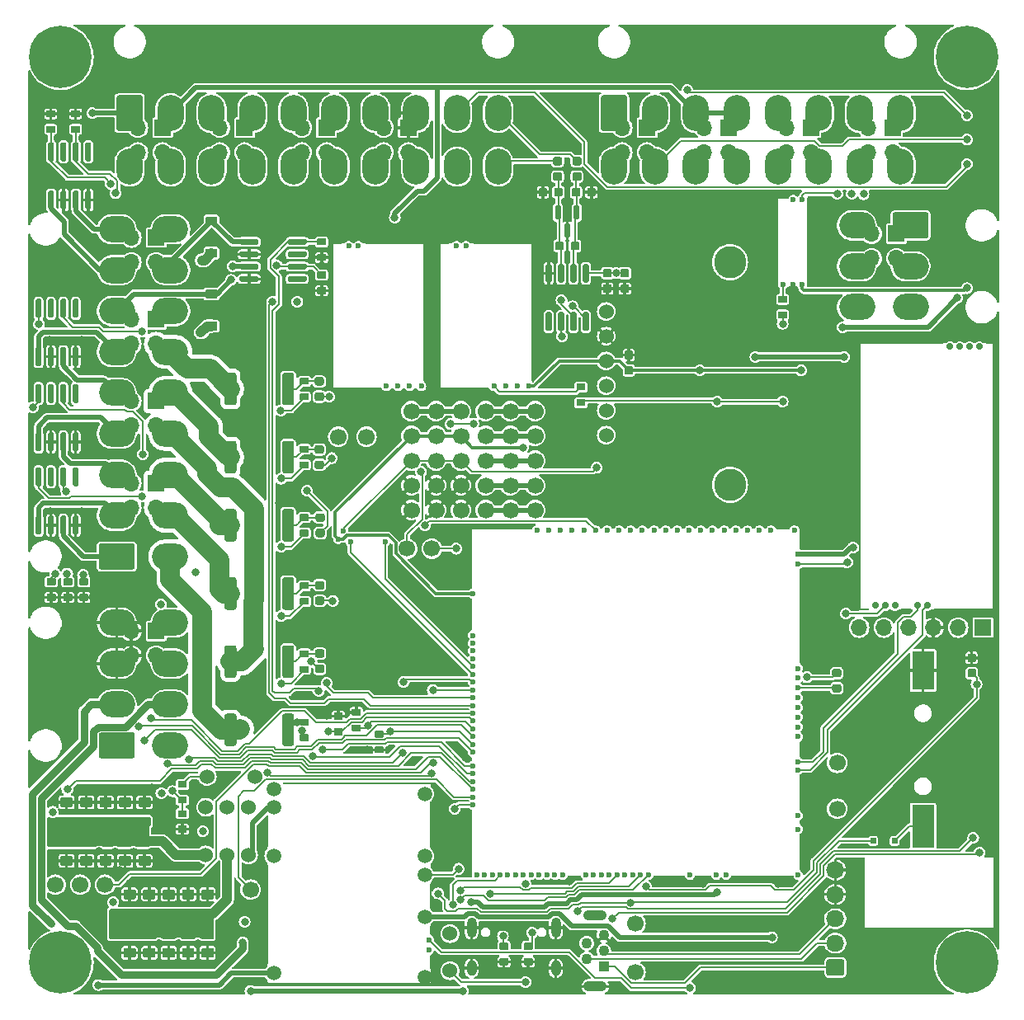
<source format=gbl>
G04 #@! TF.GenerationSoftware,KiCad,Pcbnew,8.0.9-8.0.9-0~ubuntu24.04.1*
G04 #@! TF.CreationDate,2025-09-08T15:20:31+00:00*
G04 #@! TF.ProjectId,uaefi,75616566-692e-46b6-9963-61645f706362,E*
G04 #@! TF.SameCoordinates,Original*
G04 #@! TF.FileFunction,Copper,L4,Bot*
G04 #@! TF.FilePolarity,Positive*
%FSLAX46Y46*%
G04 Gerber Fmt 4.6, Leading zero omitted, Abs format (unit mm)*
G04 Created by KiCad (PCBNEW 8.0.9-8.0.9-0~ubuntu24.04.1) date 2025-09-08 15:20:31*
%MOMM*%
%LPD*%
G01*
G04 APERTURE LIST*
G04 #@! TA.AperFunction,ComponentPad*
%ADD10R,1.700000X1.700000*%
G04 #@! TD*
G04 #@! TA.AperFunction,ComponentPad*
%ADD11O,1.700000X1.700000*%
G04 #@! TD*
G04 #@! TA.AperFunction,ComponentPad*
%ADD12O,2.700000X3.700000*%
G04 #@! TD*
G04 #@! TA.AperFunction,ComponentPad*
%ADD13C,1.700000*%
G04 #@! TD*
G04 #@! TA.AperFunction,ComponentPad*
%ADD14C,0.700000*%
G04 #@! TD*
G04 #@! TA.AperFunction,SMDPad,CuDef*
%ADD15R,1.100000X0.250000*%
G04 #@! TD*
G04 #@! TA.AperFunction,SMDPad,CuDef*
%ADD16R,0.980000X0.250000*%
G04 #@! TD*
G04 #@! TA.AperFunction,SMDPad,CuDef*
%ADD17R,6.300000X0.250000*%
G04 #@! TD*
G04 #@! TA.AperFunction,SMDPad,CuDef*
%ADD18R,0.250000X27.600000*%
G04 #@! TD*
G04 #@! TA.AperFunction,SMDPad,CuDef*
%ADD19R,8.750000X0.250000*%
G04 #@! TD*
G04 #@! TA.AperFunction,SMDPad,CuDef*
%ADD20R,0.950000X0.250000*%
G04 #@! TD*
G04 #@! TA.AperFunction,ComponentPad*
%ADD21C,0.800000*%
G04 #@! TD*
G04 #@! TA.AperFunction,ComponentPad*
%ADD22C,6.400000*%
G04 #@! TD*
G04 #@! TA.AperFunction,ComponentPad*
%ADD23C,1.524000*%
G04 #@! TD*
G04 #@! TA.AperFunction,ComponentPad*
%ADD24O,1.850000X1.700000*%
G04 #@! TD*
G04 #@! TA.AperFunction,ComponentPad*
%ADD25C,0.600000*%
G04 #@! TD*
G04 #@! TA.AperFunction,SMDPad,CuDef*
%ADD26R,6.185000X0.250000*%
G04 #@! TD*
G04 #@! TA.AperFunction,SMDPad,CuDef*
%ADD27R,1.115000X0.250000*%
G04 #@! TD*
G04 #@! TA.AperFunction,SMDPad,CuDef*
%ADD28R,0.250000X14.275000*%
G04 #@! TD*
G04 #@! TA.AperFunction,SMDPad,CuDef*
%ADD29R,0.250000X15.100000*%
G04 #@! TD*
G04 #@! TA.AperFunction,SMDPad,CuDef*
%ADD30R,5.175000X0.250000*%
G04 #@! TD*
G04 #@! TA.AperFunction,ComponentPad*
%ADD31R,1.100000X1.100000*%
G04 #@! TD*
G04 #@! TA.AperFunction,ComponentPad*
%ADD32C,1.100000*%
G04 #@! TD*
G04 #@! TA.AperFunction,ComponentPad*
%ADD33O,2.400000X1.100000*%
G04 #@! TD*
G04 #@! TA.AperFunction,SMDPad,CuDef*
%ADD34O,1.225000X0.200000*%
G04 #@! TD*
G04 #@! TA.AperFunction,SMDPad,CuDef*
%ADD35O,0.200000X9.300000*%
G04 #@! TD*
G04 #@! TA.AperFunction,ComponentPad*
%ADD36C,1.500000*%
G04 #@! TD*
G04 #@! TA.AperFunction,SMDPad,CuDef*
%ADD37O,0.200000X3.300000*%
G04 #@! TD*
G04 #@! TA.AperFunction,SMDPad,CuDef*
%ADD38O,0.200000X10.200000*%
G04 #@! TD*
G04 #@! TA.AperFunction,SMDPad,CuDef*
%ADD39O,0.200000X0.300000*%
G04 #@! TD*
G04 #@! TA.AperFunction,SMDPad,CuDef*
%ADD40O,17.000000X0.200000*%
G04 #@! TD*
G04 #@! TA.AperFunction,SMDPad,CuDef*
%ADD41O,15.400000X0.200000*%
G04 #@! TD*
G04 #@! TA.AperFunction,SMDPad,CuDef*
%ADD42O,0.200000X4.800000*%
G04 #@! TD*
G04 #@! TA.AperFunction,SMDPad,CuDef*
%ADD43O,0.200000X2.600000*%
G04 #@! TD*
G04 #@! TA.AperFunction,SMDPad,CuDef*
%ADD44O,0.200000X1.000000*%
G04 #@! TD*
G04 #@! TA.AperFunction,SMDPad,CuDef*
%ADD45O,0.200000X1.500000*%
G04 #@! TD*
G04 #@! TA.AperFunction,ComponentPad*
%ADD46C,0.599999*%
G04 #@! TD*
G04 #@! TA.AperFunction,ComponentPad*
%ADD47O,3.700000X2.700000*%
G04 #@! TD*
G04 #@! TA.AperFunction,SMDPad,CuDef*
%ADD48R,0.200000X3.700000*%
G04 #@! TD*
G04 #@! TA.AperFunction,SMDPad,CuDef*
%ADD49R,0.200000X0.400000*%
G04 #@! TD*
G04 #@! TA.AperFunction,SMDPad,CuDef*
%ADD50R,0.200000X1.600000*%
G04 #@! TD*
G04 #@! TA.AperFunction,SMDPad,CuDef*
%ADD51R,0.200000X9.700000*%
G04 #@! TD*
G04 #@! TA.AperFunction,SMDPad,CuDef*
%ADD52R,0.200000X2.300000*%
G04 #@! TD*
G04 #@! TA.AperFunction,SMDPad,CuDef*
%ADD53R,1.400000X0.200000*%
G04 #@! TD*
G04 #@! TA.AperFunction,SMDPad,CuDef*
%ADD54R,6.400000X0.200000*%
G04 #@! TD*
G04 #@! TA.AperFunction,SMDPad,CuDef*
%ADD55R,1.700000X0.200000*%
G04 #@! TD*
G04 #@! TA.AperFunction,SMDPad,CuDef*
%ADD56R,3.300000X0.200000*%
G04 #@! TD*
G04 #@! TA.AperFunction,SMDPad,CuDef*
%ADD57R,0.200000X7.000000*%
G04 #@! TD*
G04 #@! TA.AperFunction,SMDPad,CuDef*
%ADD58R,0.200000X3.300000*%
G04 #@! TD*
G04 #@! TA.AperFunction,SMDPad,CuDef*
%ADD59R,0.200000X6.300000*%
G04 #@! TD*
G04 #@! TA.AperFunction,ComponentPad*
%ADD60O,1.000000X2.100000*%
G04 #@! TD*
G04 #@! TA.AperFunction,ComponentPad*
%ADD61O,1.000000X1.600000*%
G04 #@! TD*
G04 #@! TA.AperFunction,ComponentPad*
%ADD62C,3.302000*%
G04 #@! TD*
G04 #@! TA.AperFunction,SMDPad,CuDef*
%ADD63R,2.299995X4.399991*%
G04 #@! TD*
G04 #@! TA.AperFunction,SMDPad,CuDef*
%ADD64R,2.299995X3.999992*%
G04 #@! TD*
G04 #@! TA.AperFunction,ViaPad*
%ADD65C,0.800000*%
G04 #@! TD*
G04 #@! TA.AperFunction,ViaPad*
%ADD66C,3.300000*%
G04 #@! TD*
G04 #@! TA.AperFunction,Conductor*
%ADD67C,0.200000*%
G04 #@! TD*
G04 #@! TA.AperFunction,Conductor*
%ADD68C,1.000000*%
G04 #@! TD*
G04 #@! TA.AperFunction,Conductor*
%ADD69C,0.800000*%
G04 #@! TD*
G04 #@! TA.AperFunction,Conductor*
%ADD70C,0.300000*%
G04 #@! TD*
G04 #@! TA.AperFunction,Conductor*
%ADD71C,0.500000*%
G04 #@! TD*
G04 #@! TA.AperFunction,Conductor*
%ADD72C,2.000000*%
G04 #@! TD*
G04 #@! TA.AperFunction,Conductor*
%ADD73C,0.150000*%
G04 #@! TD*
G04 APERTURE END LIST*
D10*
G04 #@! TO.P,J21,1,Pin_1*
G04 #@! TO.N,/OUT_IGN3*
X13315000Y52750000D03*
D11*
G04 #@! TO.P,J21,2,Pin_2*
G04 #@! TO.N,/OUT_INJ4*
X10775000Y52750000D03*
G04 #@! TO.P,J21,3,Pin_3*
G04 #@! TO.N,/OUT_IGN4*
X13315000Y50210000D03*
G04 #@! TO.P,J21,4,Pin_4*
G04 #@! TO.N,/OUT_INJ5*
X10775000Y50210000D03*
G04 #@! TD*
G04 #@! TO.P,J10,1,Pin_1*
G04 #@! TO.N,/IN_AUX1*
G04 #@! TA.AperFunction,ComponentPad*
G36*
G01*
X58950000Y89125001D02*
X58950000Y92324999D01*
G75*
G02*
X59200001Y92575000I250001J0D01*
G01*
X61399999Y92575000D01*
G75*
G02*
X61650000Y92324999I0J-250001D01*
G01*
X61650000Y89125001D01*
G75*
G02*
X61399999Y88875000I-250001J0D01*
G01*
X59200001Y88875000D01*
G75*
G02*
X58950000Y89125001I0J250001D01*
G01*
G37*
G04 #@! TD.AperFunction*
D12*
G04 #@! TO.P,J10,2,Pin_2*
G04 #@! TO.N,/IN_BUTTON1*
X64500000Y90725000D03*
G04 #@! TO.P,J10,3,Pin_3*
G04 #@! TO.N,+5VP*
X68700000Y90725000D03*
G04 #@! TO.P,J10,4,Pin_4*
X72900000Y90725000D03*
G04 #@! TO.P,J10,5,Pin_5*
G04 #@! TO.N,/IN_FLEX*
X77100000Y90725000D03*
G04 #@! TO.P,J10,6,Pin_6*
G04 #@! TO.N,/IN_PPS1*
X81300000Y90725000D03*
G04 #@! TO.P,J10,7,Pin_7*
G04 #@! TO.N,/CAN+*
X85500000Y90725000D03*
G04 #@! TO.P,J10,8,Pin_8*
G04 #@! TO.N,/CAN-*
X89700000Y90725000D03*
G04 #@! TO.P,J10,9,Pin_9*
G04 #@! TO.N,/IN_MAP*
X60300000Y85225000D03*
G04 #@! TO.P,J10,10,Pin_10*
G04 #@! TO.N,/IN_BUTTON2*
X64500000Y85225000D03*
G04 #@! TO.P,J10,11,Pin_11*
G04 #@! TO.N,GNDA*
X68700000Y85225000D03*
G04 #@! TO.P,J10,12,Pin_12*
X72900000Y85225000D03*
G04 #@! TO.P,J10,13,Pin_13*
G04 #@! TO.N,/IN_TPS1*
X77100000Y85225000D03*
G04 #@! TO.P,J10,14,Pin_14*
G04 #@! TO.N,/IN_KNOCK_RAW*
X81300000Y85225000D03*
G04 #@! TO.P,J10,15,Pin_15*
G04 #@! TO.N,/IN_IAT*
X85500000Y85225000D03*
G04 #@! TO.P,J10,16,Pin_16*
G04 #@! TO.N,/IN_CLT*
X89700000Y85225000D03*
G04 #@! TD*
D13*
G04 #@! TO.P,P8,1,Pin_1*
G04 #@! TO.N,Net-(M6-UART2_TX_(PD5))*
X83200000Y19300000D03*
G04 #@! TD*
D10*
G04 #@! TO.P,J20,1,Pin_1*
G04 #@! TO.N,/OUT_IGN2*
X13315000Y61150000D03*
D11*
G04 #@! TO.P,J20,2,Pin_2*
G04 #@! TO.N,/OUT_INJ2*
X10775000Y61150000D03*
G04 #@! TO.P,J20,3,Pin_3*
G04 #@! TO.N,/OUT_IGN5*
X13315000Y58610000D03*
G04 #@! TO.P,J20,4,Pin_4*
G04 #@! TO.N,/OUT_INJ3*
X10775000Y58610000D03*
G04 #@! TD*
D14*
G04 #@! TO.P,M5,E1,LSU_Un*
G04 #@! TO.N,/WBO_Un*
X97775000Y66750000D03*
G04 #@! TO.P,M5,E2,LSU_Vm*
G04 #@! TO.N,/WBO_Vm*
X94775000Y66750000D03*
G04 #@! TO.P,M5,E3,LSU_Ip*
G04 #@! TO.N,/WBO_Ip*
X95775000Y66750000D03*
G04 #@! TO.P,M5,E4,LSU_Rtrim*
G04 #@! TO.N,/WBO_Rtrim*
X96775000Y66750000D03*
D15*
G04 #@! TO.P,M5,G,GND*
G04 #@! TO.N,GND*
X85925000Y39775000D03*
D16*
X90265000Y39775000D03*
D17*
X96225000Y39775000D03*
D18*
X85500000Y53450000D03*
X99250000Y53450000D03*
D19*
X89750000Y67125000D03*
D20*
X98900000Y67125000D03*
D14*
G04 #@! TO.P,M5,W1,V5_IN*
G04 #@! TO.N,+5VA*
X88125000Y40158800D03*
G04 #@! TO.P,M5,W2,CAN_VIO*
G04 #@! TO.N,unconnected-(M5-CAN_VIO-PadW2)*
X89125000Y40158800D03*
G04 #@! TO.P,M5,W3,CANL*
G04 #@! TO.N,/CAN-*
X92421000Y40158800D03*
G04 #@! TO.P,M5,W4,CANH*
G04 #@! TO.N,/CAN+*
X91405000Y40158800D03*
G04 #@! TO.P,M5,W9,VDDA*
G04 #@! TO.N,unconnected-(M5-VDDA-PadW9)*
X87125000Y40158800D03*
G04 #@! TD*
D13*
G04 #@! TO.P,P5,1,Pin_1*
G04 #@! TO.N,/VR_DISCRETE*
X41600000Y46000000D03*
G04 #@! TD*
G04 #@! TO.P,J2,1,Pin_1*
G04 #@! TO.N,+5VP*
G04 #@! TA.AperFunction,ComponentPad*
G36*
G01*
X9250000Y89125001D02*
X9250000Y92324999D01*
G75*
G02*
X9500001Y92575000I250001J0D01*
G01*
X11699999Y92575000D01*
G75*
G02*
X11950000Y92324999I0J-250001D01*
G01*
X11950000Y89125001D01*
G75*
G02*
X11699999Y88875000I-250001J0D01*
G01*
X9500001Y88875000D01*
G75*
G02*
X9250000Y89125001I0J250001D01*
G01*
G37*
G04 #@! TD.AperFunction*
D12*
G04 #@! TO.P,J2,2,Pin_2*
X14800000Y90725000D03*
G04 #@! TO.P,J2,3,Pin_3*
G04 #@! TO.N,/IN_AUX2*
X19000000Y90725000D03*
G04 #@! TO.P,J2,4,Pin_4*
G04 #@! TO.N,/IN_PPS2*
X23200000Y90725000D03*
G04 #@! TO.P,J2,5,Pin_5*
G04 #@! TO.N,/IN_HALL1*
X27400000Y90725000D03*
G04 #@! TO.P,J2,6,Pin_6*
G04 #@! TO.N,/IN_HALL2*
X31600000Y90725000D03*
G04 #@! TO.P,J2,7,Pin_7*
G04 #@! TO.N,/IN_HALL3*
X35800000Y90725000D03*
G04 #@! TO.P,J2,8,Pin_8*
G04 #@! TO.N,GND*
X40000000Y90725000D03*
G04 #@! TO.P,J2,9,Pin_9*
G04 #@! TO.N,/IN_BUTTON3*
X44200000Y90725000D03*
G04 #@! TO.P,J2,10,Pin_10*
G04 #@! TO.N,/EGT+*
X48400000Y90725000D03*
G04 #@! TO.P,J2,11,Pin_11*
G04 #@! TO.N,GNDA*
X10600000Y85225000D03*
G04 #@! TO.P,J2,12,Pin_12*
X14800000Y85225000D03*
G04 #@! TO.P,J2,13,Pin_13*
X19000000Y85225000D03*
G04 #@! TO.P,J2,14,Pin_14*
G04 #@! TO.N,/IN_TPS2*
X23200000Y85225000D03*
G04 #@! TO.P,J2,15,Pin_15*
G04 #@! TO.N,/IN_AUX3*
X27400000Y85225000D03*
G04 #@! TO.P,J2,16,Pin_16*
G04 #@! TO.N,/VR_MAX9924+*
X31600000Y85225000D03*
G04 #@! TO.P,J2,17,Pin_17*
G04 #@! TO.N,/VR_MAX9924-*
X35800000Y85225000D03*
G04 #@! TO.P,J2,18,Pin_18*
G04 #@! TO.N,/VR_DISCRETE+*
X40000000Y85225000D03*
G04 #@! TO.P,J2,19,Pin_19*
G04 #@! TO.N,/VR_DISCRETE-*
X44200000Y85225000D03*
G04 #@! TO.P,J2,20,Pin_20*
G04 #@! TO.N,/EGT-*
X48400000Y85225000D03*
G04 #@! TD*
D10*
G04 #@! TO.P,J17,1,Pin_1*
G04 #@! TO.N,GND*
X39190000Y89225000D03*
D11*
G04 #@! TO.P,J17,2,Pin_2*
G04 #@! TO.N,/IN_HALL3*
X36650000Y89225000D03*
G04 #@! TO.P,J17,3,Pin_3*
G04 #@! TO.N,/VR_DISCRETE+*
X39190000Y86685000D03*
G04 #@! TO.P,J17,4,Pin_4*
G04 #@! TO.N,/VR_MAX9924-*
X36650000Y86685000D03*
G04 #@! TD*
D13*
G04 #@! TO.P,P1,1,Pin_1*
G04 #@! TO.N,Net-(M7-CANL)*
X32000000Y57500000D03*
G04 #@! TD*
G04 #@! TO.P,P2,1,Pin_1*
G04 #@! TO.N,Net-(M7-CANH)*
X34900000Y57500000D03*
G04 #@! TD*
G04 #@! TO.P,P15,1,Pin_1*
G04 #@! TO.N,/DC1_DIR*
X5540000Y11500000D03*
G04 #@! TD*
D21*
G04 #@! TO.P,H1,1*
G04 #@! TO.N,N/C*
X1100000Y96500000D03*
X1802944Y98197056D03*
X1802944Y94802944D03*
X3500000Y98900000D03*
D22*
X3500000Y96500000D03*
D21*
X3500000Y94100000D03*
X5197056Y98197056D03*
X5197056Y94802944D03*
X5900000Y96500000D03*
G04 #@! TD*
G04 #@! TO.P,H4,1*
G04 #@! TO.N,N/C*
X94100000Y96500000D03*
X94802944Y98197056D03*
X94802944Y94802944D03*
X96500000Y98900000D03*
D22*
X96500000Y96500000D03*
D21*
X96500000Y94100000D03*
X98197056Y98197056D03*
X98197056Y94802944D03*
X98900000Y96500000D03*
G04 #@! TD*
D23*
G04 #@! TO.P,F4,1,1*
G04 #@! TO.N,+12V*
X18400000Y19450000D03*
G04 #@! TO.P,F4,2,2*
G04 #@! TO.N,/DC Driver 1/PWR*
X18400000Y14550000D03*
G04 #@! TD*
G04 #@! TO.P,J7,1,Pin_1*
G04 #@! TO.N,/VBUS*
G04 #@! TA.AperFunction,ComponentPad*
G36*
G01*
X83675000Y2150000D02*
X82325000Y2150000D01*
G75*
G02*
X82075000Y2400000I0J250000D01*
G01*
X82075000Y3600000D01*
G75*
G02*
X82325000Y3850000I250000J0D01*
G01*
X83675000Y3850000D01*
G75*
G02*
X83925000Y3600000I0J-250000D01*
G01*
X83925000Y2400000D01*
G75*
G02*
X83675000Y2150000I-250000J0D01*
G01*
G37*
G04 #@! TD.AperFunction*
D24*
G04 #@! TO.P,J7,2,Pin_2*
G04 #@! TO.N,/USB-*
X83000000Y5500000D03*
G04 #@! TO.P,J7,3,Pin_3*
G04 #@! TO.N,/USB+*
X83000000Y8000000D03*
G04 #@! TO.P,J7,4,Pin_4*
G04 #@! TO.N,GND*
X83000000Y10500000D03*
G04 #@! TO.P,J7,5,Pin_5*
X83000000Y13000000D03*
G04 #@! TD*
D13*
G04 #@! TO.P,P4,1,Pin_1*
G04 #@! TO.N,Net-(M6-LED_GREEN)*
X62500000Y7500000D03*
G04 #@! TD*
D21*
G04 #@! TO.P,H2,1*
G04 #@! TO.N,N/C*
X1100000Y3500000D03*
X1802944Y5197056D03*
X1802944Y1802944D03*
X3500000Y5900000D03*
D22*
X3500000Y3500000D03*
D21*
X3500000Y1100000D03*
X5197056Y5197056D03*
X5197056Y1802944D03*
X5900000Y3500000D03*
G04 #@! TD*
D25*
G04 #@! TO.P,M3,E1,Thresh_IN*
G04 #@! TO.N,/VR_DISCRETE_THR*
X49175000Y62675000D03*
G04 #@! TO.P,M3,E2,OUT_A*
G04 #@! TO.N,/VR_DISCRETE_A*
X47975000Y62675000D03*
G04 #@! TO.P,M3,E3,OUT*
G04 #@! TO.N,/VR_DISCRETE*
X50375000Y62675000D03*
G04 #@! TO.P,M3,E4,V5_IN*
G04 #@! TO.N,+5VA*
X51575000Y62675000D03*
D26*
G04 #@! TO.P,M3,G,GND*
G04 #@! TO.N,GND*
X48907500Y77325000D03*
D27*
X42857500Y77325000D03*
D28*
X51875000Y70312500D03*
D29*
X42425000Y69900000D03*
D30*
X44887500Y62475000D03*
D25*
G04 #@! TO.P,M3,W1,VR-*
G04 #@! TO.N,/VR_DISCRETE-*
X45115000Y77100000D03*
G04 #@! TO.P,M3,W2,VR+*
G04 #@! TO.N,/VR_DISCRETE+*
X44115000Y77100000D03*
G04 #@! TD*
D13*
G04 #@! TO.P,P17,1,Pin_1*
G04 #@! TO.N,/DC1_PWM*
X3000000Y11500000D03*
G04 #@! TD*
D31*
G04 #@! TO.P,J8,1,VBUS*
G04 #@! TO.N,/VBUS*
X59250000Y3100000D03*
D32*
G04 #@! TO.P,J8,2,D-*
G04 #@! TO.N,/USB-*
X57500000Y3900000D03*
G04 #@! TO.P,J8,3,D+*
G04 #@! TO.N,/USB+*
X59250000Y4700000D03*
G04 #@! TO.P,J8,4,ID*
G04 #@! TO.N,unconnected-(J8-ID-Pad4)*
X57500000Y5500000D03*
G04 #@! TO.P,J8,5,GND*
G04 #@! TO.N,GND*
X59250000Y6300000D03*
D33*
G04 #@! TO.P,J8,6,Shield*
X58375000Y1050000D03*
X58375000Y8350000D03*
G04 #@! TD*
D23*
G04 #@! TO.P,F3,1,1*
G04 #@! TO.N,+12V*
X20600000Y19450000D03*
G04 #@! TO.P,F3,2,2*
G04 #@! TO.N,/DC Driver 2/PWR*
X20600000Y14550000D03*
G04 #@! TD*
D25*
G04 #@! TO.P,M2,E1,V5A*
G04 #@! TO.N,+5VA*
X79574999Y73125000D03*
D34*
G04 #@! TO.P,M2,E2,GND*
G04 #@! TO.N,GND*
X77599999Y82025000D03*
D35*
X80174999Y77475000D03*
X77074999Y77475000D03*
D25*
X78624999Y73125000D03*
G04 #@! TO.P,M2,E3,OUT_KNOCK*
G04 #@! TO.N,/IN_KNOCK*
X77675001Y73125000D03*
G04 #@! TO.P,M2,W1,IN_KNOCK*
G04 #@! TO.N,/IN_KNOCK_RAW*
X78674999Y81825000D03*
G04 #@! TO.P,M2,W2,VREF*
G04 #@! TO.N,/VREF1*
X79574999Y81825000D03*
G04 #@! TD*
D13*
G04 #@! TO.P,P18,1,Pin_1*
G04 #@! TO.N,/DC2_PWM*
X23000000Y11000000D03*
G04 #@! TD*
D36*
G04 #@! TO.P,M1,E1,VBAT*
G04 #@! TO.N,/VBAT*
X40874995Y20824999D03*
G04 #@! TO.P,M1,E2,V12*
G04 #@! TO.N,unconnected-(M1-V12-PadE2)*
X40874995Y14425002D03*
G04 #@! TO.P,M1,E3,VIGN*
G04 #@! TO.N,/VIGN*
X40874995Y12524999D03*
G04 #@! TO.P,M1,E4,V5*
G04 #@! TO.N,+5V*
X40874995Y8224999D03*
D25*
G04 #@! TO.P,M1,E5,EN_5VP*
G04 #@! TO.N,/PWR_EN*
X41324994Y5825002D03*
G04 #@! TO.P,M1,E6,PG_5VP*
G04 #@! TO.N,Net-(M1-PG_5VP)*
X41324994Y4825001D03*
D37*
G04 #@! TO.P,M1,S1,GND*
G04 #@! TO.N,GND*
X24724999Y16974999D03*
D38*
X24724999Y8475001D03*
D39*
X24724999Y1374999D03*
D40*
X33124997Y1324999D03*
D41*
X33924998Y21924999D03*
D36*
X40874995Y1974999D03*
D39*
X41524996Y21874999D03*
D42*
X41524996Y17675001D03*
D43*
X41524996Y10324999D03*
D44*
X41524996Y6825002D03*
D45*
X41524996Y3525001D03*
D36*
G04 #@! TO.P,M1,V1,V12_PERM*
G04 #@! TO.N,+12V_RAW*
X25374998Y21275001D03*
G04 #@! TO.P,M1,V2,IN_VIGN*
G04 #@! TO.N,/IN_VIGN*
X25374998Y19425002D03*
G04 #@! TO.P,M1,V3,V12_RAW*
G04 #@! TO.N,+12V_RAW*
X25374998Y14474999D03*
G04 #@! TO.P,M1,V4,5VP*
G04 #@! TO.N,+5VP*
X25374998Y2425001D03*
G04 #@! TD*
D13*
G04 #@! TO.P,P6,1,Pin_1*
G04 #@! TO.N,/VR_MAX9924*
X39060000Y46000000D03*
G04 #@! TD*
D46*
G04 #@! TO.P,M7,V1,V5*
G04 #@! TO.N,+5VA*
X31999999Y46975001D03*
G04 #@! TO.P,M7,V2,CAN_VIO*
G04 #@! TO.N,+3.3VA*
X32524999Y47850003D03*
G04 #@! TO.P,M7,V5,CAN_TX*
G04 #@! TO.N,Net-(M6-SPI2_SCK_{slash}_CAN2_TX_(PB13))*
X33274997Y46674999D03*
G04 #@! TO.P,M7,V6,CAN_RX*
G04 #@! TO.N,Net-(M6-SPI2_CS_{slash}_CAN2_RX_(PB12))*
X36824998Y46750002D03*
G04 #@! TD*
D10*
G04 #@! TO.P,J11,1,Pin_1*
G04 #@! TO.N,/IN_PPS1*
X80490000Y89225000D03*
D11*
G04 #@! TO.P,J11,2,Pin_2*
G04 #@! TO.N,/IN_FLEX*
X77950000Y89225000D03*
G04 #@! TO.P,J11,3,Pin_3*
G04 #@! TO.N,/IN_KNOCK_RAW*
X80490000Y86685000D03*
G04 #@! TO.P,J11,4,Pin_4*
G04 #@! TO.N,/IN_TPS1*
X77950000Y86685000D03*
G04 #@! TD*
G04 #@! TO.P,J5,1,Pin_1*
G04 #@! TO.N,/OUT_INJ6*
G04 #@! TA.AperFunction,ComponentPad*
G36*
G01*
X10874999Y43850000D02*
X7675001Y43850000D01*
G75*
G02*
X7425000Y44100001I0J250001D01*
G01*
X7425000Y46299999D01*
G75*
G02*
X7675001Y46550000I250001J0D01*
G01*
X10874999Y46550000D01*
G75*
G02*
X11125000Y46299999I0J-250001D01*
G01*
X11125000Y44100001D01*
G75*
G02*
X10874999Y43850000I-250001J0D01*
G01*
G37*
G04 #@! TD.AperFunction*
D47*
G04 #@! TO.P,J5,2,Pin_2*
G04 #@! TO.N,/OUT_INJ5*
X9275000Y49400000D03*
G04 #@! TO.P,J5,3,Pin_3*
G04 #@! TO.N,/OUT_INJ4*
X9275000Y53600000D03*
G04 #@! TO.P,J5,4,Pin_4*
G04 #@! TO.N,/OUT_INJ3*
X9275000Y57800000D03*
G04 #@! TO.P,J5,5,Pin_5*
G04 #@! TO.N,/OUT_INJ2*
X9275000Y62000000D03*
G04 #@! TO.P,J5,6,Pin_6*
G04 #@! TO.N,/OUT_INJ1*
X9275000Y66200000D03*
G04 #@! TO.P,J5,7,Pin_7*
G04 #@! TO.N,/OUT_LS1*
X9275000Y70400000D03*
G04 #@! TO.P,J5,8,Pin_8*
G04 #@! TO.N,/OUT_LS_HOT2*
X9275000Y74600000D03*
G04 #@! TO.P,J5,9,Pin_9*
G04 #@! TO.N,/OUT_LS_HOT1*
X9275000Y78800000D03*
G04 #@! TO.P,J5,10,Pin_10*
G04 #@! TO.N,/OUT_IGN6*
X14775000Y45200000D03*
G04 #@! TO.P,J5,11,Pin_11*
G04 #@! TO.N,/OUT_IGN4*
X14775000Y49400000D03*
G04 #@! TO.P,J5,12,Pin_12*
G04 #@! TO.N,/OUT_IGN3*
X14775000Y53600000D03*
G04 #@! TO.P,J5,13,Pin_13*
G04 #@! TO.N,/OUT_IGN5*
X14775000Y57800000D03*
G04 #@! TO.P,J5,14,Pin_14*
G04 #@! TO.N,/OUT_IGN2*
X14775000Y62000000D03*
G04 #@! TO.P,J5,15,Pin_15*
G04 #@! TO.N,/OUT_IGN1*
X14775000Y66200000D03*
G04 #@! TO.P,J5,16,Pin_16*
G04 #@! TO.N,/OUT_LS4*
X14775000Y70400000D03*
G04 #@! TO.P,J5,17,Pin_17*
G04 #@! TO.N,/OUT_LS3*
X14775000Y74600000D03*
G04 #@! TO.P,J5,18,Pin_18*
G04 #@! TO.N,/OUT_LS2*
X14775000Y78800000D03*
G04 #@! TD*
D10*
G04 #@! TO.P,J1,1,Pin_1*
G04 #@! TO.N,/CAN-*
X88890000Y89225000D03*
D11*
G04 #@! TO.P,J1,2,Pin_2*
G04 #@! TO.N,/CAN+*
X86350000Y89225000D03*
G04 #@! TO.P,J1,3,Pin_3*
G04 #@! TO.N,/IN_CLT*
X88890000Y86685000D03*
G04 #@! TO.P,J1,4,Pin_4*
G04 #@! TO.N,/IN_IAT*
X86350000Y86685000D03*
G04 #@! TD*
G04 #@! TO.P,J3,1,Pin_1*
G04 #@! TO.N,+12V_RAW*
G04 #@! TA.AperFunction,ComponentPad*
G36*
G01*
X89125001Y80550000D02*
X92324999Y80550000D01*
G75*
G02*
X92575000Y80299999I0J-250001D01*
G01*
X92575000Y78100001D01*
G75*
G02*
X92324999Y77850000I-250001J0D01*
G01*
X89125001Y77850000D01*
G75*
G02*
X88875000Y78100001I0J250001D01*
G01*
X88875000Y80299999D01*
G75*
G02*
X89125001Y80550000I250001J0D01*
G01*
G37*
G04 #@! TD.AperFunction*
D47*
G04 #@! TO.P,J3,2,Pin_2*
G04 #@! TO.N,/WBO_Rtrim*
X90725000Y75000000D03*
G04 #@! TO.P,J3,3,Pin_3*
G04 #@! TO.N,/WBO_Heater*
X90725000Y70800000D03*
G04 #@! TO.P,J3,4,Pin_4*
G04 #@! TO.N,/WBO_Un*
X85225000Y79200000D03*
G04 #@! TO.P,J3,5,Pin_5*
G04 #@! TO.N,/WBO_Ip*
X85225000Y75000000D03*
G04 #@! TO.P,J3,6,Pin_6*
G04 #@! TO.N,/WBO_Vm*
X85225000Y70800000D03*
G04 #@! TD*
D10*
G04 #@! TO.P,J16,1,Pin_1*
G04 #@! TO.N,/IN_HALL2*
X30790000Y89225000D03*
D11*
G04 #@! TO.P,J16,2,Pin_2*
G04 #@! TO.N,/IN_HALL1*
X28250000Y89225000D03*
G04 #@! TO.P,J16,3,Pin_3*
G04 #@! TO.N,/VR_MAX9924+*
X30790000Y86685000D03*
G04 #@! TO.P,J16,4,Pin_4*
G04 #@! TO.N,/IN_AUX3*
X28250000Y86685000D03*
G04 #@! TD*
D23*
G04 #@! TO.P,F1,1,1*
G04 #@! TO.N,/12V_KEY*
X22800000Y19450000D03*
G04 #@! TO.P,F1,2,2*
G04 #@! TO.N,/IN_VIGN*
X22800000Y14550000D03*
G04 #@! TD*
D13*
G04 #@! TO.P,G3,1*
G04 #@! TO.N,GND*
X39500000Y49960000D03*
G04 #@! TO.P,G3,2*
X39500000Y52500000D03*
G04 #@! TO.P,G3,3*
G04 #@! TO.N,+3.3VA*
X39500000Y55040000D03*
G04 #@! TO.P,G3,4*
G04 #@! TO.N,+5VA*
X39500000Y57580000D03*
G04 #@! TO.P,G3,5*
G04 #@! TO.N,+12V_RAW*
X39500000Y60120000D03*
G04 #@! TO.P,G3,6*
G04 #@! TO.N,GND*
X42040000Y49960000D03*
G04 #@! TO.P,G3,7*
X42040000Y52500000D03*
G04 #@! TO.P,G3,8*
G04 #@! TO.N,+3.3VA*
X42040000Y55040000D03*
G04 #@! TO.P,G3,9*
G04 #@! TO.N,+5VA*
X42040000Y57580000D03*
G04 #@! TO.P,G3,10*
G04 #@! TO.N,+12V_RAW*
X42040000Y60120000D03*
G04 #@! TO.P,G3,11*
G04 #@! TO.N,GND*
X44580000Y49960000D03*
G04 #@! TO.P,G3,12*
X44580000Y52500000D03*
G04 #@! TO.P,G3,13*
G04 #@! TO.N,+3.3VA*
X44580000Y55040000D03*
G04 #@! TO.P,G3,14*
G04 #@! TO.N,+5VA*
X44580000Y57580000D03*
G04 #@! TO.P,G3,15*
G04 #@! TO.N,+12V_RAW*
X44580000Y60120000D03*
G04 #@! TD*
G04 #@! TO.P,P3,1,Pin_1*
G04 #@! TO.N,Net-(M6-LED_YELLOW)*
X62500000Y2500000D03*
G04 #@! TD*
D23*
G04 #@! TO.P,R4,1,1*
G04 #@! TO.N,Net-(M1-PG_5VP)*
X43474609Y6474609D03*
G04 #@! TO.P,R4,2,2*
G04 #@! TO.N,/PG_5VP*
X43474609Y2664609D03*
G04 #@! TD*
D10*
G04 #@! TO.P,J24,1,Pin_1*
G04 #@! TO.N,+12V_RAW*
X89265000Y78350000D03*
D11*
G04 #@! TO.P,J24,2,Pin_2*
G04 #@! TO.N,/WBO_Un*
X86725000Y78350000D03*
G04 #@! TO.P,J24,3,Pin_3*
G04 #@! TO.N,/WBO_Rtrim*
X89265000Y75810000D03*
G04 #@! TO.P,J24,4,Pin_4*
G04 #@! TO.N,/WBO_Ip*
X86725000Y75810000D03*
G04 #@! TD*
G04 #@! TO.P,J4,1,Pin_1*
G04 #@! TO.N,/OUT_DC1-*
G04 #@! TA.AperFunction,ComponentPad*
G36*
G01*
X10874999Y24450000D02*
X7675001Y24450000D01*
G75*
G02*
X7425000Y24700001I0J250001D01*
G01*
X7425000Y26899999D01*
G75*
G02*
X7675001Y27150000I250001J0D01*
G01*
X10874999Y27150000D01*
G75*
G02*
X11125000Y26899999I0J-250001D01*
G01*
X11125000Y24700001D01*
G75*
G02*
X10874999Y24450000I-250001J0D01*
G01*
G37*
G04 #@! TD.AperFunction*
D47*
G04 #@! TO.P,J4,2,Pin_2*
G04 #@! TO.N,/OUT_DC2-*
X9275000Y30000000D03*
G04 #@! TO.P,J4,3,Pin_3*
G04 #@! TO.N,GND*
X9275000Y34200000D03*
G04 #@! TO.P,J4,4,Pin_4*
X9275000Y38400000D03*
G04 #@! TO.P,J4,5,Pin_5*
G04 #@! TO.N,/OUT_DC1+*
X14775000Y25800000D03*
G04 #@! TO.P,J4,6,Pin_6*
G04 #@! TO.N,/OUT_DC2+*
X14775000Y30000000D03*
G04 #@! TO.P,J4,7,Pin_7*
G04 #@! TO.N,/12V_KEY*
X14775000Y34200000D03*
G04 #@! TO.P,J4,8,Pin_8*
G04 #@! TO.N,+12V*
X14775000Y38400000D03*
G04 #@! TD*
D13*
G04 #@! TO.P,P7,1,Pin_1*
G04 #@! TO.N,Net-(M6-UART2_RX_(PD6))*
X83200000Y24000000D03*
G04 #@! TD*
D25*
G04 #@! TO.P,M6,E1,V5A_SWITCHABLE*
G04 #@! TO.N,+5VA*
X45800010Y41400000D03*
G04 #@! TO.P,M6,E2,GNDA*
G04 #@! TO.N,unconnected-(M6-GNDA-PadE2)*
X45800000Y37100000D03*
G04 #@! TO.P,M6,E3,I2C_SCL_(PB10)*
G04 #@! TO.N,unconnected-(M6-I2C_SCL_(PB10)-PadE3)*
X45800000Y36300010D03*
G04 #@! TO.P,M6,E4,I2C_SDA_(PB11)*
G04 #@! TO.N,unconnected-(M6-I2C_SDA_(PB11)-PadE4)*
X45800000Y35500000D03*
G04 #@! TO.P,M6,E5,IN_VIGN_(PA5)*
G04 #@! TO.N,/VIGN*
X45800000Y34700000D03*
G04 #@! TO.P,M6,E6,SPI2_CS_/_CAN2_RX_(PB12)*
G04 #@! TO.N,Net-(M6-SPI2_CS_{slash}_CAN2_RX_(PB12))*
X45800000Y33900000D03*
G04 #@! TO.P,M6,E7,SPI2_SCK_/_CAN2_TX_(PB13)*
G04 #@! TO.N,Net-(M6-SPI2_SCK_{slash}_CAN2_TX_(PB13))*
X45800000Y33100000D03*
G04 #@! TO.P,M6,E8,SPI2_MISO_(PB14)*
G04 #@! TO.N,/DC1_DIS*
X45800000Y32300000D03*
G04 #@! TO.P,M6,E9,SPI2_MOSI_(PB15)*
G04 #@! TO.N,/DC2_DIR*
X45800000Y31500000D03*
G04 #@! TO.P,M6,E10,OUT_INJ8_(PD12)*
G04 #@! TO.N,/LS2*
X45800000Y30700000D03*
G04 #@! TO.P,M6,E11,OUT_INJ7_(PD15)*
G04 #@! TO.N,/LS1*
X45800000Y29900000D03*
G04 #@! TO.P,M6,E12,OUT_INJ6_(PA8)*
G04 #@! TO.N,/INJ6*
X45800000Y29100000D03*
G04 #@! TO.P,M6,E13,OUT_INJ5_(PD2)*
G04 #@! TO.N,/INJ5*
X45800000Y28300000D03*
G04 #@! TO.P,M6,E14,OUT_INJ4_(PD10)*
G04 #@! TO.N,/INJ4*
X45800000Y27500000D03*
G04 #@! TO.P,M6,E15,OUT_INJ3_(PD11)*
G04 #@! TO.N,/INJ3*
X45800000Y26700000D03*
G04 #@! TO.P,M6,E16,OUT_INJ2_(PA9)*
G04 #@! TO.N,/INJ2*
X45800010Y25900010D03*
G04 #@! TO.P,M6,E17,OUT_INJ1_(PD3)*
G04 #@! TO.N,/INJ1*
X45800000Y25100000D03*
G04 #@! TO.P,M6,E18,OUT_PWM1_(PD13)*
G04 #@! TO.N,/LS3*
X45800000Y23700000D03*
G04 #@! TO.P,M6,E19,OUT_PWM2_(PC6)*
G04 #@! TO.N,/LS4*
X45800000Y22900010D03*
G04 #@! TO.P,M6,E20,OUT_PWM3_(PC7)*
G04 #@! TO.N,/DC1_PWM*
X45800000Y22100010D03*
G04 #@! TO.P,M6,E21,OUT_PWM4_(PC8)*
G04 #@! TO.N,/DC1_DIR*
X45800000Y21300010D03*
G04 #@! TO.P,M6,E22,OUT_PWM5_(PC9)*
G04 #@! TO.N,/DC2_PWM*
X45800000Y20500010D03*
G04 #@! TO.P,M6,E23,OUT_PWM6_(PD14)*
G04 #@! TO.N,/VR_DISCRETE_THR*
X45800000Y19700000D03*
D48*
G04 #@! TO.P,M6,G,GND*
G04 #@! TO.N,GND*
X79400010Y14850010D03*
D49*
X79400010Y17900000D03*
D48*
X79400010Y20950010D03*
D50*
X79400010Y25400000D03*
D51*
X79400010Y39050000D03*
D52*
X79400010Y47050000D03*
D53*
X77600000Y48100010D03*
D54*
X75500010Y12300010D03*
D55*
X69450010Y12300010D03*
D56*
X65950010Y12300010D03*
D53*
X56200010Y12300010D03*
D54*
X48700010Y48100010D03*
D57*
X45600000Y15699990D03*
D49*
X45600000Y24400010D03*
D58*
X45600000Y39250010D03*
D59*
X45600000Y45050010D03*
D25*
G04 #@! TO.P,M6,N1,VBUS*
G04 #@! TO.N,/VBUS*
X46200000Y12500000D03*
G04 #@! TO.P,M6,N2,USBM_(PA11)*
G04 #@! TO.N,/USB-*
X47000000Y12500000D03*
G04 #@! TO.P,M6,N3,USBP_(PA12)*
G04 #@! TO.N,/USB+*
X47800000Y12500000D03*
G04 #@! TO.P,M6,N4,USBID_(PA10)*
G04 #@! TO.N,/DC2_DIS*
X48600010Y12500000D03*
G04 #@! TO.P,M6,N5,SWDIO_(PA13)*
G04 #@! TO.N,unconnected-(M6-SWDIO_(PA13)-PadN5)*
X49400000Y12500000D03*
G04 #@! TO.P,M6,N6,SWCLK_(PA14)*
G04 #@! TO.N,unconnected-(M6-SWCLK_(PA14)-PadN6)*
X50200000Y12500000D03*
G04 #@! TO.P,M6,N7,nReset*
G04 #@! TO.N,unconnected-(M6-nReset-PadN7)*
X51000000Y12500000D03*
G04 #@! TO.P,M6,N8,SWO_(PB3)*
G04 #@! TO.N,unconnected-(M6-SWO_(PB3)-PadN8)*
X51800010Y12500000D03*
G04 #@! TO.P,M6,N9,SPI3_CS_(PA15)*
G04 #@! TO.N,/EGT/SPI_CS*
X52600000Y12500010D03*
G04 #@! TO.P,M6,N10,SPI3_SCK_(PC10)*
G04 #@! TO.N,/SCK3*
X53400000Y12500010D03*
G04 #@! TO.P,M6,N11,SPI3_MISO_(PC11)*
G04 #@! TO.N,/MISO3*
X54200000Y12500010D03*
G04 #@! TO.P,M6,N12,SPI3_MOSI_(PC12)*
G04 #@! TO.N,/PG_5VP*
X55000000Y12500010D03*
G04 #@! TO.P,M6,N13,UART2_TX_(PD5)*
G04 #@! TO.N,Net-(M6-UART2_TX_(PD5))*
X57400010Y12500010D03*
G04 #@! TO.P,M6,N14,UART2_RX_(PD6)*
G04 #@! TO.N,Net-(M6-UART2_RX_(PD6))*
X58200010Y12500010D03*
G04 #@! TO.P,M6,N14a,LED_GREEN*
G04 #@! TO.N,Net-(M6-LED_GREEN)*
X59000000Y12500000D03*
G04 #@! TO.P,M6,N14b,LED_YELLOW*
G04 #@! TO.N,Net-(M6-LED_YELLOW)*
X59800010Y12500000D03*
G04 #@! TO.P,M6,N15,V33_SWITCHABLE*
G04 #@! TO.N,+3.3VA*
X60600010Y12500000D03*
G04 #@! TO.P,M6,N16,BOOT0*
G04 #@! TO.N,unconnected-(M6-BOOT0-PadN16)*
X61400010Y12500000D03*
G04 #@! TO.P,M6,N17,VBAT*
G04 #@! TO.N,/VBAT*
X62200010Y12500000D03*
G04 #@! TO.P,M6,N18,UART8_RX_(PE0)*
G04 #@! TO.N,/VR_DISCRETE*
X63000010Y12500010D03*
G04 #@! TO.P,M6,N19,UART8_TX_(PE1)*
G04 #@! TO.N,/VR_MAX9924*
X63800010Y12500010D03*
G04 #@! TO.P,M6,N20,OUT_PWR_EN_(PE10)*
G04 #@! TO.N,/PWR_EN*
X68100010Y12500010D03*
G04 #@! TO.P,M6,N21,V33*
G04 #@! TO.N,+3.3V*
X70800010Y12500010D03*
G04 #@! TO.P,M6,N22,VCC*
G04 #@! TO.N,+5V*
X71800000Y12500010D03*
G04 #@! TO.P,M6,N23,V33*
G04 #@! TO.N,unconnected-(M6-V33-PadN23)*
X79200010Y12500010D03*
G04 #@! TO.P,M6,S1,IN_D4_(PE15)*
G04 #@! TO.N,/IN_BUTTON3*
X52399990Y47900010D03*
G04 #@! TO.P,M6,S2,IN_D3_(PE14)*
G04 #@! TO.N,/IN_HALL3*
X53600000Y47900010D03*
G04 #@! TO.P,M6,S3,IN_D2_(PE13)*
G04 #@! TO.N,/IN_HALL2*
X54800000Y47900010D03*
G04 #@! TO.P,M6,S4,IN_D1_(PE12)*
G04 #@! TO.N,/IN_HALL1*
X56000000Y47900010D03*
G04 #@! TO.P,M6,S5,VREF2*
G04 #@! TO.N,unconnected-(M6-VREF2-PadS5)*
X57200000Y47900010D03*
G04 #@! TO.P,M6,S6,IN_AUX4_(PC5)*
G04 #@! TO.N,/IN_VMAIN*
X58400000Y47900010D03*
G04 #@! TO.P,M6,S7,IN_AUX3_(PA7)*
G04 #@! TO.N,/IN_AUX3*
X59600000Y47900010D03*
G04 #@! TO.P,M6,S8,IN_AUX2_(PC4/PE9)*
G04 #@! TO.N,/IN_PPS2*
X60800000Y47900010D03*
G04 #@! TO.P,M6,S9,IN_AUX1_(PB0)*
G04 #@! TO.N,/IN_TPS2*
X62000000Y47900010D03*
G04 #@! TO.P,M6,S10,IN_O2S2_(PA1)*
G04 #@! TO.N,/IN_AUX2*
X63200000Y47900010D03*
G04 #@! TO.P,M6,S11,IN_O2S_/_CAN_WAKEUP_(PA0)*
G04 #@! TO.N,/IN_AUX1*
X64400000Y47900010D03*
G04 #@! TO.P,M6,S12,IN_MAP2_(PC1)*
G04 #@! TO.N,/INTERNAL_MAP*
X65600000Y47900010D03*
G04 #@! TO.P,M6,S13,IN_MAP1_(PC0)*
G04 #@! TO.N,/IN_MAP*
X66800000Y47900010D03*
G04 #@! TO.P,M6,S14,IN_CRANK_(PB1)*
G04 #@! TO.N,/IN_BUTTON1*
X68000000Y47900010D03*
G04 #@! TO.P,M6,S15,IN_KNOCK_(PA2)*
G04 #@! TO.N,/ADC3*
X69200000Y47900010D03*
G04 #@! TO.P,M6,S16,IN_CAM_(PA6)*
G04 #@! TO.N,/IN_BUTTON2*
X70400000Y47900010D03*
G04 #@! TO.P,M6,S17,IN_VSS_(PE11)*
G04 #@! TO.N,/IN_FLEX*
X71600000Y47900010D03*
G04 #@! TO.P,M6,S18,IN_TPS_(PA4)*
G04 #@! TO.N,/IN_TPS1*
X72800010Y47900010D03*
G04 #@! TO.P,M6,S19,IN_PPS_(PA3)*
G04 #@! TO.N,/IN_PPS1*
X74000010Y47900010D03*
G04 #@! TO.P,M6,S20,IN_IAT_(PC3)*
G04 #@! TO.N,/IN_IAT*
X75200010Y47900010D03*
G04 #@! TO.P,M6,S21,IN_CLT_(PC2)*
G04 #@! TO.N,/IN_CLT*
X76400010Y47900010D03*
G04 #@! TO.P,M6,S22,VREF1*
G04 #@! TO.N,/VREF1*
X78800010Y47900010D03*
G04 #@! TO.P,M6,W1,GNDA*
G04 #@! TO.N,GNDA*
X79200010Y45400000D03*
G04 #@! TO.P,M6,W2,V5A_SWITCHABLE*
G04 #@! TO.N,+5VA*
X79200010Y44400000D03*
G04 #@! TO.P,M6,W3,IGN8_(PE6)*
G04 #@! TO.N,/LS_HOT2*
X79200010Y33700010D03*
G04 #@! TO.P,M6,W4,IGN7_(PB9)*
G04 #@! TO.N,/LS_HOT1*
X79200010Y32700000D03*
G04 #@! TO.P,M6,W5,IGN6_(PB8)*
G04 #@! TO.N,/IGN6*
X79200010Y31700010D03*
G04 #@! TO.P,M6,W6,IGN5_(PE2)*
G04 #@! TO.N,/IGN5*
X79200010Y30700010D03*
G04 #@! TO.P,M6,W7,IGN4_(PE3)*
G04 #@! TO.N,/IGN4*
X79200010Y29700010D03*
G04 #@! TO.P,M6,W8,IGN3_(PE4)*
G04 #@! TO.N,/IGN3*
X79200010Y28700010D03*
G04 #@! TO.P,M6,W9,IGN2_(PE5)*
G04 #@! TO.N,/IGN2*
X79200010Y27700010D03*
G04 #@! TO.P,M6,W10,IGN1_(PC13)*
G04 #@! TO.N,/IGN1*
X79200010Y26700010D03*
G04 #@! TO.P,M6,W11,CANH*
G04 #@! TO.N,/CAN+*
X79200010Y24100010D03*
G04 #@! TO.P,M6,W12,CANL*
G04 #@! TO.N,/CAN-*
X79200010Y23300010D03*
G04 #@! TO.P,M6,W13,V33_REF*
G04 #@! TO.N,unconnected-(M6-V33_REF-PadW13)*
X79200010Y18600000D03*
G04 #@! TO.P,M6,W14,V5A_SWITCHABLE*
G04 #@! TO.N,unconnected-(M6-V5A_SWITCHABLE-PadW14)*
X79200010Y17200010D03*
G04 #@! TD*
D10*
G04 #@! TO.P,J13,1,Pin_1*
G04 #@! TO.N,/IN_BUTTON1*
X63690000Y89225000D03*
D11*
G04 #@! TO.P,J13,2,Pin_2*
G04 #@! TO.N,/IN_AUX1*
X61150000Y89225000D03*
G04 #@! TO.P,J13,3,Pin_3*
G04 #@! TO.N,/IN_BUTTON2*
X63690000Y86685000D03*
G04 #@! TO.P,J13,4,Pin_4*
G04 #@! TO.N,/IN_MAP*
X61150000Y86685000D03*
G04 #@! TD*
D60*
G04 #@! TO.P,J9,S1,SHIELD*
G04 #@! TO.N,GND*
X45680000Y7105000D03*
D61*
X45680000Y2925000D03*
D60*
X54320000Y7105000D03*
D61*
X54320000Y2925000D03*
G04 #@! TD*
D21*
G04 #@! TO.P,H3,1*
G04 #@! TO.N,N/C*
X94100000Y3500000D03*
X94802944Y5197056D03*
X94802944Y1802944D03*
X96500000Y5900000D03*
D22*
X96500000Y3500000D03*
D21*
X96500000Y1100000D03*
X98197056Y5197056D03*
X98197056Y1802944D03*
X98900000Y3500000D03*
G04 #@! TD*
D25*
G04 #@! TO.P,M4,E1,NC*
G04 #@! TO.N,unconnected-(M4-NC-PadE1)*
X38125000Y62675000D03*
G04 #@! TO.P,M4,E2,NC*
G04 #@! TO.N,unconnected-(M4-NC-PadE2)*
X36925000Y62675000D03*
G04 #@! TO.P,M4,E3,OUT*
G04 #@! TO.N,/VR_MAX9924*
X39325000Y62675000D03*
G04 #@! TO.P,M4,E4,V5_IN*
G04 #@! TO.N,+5VA*
X40525000Y62675000D03*
D26*
G04 #@! TO.P,M4,G,GND*
G04 #@! TO.N,GND*
X37857500Y77325000D03*
D27*
X31807500Y77325000D03*
D28*
X40825000Y70312500D03*
D29*
X31375000Y69900000D03*
D30*
X33837500Y62475000D03*
D25*
G04 #@! TO.P,M4,W1,VR-*
G04 #@! TO.N,/VR_MAX9924-*
X34065000Y77100000D03*
G04 #@! TO.P,M4,W2,VR+*
G04 #@! TO.N,/VR_MAX9924+*
X33065000Y77100000D03*
G04 #@! TD*
D10*
G04 #@! TO.P,J14,1,Pin_1*
G04 #@! TO.N,+5VP*
X13990000Y89225000D03*
D11*
G04 #@! TO.P,J14,2,Pin_2*
X11450000Y89225000D03*
G04 #@! TO.P,J14,3,Pin_3*
G04 #@! TO.N,GNDA*
X13990000Y86685000D03*
G04 #@! TO.P,J14,4,Pin_4*
X11450000Y86685000D03*
G04 #@! TD*
D10*
G04 #@! TO.P,J18,1,Pin_1*
G04 #@! TO.N,/OUT_LS2*
X13315000Y77950000D03*
D11*
G04 #@! TO.P,J18,2,Pin_2*
G04 #@! TO.N,/OUT_LS_HOT1*
X10775000Y77950000D03*
G04 #@! TO.P,J18,3,Pin_3*
G04 #@! TO.N,/OUT_LS3*
X13315000Y75410000D03*
G04 #@! TO.P,J18,4,Pin_4*
G04 #@! TO.N,/OUT_LS_HOT2*
X10775000Y75410000D03*
G04 #@! TD*
D23*
G04 #@! TO.P,F2,1,1*
G04 #@! TO.N,+12V*
X18550000Y22600000D03*
G04 #@! TO.P,F2,2,2*
G04 #@! TO.N,+12V_RAW*
X23450000Y22600000D03*
G04 #@! TD*
D10*
G04 #@! TO.P,J15,1,Pin_1*
G04 #@! TO.N,/IN_PPS2*
X22390000Y89225000D03*
D11*
G04 #@! TO.P,J15,2,Pin_2*
G04 #@! TO.N,/IN_AUX2*
X19850000Y89225000D03*
G04 #@! TO.P,J15,3,Pin_3*
G04 #@! TO.N,/IN_TPS2*
X22390000Y86685000D03*
G04 #@! TO.P,J15,4,Pin_4*
G04 #@! TO.N,GNDA*
X19850000Y86685000D03*
G04 #@! TD*
D10*
G04 #@! TO.P,J6,1,Pin_1*
G04 #@! TO.N,Net-(J6-Pin_1)*
X98150000Y37900000D03*
D11*
G04 #@! TO.P,J6,2,Pin_2*
G04 #@! TO.N,Net-(J6-Pin_2)*
X95610000Y37900000D03*
G04 #@! TO.P,J6,3,Pin_3*
G04 #@! TO.N,GND*
X93070000Y37900000D03*
G04 #@! TO.P,J6,4,Pin_4*
G04 #@! TO.N,Net-(J6-Pin_4)*
X90530000Y37900000D03*
G04 #@! TO.P,J6,5,Pin_5*
G04 #@! TO.N,Net-(J6-Pin_5)*
X87990000Y37900000D03*
G04 #@! TO.P,J6,6,Pin_6*
G04 #@! TO.N,unconnected-(J6-Pin_6-Pad6)*
X85450000Y37900000D03*
G04 #@! TD*
D10*
G04 #@! TO.P,J19,1,Pin_1*
G04 #@! TO.N,/OUT_LS4*
X13315000Y69550000D03*
D11*
G04 #@! TO.P,J19,2,Pin_2*
G04 #@! TO.N,/OUT_LS1*
X10775000Y69550000D03*
G04 #@! TO.P,J19,3,Pin_3*
G04 #@! TO.N,/OUT_IGN1*
X13315000Y67010000D03*
G04 #@! TO.P,J19,4,Pin_4*
G04 #@! TO.N,/OUT_INJ1*
X10775000Y67010000D03*
G04 #@! TD*
D10*
G04 #@! TO.P,J22,1,Pin_1*
G04 #@! TO.N,+12V*
X13315000Y37550000D03*
D11*
G04 #@! TO.P,J22,2,Pin_2*
G04 #@! TO.N,GND*
X10775000Y37550000D03*
G04 #@! TO.P,J22,3,Pin_3*
G04 #@! TO.N,/12V_KEY*
X13315000Y35010000D03*
G04 #@! TO.P,J22,4,Pin_4*
G04 #@! TO.N,GND*
X10775000Y35010000D03*
G04 #@! TD*
D10*
G04 #@! TO.P,J12,1,Pin_1*
G04 #@! TO.N,+5VP*
X72090000Y89225000D03*
D11*
G04 #@! TO.P,J12,2,Pin_2*
X69550000Y89225000D03*
G04 #@! TO.P,J12,3,Pin_3*
G04 #@! TO.N,GNDA*
X72090000Y86685000D03*
G04 #@! TO.P,J12,4,Pin_4*
X69550000Y86685000D03*
G04 #@! TD*
D62*
G04 #@! TO.P,U3,*
G04 #@! TO.N,*
X72203250Y75430000D03*
X72203250Y52570000D03*
D23*
G04 #@! TO.P,U3,1,VOUT*
G04 #@! TO.N,/INTERNAL_MAP*
X59503250Y70350000D03*
G04 #@! TO.P,U3,2,GND*
G04 #@! TO.N,GND*
X59503250Y67810000D03*
G04 #@! TO.P,U3,3,VCC*
G04 #@! TO.N,+5VA*
X59503250Y65270000D03*
G04 #@! TO.P,U3,4,V1*
G04 #@! TO.N,unconnected-(U3-V1-Pad4)*
X59503250Y62730000D03*
G04 #@! TO.P,U3,5,V2*
G04 #@! TO.N,unconnected-(U3-V2-Pad5)*
X59503250Y60190000D03*
G04 #@! TO.P,U3,6,V_EX*
G04 #@! TO.N,unconnected-(U3-V_EX-Pad6)*
X59503250Y57650000D03*
G04 #@! TD*
D13*
G04 #@! TO.P,P16,1,Pin_1*
G04 #@! TO.N,/DC2_DIR*
X8080000Y11500000D03*
G04 #@! TD*
G04 #@! TO.P,G4,1*
G04 #@! TO.N,Net-(G4-Pad1)*
X47120000Y49960000D03*
G04 #@! TO.P,G4,2*
G04 #@! TO.N,Net-(G4-Pad12)*
X47120000Y52500000D03*
G04 #@! TO.P,G4,3*
G04 #@! TO.N,Net-(G4-Pad13)*
X47120000Y55040000D03*
G04 #@! TO.P,G4,4*
G04 #@! TO.N,Net-(G4-Pad14)*
X47120000Y57580000D03*
G04 #@! TO.P,G4,5*
G04 #@! TO.N,Net-(G4-Pad10)*
X47120000Y60120000D03*
G04 #@! TO.P,G4,6*
G04 #@! TO.N,Net-(G4-Pad1)*
X49660000Y49960000D03*
G04 #@! TO.P,G4,7*
G04 #@! TO.N,Net-(G4-Pad12)*
X49660000Y52500000D03*
G04 #@! TO.P,G4,8*
G04 #@! TO.N,Net-(G4-Pad13)*
X49660000Y55040000D03*
G04 #@! TO.P,G4,9*
G04 #@! TO.N,Net-(G4-Pad14)*
X49660000Y57580000D03*
G04 #@! TO.P,G4,10*
G04 #@! TO.N,Net-(G4-Pad10)*
X49660000Y60120000D03*
G04 #@! TO.P,G4,11*
G04 #@! TO.N,Net-(G4-Pad1)*
X52200000Y49960000D03*
G04 #@! TO.P,G4,12*
G04 #@! TO.N,Net-(G4-Pad12)*
X52200000Y52500000D03*
G04 #@! TO.P,G4,13*
G04 #@! TO.N,Net-(G4-Pad13)*
X52200000Y55040000D03*
G04 #@! TO.P,G4,14*
G04 #@! TO.N,Net-(G4-Pad14)*
X52200000Y57580000D03*
G04 #@! TO.P,G4,15*
G04 #@! TO.N,Net-(G4-Pad10)*
X52200000Y60120000D03*
G04 #@! TD*
G04 #@! TO.P,D8,1,K*
G04 #@! TO.N,Net-(U4-T-)*
G04 #@! TA.AperFunction,SMDPad,CuDef*
G36*
G01*
X54400000Y81257023D02*
X54700000Y81257023D01*
G75*
G02*
X54850000Y81107023I0J-150000D01*
G01*
X54850000Y79932023D01*
G75*
G02*
X54700000Y79782023I-150000J0D01*
G01*
X54400000Y79782023D01*
G75*
G02*
X54250000Y79932023I0J150000D01*
G01*
X54250000Y81107023D01*
G75*
G02*
X54400000Y81257023I150000J0D01*
G01*
G37*
G04 #@! TD.AperFunction*
G04 #@! TO.P,D8,2,K*
G04 #@! TO.N,Net-(U4-T+)*
G04 #@! TA.AperFunction,SMDPad,CuDef*
G36*
G01*
X56300000Y81257023D02*
X56600000Y81257023D01*
G75*
G02*
X56750000Y81107023I0J-150000D01*
G01*
X56750000Y79932023D01*
G75*
G02*
X56600000Y79782023I-150000J0D01*
G01*
X56300000Y79782023D01*
G75*
G02*
X56150000Y79932023I0J150000D01*
G01*
X56150000Y81107023D01*
G75*
G02*
X56300000Y81257023I150000J0D01*
G01*
G37*
G04 #@! TD.AperFunction*
G04 #@! TO.P,D8,3,A*
G04 #@! TO.N,GND*
G04 #@! TA.AperFunction,SMDPad,CuDef*
G36*
G01*
X55350000Y79382023D02*
X55650000Y79382023D01*
G75*
G02*
X55800000Y79232023I0J-150000D01*
G01*
X55800000Y78057023D01*
G75*
G02*
X55650000Y77907023I-150000J0D01*
G01*
X55350000Y77907023D01*
G75*
G02*
X55200000Y78057023I0J150000D01*
G01*
X55200000Y79232023D01*
G75*
G02*
X55350000Y79382023I150000J0D01*
G01*
G37*
G04 #@! TD.AperFunction*
G04 #@! TD*
G04 #@! TO.P,C10,1*
G04 #@! TO.N,GND*
G04 #@! TA.AperFunction,SMDPad,CuDef*
G36*
G01*
X12650000Y13460000D02*
X11600000Y13460000D01*
G75*
G02*
X11500000Y13560000I0J100000D01*
G01*
X11500000Y14360000D01*
G75*
G02*
X11600000Y14460000I100000J0D01*
G01*
X12650000Y14460000D01*
G75*
G02*
X12750000Y14360000I0J-100000D01*
G01*
X12750000Y13560000D01*
G75*
G02*
X12650000Y13460000I-100000J0D01*
G01*
G37*
G04 #@! TD.AperFunction*
G04 #@! TO.P,C10,2*
G04 #@! TO.N,/DC Driver 1/PWR*
G04 #@! TA.AperFunction,SMDPad,CuDef*
G36*
G01*
X12650000Y15460000D02*
X11600000Y15460000D01*
G75*
G02*
X11500000Y15560000I0J100000D01*
G01*
X11500000Y16360000D01*
G75*
G02*
X11600000Y16460000I100000J0D01*
G01*
X12650000Y16460000D01*
G75*
G02*
X12750000Y16360000I0J-100000D01*
G01*
X12750000Y15560000D01*
G75*
G02*
X12650000Y15460000I-100000J0D01*
G01*
G37*
G04 #@! TD.AperFunction*
G04 #@! TD*
G04 #@! TO.P,C27,1*
G04 #@! TO.N,GND*
G04 #@! TA.AperFunction,SMDPad,CuDef*
G36*
G01*
X61460000Y66315001D02*
X62140000Y66315001D01*
G75*
G02*
X62225000Y66230001I0J-85000D01*
G01*
X62225000Y65550001D01*
G75*
G02*
X62140000Y65465001I-85000J0D01*
G01*
X61460000Y65465001D01*
G75*
G02*
X61375000Y65550001I0J85000D01*
G01*
X61375000Y66230001D01*
G75*
G02*
X61460000Y66315001I85000J0D01*
G01*
G37*
G04 #@! TD.AperFunction*
G04 #@! TO.P,C27,2*
G04 #@! TO.N,+5VA*
G04 #@! TA.AperFunction,SMDPad,CuDef*
G36*
G01*
X61460000Y64734999D02*
X62140000Y64734999D01*
G75*
G02*
X62225000Y64649999I0J-85000D01*
G01*
X62225000Y63969999D01*
G75*
G02*
X62140000Y63884999I-85000J0D01*
G01*
X61460000Y63884999D01*
G75*
G02*
X61375000Y63969999I0J85000D01*
G01*
X61375000Y64649999D01*
G75*
G02*
X61460000Y64734999I85000J0D01*
G01*
G37*
G04 #@! TD.AperFunction*
G04 #@! TD*
G04 #@! TO.P,D4,1,K*
G04 #@! TO.N,+12V_RAW*
G04 #@! TA.AperFunction,SMDPad,CuDef*
G36*
G01*
X19510000Y75900000D02*
X18490000Y75900000D01*
G75*
G02*
X18400000Y75990000I0J90000D01*
G01*
X18400000Y76710000D01*
G75*
G02*
X18490000Y76800000I90000J0D01*
G01*
X19510000Y76800000D01*
G75*
G02*
X19600000Y76710000I0J-90000D01*
G01*
X19600000Y75990000D01*
G75*
G02*
X19510000Y75900000I-90000J0D01*
G01*
G37*
G04 #@! TD.AperFunction*
G04 #@! TO.P,D4,2,A*
G04 #@! TO.N,/OUT_LS3*
G04 #@! TA.AperFunction,SMDPad,CuDef*
G36*
G01*
X19510000Y79200000D02*
X18490000Y79200000D01*
G75*
G02*
X18400000Y79290000I0J90000D01*
G01*
X18400000Y80010000D01*
G75*
G02*
X18490000Y80100000I90000J0D01*
G01*
X19510000Y80100000D01*
G75*
G02*
X19600000Y80010000I0J-90000D01*
G01*
X19600000Y79290000D01*
G75*
G02*
X19510000Y79200000I-90000J0D01*
G01*
G37*
G04 #@! TD.AperFunction*
G04 #@! TD*
D63*
G04 #@! TO.P,BT1,1,+*
G04 #@! TO.N,Net-(BT1-+)*
X92000000Y17500048D03*
D64*
G04 #@! TO.P,BT1,2,-*
G04 #@! TO.N,GND*
X92000000Y33500067D03*
G04 #@! TD*
G04 #@! TO.P,U10,1,IN1*
G04 #@! TO.N,/INJ3*
G04 #@! TA.AperFunction,SMDPad,CuDef*
G36*
G01*
X1095000Y62900000D02*
X1395000Y62900000D01*
G75*
G02*
X1545000Y62750000I0J-150000D01*
G01*
X1545000Y61100000D01*
G75*
G02*
X1395000Y60950000I-150000J0D01*
G01*
X1095000Y60950000D01*
G75*
G02*
X945000Y61100000I0J150000D01*
G01*
X945000Y62750000D01*
G75*
G02*
X1095000Y62900000I150000J0D01*
G01*
G37*
G04 #@! TD.AperFunction*
G04 #@! TO.P,U10,2,STATUS1*
G04 #@! TO.N,unconnected-(U10-STATUS1-Pad2)*
G04 #@! TA.AperFunction,SMDPad,CuDef*
G36*
G01*
X2365000Y62900000D02*
X2665000Y62900000D01*
G75*
G02*
X2815000Y62750000I0J-150000D01*
G01*
X2815000Y61100000D01*
G75*
G02*
X2665000Y60950000I-150000J0D01*
G01*
X2365000Y60950000D01*
G75*
G02*
X2215000Y61100000I0J150000D01*
G01*
X2215000Y62750000D01*
G75*
G02*
X2365000Y62900000I150000J0D01*
G01*
G37*
G04 #@! TD.AperFunction*
G04 #@! TO.P,U10,3,IN2*
G04 #@! TO.N,/INJ4*
G04 #@! TA.AperFunction,SMDPad,CuDef*
G36*
G01*
X3635000Y62900000D02*
X3935000Y62900000D01*
G75*
G02*
X4085000Y62750000I0J-150000D01*
G01*
X4085000Y61100000D01*
G75*
G02*
X3935000Y60950000I-150000J0D01*
G01*
X3635000Y60950000D01*
G75*
G02*
X3485000Y61100000I0J150000D01*
G01*
X3485000Y62750000D01*
G75*
G02*
X3635000Y62900000I150000J0D01*
G01*
G37*
G04 #@! TD.AperFunction*
G04 #@! TO.P,U10,4,STATUS2*
G04 #@! TO.N,unconnected-(U10-STATUS2-Pad4)*
G04 #@! TA.AperFunction,SMDPad,CuDef*
G36*
G01*
X4905000Y62900000D02*
X5205000Y62900000D01*
G75*
G02*
X5355000Y62750000I0J-150000D01*
G01*
X5355000Y61100000D01*
G75*
G02*
X5205000Y60950000I-150000J0D01*
G01*
X4905000Y60950000D01*
G75*
G02*
X4755000Y61100000I0J150000D01*
G01*
X4755000Y62750000D01*
G75*
G02*
X4905000Y62900000I150000J0D01*
G01*
G37*
G04 #@! TD.AperFunction*
G04 #@! TO.P,U10,5,S2*
G04 #@! TO.N,GND*
G04 #@! TA.AperFunction,SMDPad,CuDef*
G36*
G01*
X4905000Y57950000D02*
X5205000Y57950000D01*
G75*
G02*
X5355000Y57800000I0J-150000D01*
G01*
X5355000Y56150000D01*
G75*
G02*
X5205000Y56000000I-150000J0D01*
G01*
X4905000Y56000000D01*
G75*
G02*
X4755000Y56150000I0J150000D01*
G01*
X4755000Y57800000D01*
G75*
G02*
X4905000Y57950000I150000J0D01*
G01*
G37*
G04 #@! TD.AperFunction*
G04 #@! TO.P,U10,6,D2*
G04 #@! TO.N,/OUT_INJ4*
G04 #@! TA.AperFunction,SMDPad,CuDef*
G36*
G01*
X3635000Y57950000D02*
X3935000Y57950000D01*
G75*
G02*
X4085000Y57800000I0J-150000D01*
G01*
X4085000Y56150000D01*
G75*
G02*
X3935000Y56000000I-150000J0D01*
G01*
X3635000Y56000000D01*
G75*
G02*
X3485000Y56150000I0J150000D01*
G01*
X3485000Y57800000D01*
G75*
G02*
X3635000Y57950000I150000J0D01*
G01*
G37*
G04 #@! TD.AperFunction*
G04 #@! TO.P,U10,7,S1*
G04 #@! TO.N,GND*
G04 #@! TA.AperFunction,SMDPad,CuDef*
G36*
G01*
X2365000Y57950000D02*
X2665000Y57950000D01*
G75*
G02*
X2815000Y57800000I0J-150000D01*
G01*
X2815000Y56150000D01*
G75*
G02*
X2665000Y56000000I-150000J0D01*
G01*
X2365000Y56000000D01*
G75*
G02*
X2215000Y56150000I0J150000D01*
G01*
X2215000Y57800000D01*
G75*
G02*
X2365000Y57950000I150000J0D01*
G01*
G37*
G04 #@! TD.AperFunction*
G04 #@! TO.P,U10,8,D1*
G04 #@! TO.N,/OUT_INJ3*
G04 #@! TA.AperFunction,SMDPad,CuDef*
G36*
G01*
X1095000Y57950000D02*
X1395000Y57950000D01*
G75*
G02*
X1545000Y57800000I0J-150000D01*
G01*
X1545000Y56150000D01*
G75*
G02*
X1395000Y56000000I-150000J0D01*
G01*
X1095000Y56000000D01*
G75*
G02*
X945000Y56150000I0J150000D01*
G01*
X945000Y57800000D01*
G75*
G02*
X1095000Y57950000I150000J0D01*
G01*
G37*
G04 #@! TD.AperFunction*
G04 #@! TD*
G04 #@! TO.P,R31,1*
G04 #@! TO.N,GND*
G04 #@! TA.AperFunction,SMDPad,CuDef*
G36*
G01*
X2940000Y40650000D02*
X2160000Y40650000D01*
G75*
G02*
X2090000Y40720000I0J70000D01*
G01*
X2090000Y41280000D01*
G75*
G02*
X2160000Y41350000I70000J0D01*
G01*
X2940000Y41350000D01*
G75*
G02*
X3010000Y41280000I0J-70000D01*
G01*
X3010000Y40720000D01*
G75*
G02*
X2940000Y40650000I-70000J0D01*
G01*
G37*
G04 #@! TD.AperFunction*
G04 #@! TO.P,R31,2*
G04 #@! TO.N,/INJ3*
G04 #@! TA.AperFunction,SMDPad,CuDef*
G36*
G01*
X2940000Y42250000D02*
X2160000Y42250000D01*
G75*
G02*
X2090000Y42320000I0J70000D01*
G01*
X2090000Y42880000D01*
G75*
G02*
X2160000Y42950000I70000J0D01*
G01*
X2940000Y42950000D01*
G75*
G02*
X3010000Y42880000I0J-70000D01*
G01*
X3010000Y42320000D01*
G75*
G02*
X2940000Y42250000I-70000J0D01*
G01*
G37*
G04 #@! TD.AperFunction*
G04 #@! TD*
G04 #@! TO.P,C30,1*
G04 #@! TO.N,GND*
G04 #@! TA.AperFunction,SMDPad,CuDef*
G36*
G01*
X58405002Y82940000D02*
X58405002Y82260000D01*
G75*
G02*
X58320002Y82175000I-85000J0D01*
G01*
X57640002Y82175000D01*
G75*
G02*
X57555002Y82260000I0J85000D01*
G01*
X57555002Y82940000D01*
G75*
G02*
X57640002Y83025000I85000J0D01*
G01*
X58320002Y83025000D01*
G75*
G02*
X58405002Y82940000I0J-85000D01*
G01*
G37*
G04 #@! TD.AperFunction*
G04 #@! TO.P,C30,2*
G04 #@! TO.N,Net-(U4-T+)*
G04 #@! TA.AperFunction,SMDPad,CuDef*
G36*
G01*
X56825000Y82940000D02*
X56825000Y82260000D01*
G75*
G02*
X56740000Y82175000I-85000J0D01*
G01*
X56060000Y82175000D01*
G75*
G02*
X55975000Y82260000I0J85000D01*
G01*
X55975000Y82940000D01*
G75*
G02*
X56060000Y83025000I85000J0D01*
G01*
X56740000Y83025000D01*
G75*
G02*
X56825000Y82940000I0J-85000D01*
G01*
G37*
G04 #@! TD.AperFunction*
G04 #@! TD*
G04 #@! TO.P,C7,1*
G04 #@! TO.N,GND*
G04 #@! TA.AperFunction,SMDPad,CuDef*
G36*
G01*
X6650000Y13460000D02*
X5600000Y13460000D01*
G75*
G02*
X5500000Y13560000I0J100000D01*
G01*
X5500000Y14360000D01*
G75*
G02*
X5600000Y14460000I100000J0D01*
G01*
X6650000Y14460000D01*
G75*
G02*
X6750000Y14360000I0J-100000D01*
G01*
X6750000Y13560000D01*
G75*
G02*
X6650000Y13460000I-100000J0D01*
G01*
G37*
G04 #@! TD.AperFunction*
G04 #@! TO.P,C7,2*
G04 #@! TO.N,/DC Driver 1/PWR*
G04 #@! TA.AperFunction,SMDPad,CuDef*
G36*
G01*
X6650000Y15460000D02*
X5600000Y15460000D01*
G75*
G02*
X5500000Y15560000I0J100000D01*
G01*
X5500000Y16360000D01*
G75*
G02*
X5600000Y16460000I100000J0D01*
G01*
X6650000Y16460000D01*
G75*
G02*
X6750000Y16360000I0J-100000D01*
G01*
X6750000Y15560000D01*
G75*
G02*
X6650000Y15460000I-100000J0D01*
G01*
G37*
G04 #@! TD.AperFunction*
G04 #@! TD*
G04 #@! TO.P,C33,1*
G04 #@! TO.N,GND*
G04 #@! TA.AperFunction,SMDPad,CuDef*
G36*
G01*
X96660000Y35215001D02*
X97340000Y35215001D01*
G75*
G02*
X97425000Y35130001I0J-85000D01*
G01*
X97425000Y34450001D01*
G75*
G02*
X97340000Y34365001I-85000J0D01*
G01*
X96660000Y34365001D01*
G75*
G02*
X96575000Y34450001I0J85000D01*
G01*
X96575000Y35130001D01*
G75*
G02*
X96660000Y35215001I85000J0D01*
G01*
G37*
G04 #@! TD.AperFunction*
G04 #@! TO.P,C33,2*
G04 #@! TO.N,+3.3VA*
G04 #@! TA.AperFunction,SMDPad,CuDef*
G36*
G01*
X96660000Y33634999D02*
X97340000Y33634999D01*
G75*
G02*
X97425000Y33549999I0J-85000D01*
G01*
X97425000Y32869999D01*
G75*
G02*
X97340000Y32784999I-85000J0D01*
G01*
X96660000Y32784999D01*
G75*
G02*
X96575000Y32869999I0J85000D01*
G01*
X96575000Y33549999D01*
G75*
G02*
X96660000Y33634999I85000J0D01*
G01*
G37*
G04 #@! TD.AperFunction*
G04 #@! TD*
G04 #@! TO.P,C29,1*
G04 #@! TO.N,Net-(U4-T-)*
G04 #@! TA.AperFunction,SMDPad,CuDef*
G36*
G01*
X54284999Y76742023D02*
X54284999Y77422023D01*
G75*
G02*
X54369999Y77507023I85000J0D01*
G01*
X55049999Y77507023D01*
G75*
G02*
X55134999Y77422023I0J-85000D01*
G01*
X55134999Y76742023D01*
G75*
G02*
X55049999Y76657023I-85000J0D01*
G01*
X54369999Y76657023D01*
G75*
G02*
X54284999Y76742023I0J85000D01*
G01*
G37*
G04 #@! TD.AperFunction*
G04 #@! TO.P,C29,2*
G04 #@! TO.N,Net-(U4-T+)*
G04 #@! TA.AperFunction,SMDPad,CuDef*
G36*
G01*
X55865001Y76742023D02*
X55865001Y77422023D01*
G75*
G02*
X55950001Y77507023I85000J0D01*
G01*
X56630001Y77507023D01*
G75*
G02*
X56715001Y77422023I0J-85000D01*
G01*
X56715001Y76742023D01*
G75*
G02*
X56630001Y76657023I-85000J0D01*
G01*
X55950001Y76657023D01*
G75*
G02*
X55865001Y76742023I0J85000D01*
G01*
G37*
G04 #@! TD.AperFunction*
G04 #@! TD*
G04 #@! TO.P,R34,1*
G04 #@! TO.N,GND*
G04 #@! TA.AperFunction,SMDPad,CuDef*
G36*
G01*
X6290000Y40650000D02*
X5510000Y40650000D01*
G75*
G02*
X5440000Y40720000I0J70000D01*
G01*
X5440000Y41280000D01*
G75*
G02*
X5510000Y41350000I70000J0D01*
G01*
X6290000Y41350000D01*
G75*
G02*
X6360000Y41280000I0J-70000D01*
G01*
X6360000Y40720000D01*
G75*
G02*
X6290000Y40650000I-70000J0D01*
G01*
G37*
G04 #@! TD.AperFunction*
G04 #@! TO.P,R34,2*
G04 #@! TO.N,/INJ6*
G04 #@! TA.AperFunction,SMDPad,CuDef*
G36*
G01*
X6290000Y42250000D02*
X5510000Y42250000D01*
G75*
G02*
X5440000Y42320000I0J70000D01*
G01*
X5440000Y42880000D01*
G75*
G02*
X5510000Y42950000I70000J0D01*
G01*
X6290000Y42950000D01*
G75*
G02*
X6360000Y42880000I0J-70000D01*
G01*
X6360000Y42320000D01*
G75*
G02*
X6290000Y42250000I-70000J0D01*
G01*
G37*
G04 #@! TD.AperFunction*
G04 #@! TD*
G04 #@! TO.P,C17,1*
G04 #@! TO.N,GND*
G04 #@! TA.AperFunction,SMDPad,CuDef*
G36*
G01*
X16075000Y11000000D02*
X17125000Y11000000D01*
G75*
G02*
X17225000Y10900000I0J-100000D01*
G01*
X17225000Y10100000D01*
G75*
G02*
X17125000Y10000000I-100000J0D01*
G01*
X16075000Y10000000D01*
G75*
G02*
X15975000Y10100000I0J100000D01*
G01*
X15975000Y10900000D01*
G75*
G02*
X16075000Y11000000I100000J0D01*
G01*
G37*
G04 #@! TD.AperFunction*
G04 #@! TO.P,C17,2*
G04 #@! TO.N,/DC Driver 2/PWR*
G04 #@! TA.AperFunction,SMDPad,CuDef*
G36*
G01*
X16075000Y9000000D02*
X17125000Y9000000D01*
G75*
G02*
X17225000Y8900000I0J-100000D01*
G01*
X17225000Y8100000D01*
G75*
G02*
X17125000Y8000000I-100000J0D01*
G01*
X16075000Y8000000D01*
G75*
G02*
X15975000Y8100000I0J100000D01*
G01*
X15975000Y8900000D01*
G75*
G02*
X16075000Y9000000I100000J0D01*
G01*
G37*
G04 #@! TD.AperFunction*
G04 #@! TD*
G04 #@! TO.P,R20,1*
G04 #@! TO.N,Net-(F6-Pad1)*
G04 #@! TA.AperFunction,SMDPad,CuDef*
G36*
G01*
X27475000Y63825000D02*
X27475000Y60975000D01*
G75*
G02*
X27225000Y60725000I-250000J0D01*
G01*
X26500000Y60725000D01*
G75*
G02*
X26250000Y60975000I0J250000D01*
G01*
X26250000Y63825000D01*
G75*
G02*
X26500000Y64075000I250000J0D01*
G01*
X27225000Y64075000D01*
G75*
G02*
X27475000Y63825000I0J-250000D01*
G01*
G37*
G04 #@! TD.AperFunction*
G04 #@! TO.P,R20,2*
G04 #@! TO.N,/OUT_IGN1*
G04 #@! TA.AperFunction,SMDPad,CuDef*
G36*
G01*
X21550000Y63825000D02*
X21550000Y60975000D01*
G75*
G02*
X21300000Y60725000I-250000J0D01*
G01*
X20575000Y60725000D01*
G75*
G02*
X20325000Y60975000I0J250000D01*
G01*
X20325000Y63825000D01*
G75*
G02*
X20575000Y64075000I250000J0D01*
G01*
X21300000Y64075000D01*
G75*
G02*
X21550000Y63825000I0J-250000D01*
G01*
G37*
G04 #@! TD.AperFunction*
G04 #@! TD*
G04 #@! TO.P,C3,1*
G04 #@! TO.N,GND*
G04 #@! TA.AperFunction,SMDPad,CuDef*
G36*
G01*
X7600000Y20460000D02*
X8650000Y20460000D01*
G75*
G02*
X8750000Y20360000I0J-100000D01*
G01*
X8750000Y19560000D01*
G75*
G02*
X8650000Y19460000I-100000J0D01*
G01*
X7600000Y19460000D01*
G75*
G02*
X7500000Y19560000I0J100000D01*
G01*
X7500000Y20360000D01*
G75*
G02*
X7600000Y20460000I100000J0D01*
G01*
G37*
G04 #@! TD.AperFunction*
G04 #@! TO.P,C3,2*
G04 #@! TO.N,/DC Driver 1/PWR*
G04 #@! TA.AperFunction,SMDPad,CuDef*
G36*
G01*
X7600000Y18460000D02*
X8650000Y18460000D01*
G75*
G02*
X8750000Y18360000I0J-100000D01*
G01*
X8750000Y17560000D01*
G75*
G02*
X8650000Y17460000I-100000J0D01*
G01*
X7600000Y17460000D01*
G75*
G02*
X7500000Y17560000I0J100000D01*
G01*
X7500000Y18360000D01*
G75*
G02*
X7600000Y18460000I100000J0D01*
G01*
G37*
G04 #@! TD.AperFunction*
G04 #@! TD*
G04 #@! TO.P,C23,1*
G04 #@! TO.N,GND*
G04 #@! TA.AperFunction,SMDPad,CuDef*
G36*
G01*
X19125000Y4000000D02*
X18075000Y4000000D01*
G75*
G02*
X17975000Y4100000I0J100000D01*
G01*
X17975000Y4900000D01*
G75*
G02*
X18075000Y5000000I100000J0D01*
G01*
X19125000Y5000000D01*
G75*
G02*
X19225000Y4900000I0J-100000D01*
G01*
X19225000Y4100000D01*
G75*
G02*
X19125000Y4000000I-100000J0D01*
G01*
G37*
G04 #@! TD.AperFunction*
G04 #@! TO.P,C23,2*
G04 #@! TO.N,/DC Driver 2/PWR*
G04 #@! TA.AperFunction,SMDPad,CuDef*
G36*
G01*
X19125000Y6000000D02*
X18075000Y6000000D01*
G75*
G02*
X17975000Y6100000I0J100000D01*
G01*
X17975000Y6900000D01*
G75*
G02*
X18075000Y7000000I100000J0D01*
G01*
X19125000Y7000000D01*
G75*
G02*
X19225000Y6900000I0J-100000D01*
G01*
X19225000Y6100000D01*
G75*
G02*
X19125000Y6000000I-100000J0D01*
G01*
G37*
G04 #@! TD.AperFunction*
G04 #@! TD*
G04 #@! TO.P,U4,1,GND*
G04 #@! TO.N,GND*
G04 #@! TA.AperFunction,SMDPad,CuDef*
G36*
G01*
X53445000Y75250000D02*
X53745000Y75250000D01*
G75*
G02*
X53895000Y75100000I0J-150000D01*
G01*
X53895000Y73450000D01*
G75*
G02*
X53745000Y73300000I-150000J0D01*
G01*
X53445000Y73300000D01*
G75*
G02*
X53295000Y73450000I0J150000D01*
G01*
X53295000Y75100000D01*
G75*
G02*
X53445000Y75250000I150000J0D01*
G01*
G37*
G04 #@! TD.AperFunction*
G04 #@! TO.P,U4,2,T-*
G04 #@! TO.N,Net-(U4-T-)*
G04 #@! TA.AperFunction,SMDPad,CuDef*
G36*
G01*
X54715000Y75250000D02*
X55015000Y75250000D01*
G75*
G02*
X55165000Y75100000I0J-150000D01*
G01*
X55165000Y73450000D01*
G75*
G02*
X55015000Y73300000I-150000J0D01*
G01*
X54715000Y73300000D01*
G75*
G02*
X54565000Y73450000I0J150000D01*
G01*
X54565000Y75100000D01*
G75*
G02*
X54715000Y75250000I150000J0D01*
G01*
G37*
G04 #@! TD.AperFunction*
G04 #@! TO.P,U4,3,T+*
G04 #@! TO.N,Net-(U4-T+)*
G04 #@! TA.AperFunction,SMDPad,CuDef*
G36*
G01*
X55985000Y75250000D02*
X56285000Y75250000D01*
G75*
G02*
X56435000Y75100000I0J-150000D01*
G01*
X56435000Y73450000D01*
G75*
G02*
X56285000Y73300000I-150000J0D01*
G01*
X55985000Y73300000D01*
G75*
G02*
X55835000Y73450000I0J150000D01*
G01*
X55835000Y75100000D01*
G75*
G02*
X55985000Y75250000I150000J0D01*
G01*
G37*
G04 #@! TD.AperFunction*
G04 #@! TO.P,U4,4,V_CC*
G04 #@! TO.N,+3.3VA*
G04 #@! TA.AperFunction,SMDPad,CuDef*
G36*
G01*
X57255000Y75250000D02*
X57555000Y75250000D01*
G75*
G02*
X57705000Y75100000I0J-150000D01*
G01*
X57705000Y73450000D01*
G75*
G02*
X57555000Y73300000I-150000J0D01*
G01*
X57255000Y73300000D01*
G75*
G02*
X57105000Y73450000I0J150000D01*
G01*
X57105000Y75100000D01*
G75*
G02*
X57255000Y75250000I150000J0D01*
G01*
G37*
G04 #@! TD.AperFunction*
G04 #@! TO.P,U4,5,SCK*
G04 #@! TO.N,/SCK3*
G04 #@! TA.AperFunction,SMDPad,CuDef*
G36*
G01*
X57255000Y70300000D02*
X57555000Y70300000D01*
G75*
G02*
X57705000Y70150000I0J-150000D01*
G01*
X57705000Y68500000D01*
G75*
G02*
X57555000Y68350000I-150000J0D01*
G01*
X57255000Y68350000D01*
G75*
G02*
X57105000Y68500000I0J150000D01*
G01*
X57105000Y70150000D01*
G75*
G02*
X57255000Y70300000I150000J0D01*
G01*
G37*
G04 #@! TD.AperFunction*
G04 #@! TO.P,U4,6,~{CS}*
G04 #@! TO.N,/EGT/SPI_CS*
G04 #@! TA.AperFunction,SMDPad,CuDef*
G36*
G01*
X55985000Y70300000D02*
X56285000Y70300000D01*
G75*
G02*
X56435000Y70150000I0J-150000D01*
G01*
X56435000Y68500000D01*
G75*
G02*
X56285000Y68350000I-150000J0D01*
G01*
X55985000Y68350000D01*
G75*
G02*
X55835000Y68500000I0J150000D01*
G01*
X55835000Y70150000D01*
G75*
G02*
X55985000Y70300000I150000J0D01*
G01*
G37*
G04 #@! TD.AperFunction*
G04 #@! TO.P,U4,7,SO*
G04 #@! TO.N,/MISO3*
G04 #@! TA.AperFunction,SMDPad,CuDef*
G36*
G01*
X54715000Y70300000D02*
X55015000Y70300000D01*
G75*
G02*
X55165000Y70150000I0J-150000D01*
G01*
X55165000Y68500000D01*
G75*
G02*
X55015000Y68350000I-150000J0D01*
G01*
X54715000Y68350000D01*
G75*
G02*
X54565000Y68500000I0J150000D01*
G01*
X54565000Y70150000D01*
G75*
G02*
X54715000Y70300000I150000J0D01*
G01*
G37*
G04 #@! TD.AperFunction*
G04 #@! TO.P,U4,8*
G04 #@! TO.N,N/C*
G04 #@! TA.AperFunction,SMDPad,CuDef*
G36*
G01*
X53445000Y70300000D02*
X53745000Y70300000D01*
G75*
G02*
X53895000Y70150000I0J-150000D01*
G01*
X53895000Y68500000D01*
G75*
G02*
X53745000Y68350000I-150000J0D01*
G01*
X53445000Y68350000D01*
G75*
G02*
X53295000Y68500000I0J150000D01*
G01*
X53295000Y70150000D01*
G75*
G02*
X53445000Y70300000I150000J0D01*
G01*
G37*
G04 #@! TD.AperFunction*
G04 #@! TD*
G04 #@! TO.P,C1,1*
G04 #@! TO.N,GND*
G04 #@! TA.AperFunction,SMDPad,CuDef*
G36*
G01*
X3600000Y20460000D02*
X4650000Y20460000D01*
G75*
G02*
X4750000Y20360000I0J-100000D01*
G01*
X4750000Y19560000D01*
G75*
G02*
X4650000Y19460000I-100000J0D01*
G01*
X3600000Y19460000D01*
G75*
G02*
X3500000Y19560000I0J100000D01*
G01*
X3500000Y20360000D01*
G75*
G02*
X3600000Y20460000I100000J0D01*
G01*
G37*
G04 #@! TD.AperFunction*
G04 #@! TO.P,C1,2*
G04 #@! TO.N,/DC Driver 1/PWR*
G04 #@! TA.AperFunction,SMDPad,CuDef*
G36*
G01*
X3600000Y18460000D02*
X4650000Y18460000D01*
G75*
G02*
X4750000Y18360000I0J-100000D01*
G01*
X4750000Y17560000D01*
G75*
G02*
X4650000Y17460000I-100000J0D01*
G01*
X3600000Y17460000D01*
G75*
G02*
X3500000Y17560000I0J100000D01*
G01*
X3500000Y18360000D01*
G75*
G02*
X3600000Y18460000I100000J0D01*
G01*
G37*
G04 #@! TD.AperFunction*
G04 #@! TD*
G04 #@! TO.P,R26,1*
G04 #@! TO.N,Net-(F8-Pad1)*
G04 #@! TA.AperFunction,SMDPad,CuDef*
G36*
G01*
X27475000Y42825000D02*
X27475000Y39975000D01*
G75*
G02*
X27225000Y39725000I-250000J0D01*
G01*
X26500000Y39725000D01*
G75*
G02*
X26250000Y39975000I0J250000D01*
G01*
X26250000Y42825000D01*
G75*
G02*
X26500000Y43075000I250000J0D01*
G01*
X27225000Y43075000D01*
G75*
G02*
X27475000Y42825000I0J-250000D01*
G01*
G37*
G04 #@! TD.AperFunction*
G04 #@! TO.P,R26,2*
G04 #@! TO.N,/OUT_IGN4*
G04 #@! TA.AperFunction,SMDPad,CuDef*
G36*
G01*
X21550000Y42825000D02*
X21550000Y39975000D01*
G75*
G02*
X21300000Y39725000I-250000J0D01*
G01*
X20575000Y39725000D01*
G75*
G02*
X20325000Y39975000I0J250000D01*
G01*
X20325000Y42825000D01*
G75*
G02*
X20575000Y43075000I250000J0D01*
G01*
X21300000Y43075000D01*
G75*
G02*
X21550000Y42825000I0J-250000D01*
G01*
G37*
G04 #@! TD.AperFunction*
G04 #@! TD*
G04 #@! TO.P,U11,1,IN1*
G04 #@! TO.N,/INJ5*
G04 #@! TA.AperFunction,SMDPad,CuDef*
G36*
G01*
X1095000Y54350000D02*
X1395000Y54350000D01*
G75*
G02*
X1545000Y54200000I0J-150000D01*
G01*
X1545000Y52550000D01*
G75*
G02*
X1395000Y52400000I-150000J0D01*
G01*
X1095000Y52400000D01*
G75*
G02*
X945000Y52550000I0J150000D01*
G01*
X945000Y54200000D01*
G75*
G02*
X1095000Y54350000I150000J0D01*
G01*
G37*
G04 #@! TD.AperFunction*
G04 #@! TO.P,U11,2,STATUS1*
G04 #@! TO.N,unconnected-(U11-STATUS1-Pad2)*
G04 #@! TA.AperFunction,SMDPad,CuDef*
G36*
G01*
X2365000Y54350000D02*
X2665000Y54350000D01*
G75*
G02*
X2815000Y54200000I0J-150000D01*
G01*
X2815000Y52550000D01*
G75*
G02*
X2665000Y52400000I-150000J0D01*
G01*
X2365000Y52400000D01*
G75*
G02*
X2215000Y52550000I0J150000D01*
G01*
X2215000Y54200000D01*
G75*
G02*
X2365000Y54350000I150000J0D01*
G01*
G37*
G04 #@! TD.AperFunction*
G04 #@! TO.P,U11,3,IN2*
G04 #@! TO.N,/INJ6*
G04 #@! TA.AperFunction,SMDPad,CuDef*
G36*
G01*
X3635000Y54350000D02*
X3935000Y54350000D01*
G75*
G02*
X4085000Y54200000I0J-150000D01*
G01*
X4085000Y52550000D01*
G75*
G02*
X3935000Y52400000I-150000J0D01*
G01*
X3635000Y52400000D01*
G75*
G02*
X3485000Y52550000I0J150000D01*
G01*
X3485000Y54200000D01*
G75*
G02*
X3635000Y54350000I150000J0D01*
G01*
G37*
G04 #@! TD.AperFunction*
G04 #@! TO.P,U11,4,STATUS2*
G04 #@! TO.N,unconnected-(U11-STATUS2-Pad4)*
G04 #@! TA.AperFunction,SMDPad,CuDef*
G36*
G01*
X4905000Y54350000D02*
X5205000Y54350000D01*
G75*
G02*
X5355000Y54200000I0J-150000D01*
G01*
X5355000Y52550000D01*
G75*
G02*
X5205000Y52400000I-150000J0D01*
G01*
X4905000Y52400000D01*
G75*
G02*
X4755000Y52550000I0J150000D01*
G01*
X4755000Y54200000D01*
G75*
G02*
X4905000Y54350000I150000J0D01*
G01*
G37*
G04 #@! TD.AperFunction*
G04 #@! TO.P,U11,5,S2*
G04 #@! TO.N,GND*
G04 #@! TA.AperFunction,SMDPad,CuDef*
G36*
G01*
X4905000Y49400000D02*
X5205000Y49400000D01*
G75*
G02*
X5355000Y49250000I0J-150000D01*
G01*
X5355000Y47600000D01*
G75*
G02*
X5205000Y47450000I-150000J0D01*
G01*
X4905000Y47450000D01*
G75*
G02*
X4755000Y47600000I0J150000D01*
G01*
X4755000Y49250000D01*
G75*
G02*
X4905000Y49400000I150000J0D01*
G01*
G37*
G04 #@! TD.AperFunction*
G04 #@! TO.P,U11,6,D2*
G04 #@! TO.N,/OUT_INJ6*
G04 #@! TA.AperFunction,SMDPad,CuDef*
G36*
G01*
X3635000Y49400000D02*
X3935000Y49400000D01*
G75*
G02*
X4085000Y49250000I0J-150000D01*
G01*
X4085000Y47600000D01*
G75*
G02*
X3935000Y47450000I-150000J0D01*
G01*
X3635000Y47450000D01*
G75*
G02*
X3485000Y47600000I0J150000D01*
G01*
X3485000Y49250000D01*
G75*
G02*
X3635000Y49400000I150000J0D01*
G01*
G37*
G04 #@! TD.AperFunction*
G04 #@! TO.P,U11,7,S1*
G04 #@! TO.N,GND*
G04 #@! TA.AperFunction,SMDPad,CuDef*
G36*
G01*
X2365000Y49400000D02*
X2665000Y49400000D01*
G75*
G02*
X2815000Y49250000I0J-150000D01*
G01*
X2815000Y47600000D01*
G75*
G02*
X2665000Y47450000I-150000J0D01*
G01*
X2365000Y47450000D01*
G75*
G02*
X2215000Y47600000I0J150000D01*
G01*
X2215000Y49250000D01*
G75*
G02*
X2365000Y49400000I150000J0D01*
G01*
G37*
G04 #@! TD.AperFunction*
G04 #@! TO.P,U11,8,D1*
G04 #@! TO.N,/OUT_INJ5*
G04 #@! TA.AperFunction,SMDPad,CuDef*
G36*
G01*
X1095000Y49400000D02*
X1395000Y49400000D01*
G75*
G02*
X1545000Y49250000I0J-150000D01*
G01*
X1545000Y47600000D01*
G75*
G02*
X1395000Y47450000I-150000J0D01*
G01*
X1095000Y47450000D01*
G75*
G02*
X945000Y47600000I0J150000D01*
G01*
X945000Y49250000D01*
G75*
G02*
X1095000Y49400000I150000J0D01*
G01*
G37*
G04 #@! TD.AperFunction*
G04 #@! TD*
G04 #@! TO.P,C31,1*
G04 #@! TO.N,GND*
G04 #@! TA.AperFunction,SMDPad,CuDef*
G36*
G01*
X59940000Y72284999D02*
X59260000Y72284999D01*
G75*
G02*
X59175000Y72369999I0J85000D01*
G01*
X59175000Y73049999D01*
G75*
G02*
X59260000Y73134999I85000J0D01*
G01*
X59940000Y73134999D01*
G75*
G02*
X60025000Y73049999I0J-85000D01*
G01*
X60025000Y72369999D01*
G75*
G02*
X59940000Y72284999I-85000J0D01*
G01*
G37*
G04 #@! TD.AperFunction*
G04 #@! TO.P,C31,2*
G04 #@! TO.N,+3.3VA*
G04 #@! TA.AperFunction,SMDPad,CuDef*
G36*
G01*
X59940000Y73865001D02*
X59260000Y73865001D01*
G75*
G02*
X59175000Y73950001I0J85000D01*
G01*
X59175000Y74630001D01*
G75*
G02*
X59260000Y74715001I85000J0D01*
G01*
X59940000Y74715001D01*
G75*
G02*
X60025000Y74630001I0J-85000D01*
G01*
X60025000Y73950001D01*
G75*
G02*
X59940000Y73865001I-85000J0D01*
G01*
G37*
G04 #@! TD.AperFunction*
G04 #@! TD*
G04 #@! TO.P,F9,1*
G04 #@! TO.N,Net-(F9-Pad1)*
G04 #@! TA.AperFunction,SMDPad,CuDef*
G36*
G01*
X29843750Y35675000D02*
X30356250Y35675000D01*
G75*
G02*
X30575000Y35456250I0J-218750D01*
G01*
X30575000Y35018750D01*
G75*
G02*
X30356250Y34800000I-218750J0D01*
G01*
X29843750Y34800000D01*
G75*
G02*
X29625000Y35018750I0J218750D01*
G01*
X29625000Y35456250D01*
G75*
G02*
X29843750Y35675000I218750J0D01*
G01*
G37*
G04 #@! TD.AperFunction*
G04 #@! TO.P,F9,2*
G04 #@! TO.N,/IGN5*
G04 #@! TA.AperFunction,SMDPad,CuDef*
G36*
G01*
X29843750Y34100000D02*
X30356250Y34100000D01*
G75*
G02*
X30575000Y33881250I0J-218750D01*
G01*
X30575000Y33443750D01*
G75*
G02*
X30356250Y33225000I-218750J0D01*
G01*
X29843750Y33225000D01*
G75*
G02*
X29625000Y33443750I0J218750D01*
G01*
X29625000Y33881250D01*
G75*
G02*
X29843750Y34100000I218750J0D01*
G01*
G37*
G04 #@! TD.AperFunction*
G04 #@! TD*
G04 #@! TO.P,C14,1*
G04 #@! TO.N,GND*
G04 #@! TA.AperFunction,SMDPad,CuDef*
G36*
G01*
X10075000Y11000000D02*
X11125000Y11000000D01*
G75*
G02*
X11225000Y10900000I0J-100000D01*
G01*
X11225000Y10100000D01*
G75*
G02*
X11125000Y10000000I-100000J0D01*
G01*
X10075000Y10000000D01*
G75*
G02*
X9975000Y10100000I0J100000D01*
G01*
X9975000Y10900000D01*
G75*
G02*
X10075000Y11000000I100000J0D01*
G01*
G37*
G04 #@! TD.AperFunction*
G04 #@! TO.P,C14,2*
G04 #@! TO.N,/DC Driver 2/PWR*
G04 #@! TA.AperFunction,SMDPad,CuDef*
G36*
G01*
X10075000Y9000000D02*
X11125000Y9000000D01*
G75*
G02*
X11225000Y8900000I0J-100000D01*
G01*
X11225000Y8100000D01*
G75*
G02*
X11125000Y8000000I-100000J0D01*
G01*
X10075000Y8000000D01*
G75*
G02*
X9975000Y8100000I0J100000D01*
G01*
X9975000Y8900000D01*
G75*
G02*
X10075000Y9000000I100000J0D01*
G01*
G37*
G04 #@! TD.AperFunction*
G04 #@! TD*
G04 #@! TO.P,C19,1*
G04 #@! TO.N,GND*
G04 #@! TA.AperFunction,SMDPad,CuDef*
G36*
G01*
X11125000Y4000000D02*
X10075000Y4000000D01*
G75*
G02*
X9975000Y4100000I0J100000D01*
G01*
X9975000Y4900000D01*
G75*
G02*
X10075000Y5000000I100000J0D01*
G01*
X11125000Y5000000D01*
G75*
G02*
X11225000Y4900000I0J-100000D01*
G01*
X11225000Y4100000D01*
G75*
G02*
X11125000Y4000000I-100000J0D01*
G01*
G37*
G04 #@! TD.AperFunction*
G04 #@! TO.P,C19,2*
G04 #@! TO.N,/DC Driver 2/PWR*
G04 #@! TA.AperFunction,SMDPad,CuDef*
G36*
G01*
X11125000Y6000000D02*
X10075000Y6000000D01*
G75*
G02*
X9975000Y6100000I0J100000D01*
G01*
X9975000Y6900000D01*
G75*
G02*
X10075000Y7000000I100000J0D01*
G01*
X11125000Y7000000D01*
G75*
G02*
X11225000Y6900000I0J-100000D01*
G01*
X11225000Y6100000D01*
G75*
G02*
X11125000Y6000000I-100000J0D01*
G01*
G37*
G04 #@! TD.AperFunction*
G04 #@! TD*
G04 #@! TO.P,F6,1*
G04 #@! TO.N,Net-(F6-Pad1)*
G04 #@! TA.AperFunction,SMDPad,CuDef*
G36*
G01*
X29793750Y63625000D02*
X30306250Y63625000D01*
G75*
G02*
X30525000Y63406250I0J-218750D01*
G01*
X30525000Y62968750D01*
G75*
G02*
X30306250Y62750000I-218750J0D01*
G01*
X29793750Y62750000D01*
G75*
G02*
X29575000Y62968750I0J218750D01*
G01*
X29575000Y63406250D01*
G75*
G02*
X29793750Y63625000I218750J0D01*
G01*
G37*
G04 #@! TD.AperFunction*
G04 #@! TO.P,F6,2*
G04 #@! TO.N,/IGN1*
G04 #@! TA.AperFunction,SMDPad,CuDef*
G36*
G01*
X29793750Y62050000D02*
X30306250Y62050000D01*
G75*
G02*
X30525000Y61831250I0J-218750D01*
G01*
X30525000Y61393750D01*
G75*
G02*
X30306250Y61175000I-218750J0D01*
G01*
X29793750Y61175000D01*
G75*
G02*
X29575000Y61393750I0J218750D01*
G01*
X29575000Y61831250D01*
G75*
G02*
X29793750Y62050000I218750J0D01*
G01*
G37*
G04 #@! TD.AperFunction*
G04 #@! TD*
G04 #@! TO.P,R27,1*
G04 #@! TO.N,Net-(F9-Pad1)*
G04 #@! TA.AperFunction,SMDPad,CuDef*
G36*
G01*
X27475000Y35825000D02*
X27475000Y32975000D01*
G75*
G02*
X27225000Y32725000I-250000J0D01*
G01*
X26500000Y32725000D01*
G75*
G02*
X26250000Y32975000I0J250000D01*
G01*
X26250000Y35825000D01*
G75*
G02*
X26500000Y36075000I250000J0D01*
G01*
X27225000Y36075000D01*
G75*
G02*
X27475000Y35825000I0J-250000D01*
G01*
G37*
G04 #@! TD.AperFunction*
G04 #@! TO.P,R27,2*
G04 #@! TO.N,/OUT_IGN5*
G04 #@! TA.AperFunction,SMDPad,CuDef*
G36*
G01*
X21550000Y35825000D02*
X21550000Y32975000D01*
G75*
G02*
X21300000Y32725000I-250000J0D01*
G01*
X20575000Y32725000D01*
G75*
G02*
X20325000Y32975000I0J250000D01*
G01*
X20325000Y35825000D01*
G75*
G02*
X20575000Y36075000I250000J0D01*
G01*
X21300000Y36075000D01*
G75*
G02*
X21550000Y35825000I0J-250000D01*
G01*
G37*
G04 #@! TD.AperFunction*
G04 #@! TD*
G04 #@! TO.P,R21,1*
G04 #@! TO.N,Net-(F5-Pad1)*
G04 #@! TA.AperFunction,SMDPad,CuDef*
G36*
G01*
X27475000Y56825000D02*
X27475000Y53975000D01*
G75*
G02*
X27225000Y53725000I-250000J0D01*
G01*
X26500000Y53725000D01*
G75*
G02*
X26250000Y53975000I0J250000D01*
G01*
X26250000Y56825000D01*
G75*
G02*
X26500000Y57075000I250000J0D01*
G01*
X27225000Y57075000D01*
G75*
G02*
X27475000Y56825000I0J-250000D01*
G01*
G37*
G04 #@! TD.AperFunction*
G04 #@! TO.P,R21,2*
G04 #@! TO.N,/OUT_IGN2*
G04 #@! TA.AperFunction,SMDPad,CuDef*
G36*
G01*
X21550000Y56825000D02*
X21550000Y53975000D01*
G75*
G02*
X21300000Y53725000I-250000J0D01*
G01*
X20575000Y53725000D01*
G75*
G02*
X20325000Y53975000I0J250000D01*
G01*
X20325000Y56825000D01*
G75*
G02*
X20575000Y57075000I250000J0D01*
G01*
X21300000Y57075000D01*
G75*
G02*
X21550000Y56825000I0J-250000D01*
G01*
G37*
G04 #@! TD.AperFunction*
G04 #@! TD*
G04 #@! TO.P,C4,1*
G04 #@! TO.N,GND*
G04 #@! TA.AperFunction,SMDPad,CuDef*
G36*
G01*
X9600000Y20460000D02*
X10650000Y20460000D01*
G75*
G02*
X10750000Y20360000I0J-100000D01*
G01*
X10750000Y19560000D01*
G75*
G02*
X10650000Y19460000I-100000J0D01*
G01*
X9600000Y19460000D01*
G75*
G02*
X9500000Y19560000I0J100000D01*
G01*
X9500000Y20360000D01*
G75*
G02*
X9600000Y20460000I100000J0D01*
G01*
G37*
G04 #@! TD.AperFunction*
G04 #@! TO.P,C4,2*
G04 #@! TO.N,/DC Driver 1/PWR*
G04 #@! TA.AperFunction,SMDPad,CuDef*
G36*
G01*
X9600000Y18460000D02*
X10650000Y18460000D01*
G75*
G02*
X10750000Y18360000I0J-100000D01*
G01*
X10750000Y17560000D01*
G75*
G02*
X10650000Y17460000I-100000J0D01*
G01*
X9600000Y17460000D01*
G75*
G02*
X9500000Y17560000I0J100000D01*
G01*
X9500000Y18360000D01*
G75*
G02*
X9600000Y18460000I100000J0D01*
G01*
G37*
G04 #@! TD.AperFunction*
G04 #@! TD*
G04 #@! TO.P,F10,1*
G04 #@! TO.N,Net-(F10-Pad1)*
G04 #@! TA.AperFunction,SMDPad,CuDef*
G36*
G01*
X82893750Y33675000D02*
X83406250Y33675000D01*
G75*
G02*
X83625000Y33456250I0J-218750D01*
G01*
X83625000Y33018750D01*
G75*
G02*
X83406250Y32800000I-218750J0D01*
G01*
X82893750Y32800000D01*
G75*
G02*
X82675000Y33018750I0J218750D01*
G01*
X82675000Y33456250D01*
G75*
G02*
X82893750Y33675000I218750J0D01*
G01*
G37*
G04 #@! TD.AperFunction*
G04 #@! TO.P,F10,2*
G04 #@! TO.N,/IGN6*
G04 #@! TA.AperFunction,SMDPad,CuDef*
G36*
G01*
X82893750Y32100000D02*
X83406250Y32100000D01*
G75*
G02*
X83625000Y31881250I0J-218750D01*
G01*
X83625000Y31443750D01*
G75*
G02*
X83406250Y31225000I-218750J0D01*
G01*
X82893750Y31225000D01*
G75*
G02*
X82675000Y31443750I0J218750D01*
G01*
X82675000Y31881250D01*
G75*
G02*
X82893750Y32100000I218750J0D01*
G01*
G37*
G04 #@! TD.AperFunction*
G04 #@! TD*
G04 #@! TO.P,D2,1,K*
G04 #@! TO.N,+12V_RAW*
G04 #@! TA.AperFunction,SMDPad,CuDef*
G36*
G01*
X19510000Y68400000D02*
X18490000Y68400000D01*
G75*
G02*
X18400000Y68490000I0J90000D01*
G01*
X18400000Y69210000D01*
G75*
G02*
X18490000Y69300000I90000J0D01*
G01*
X19510000Y69300000D01*
G75*
G02*
X19600000Y69210000I0J-90000D01*
G01*
X19600000Y68490000D01*
G75*
G02*
X19510000Y68400000I-90000J0D01*
G01*
G37*
G04 #@! TD.AperFunction*
G04 #@! TO.P,D2,2,A*
G04 #@! TO.N,/OUT_LS1*
G04 #@! TA.AperFunction,SMDPad,CuDef*
G36*
G01*
X19510000Y71700000D02*
X18490000Y71700000D01*
G75*
G02*
X18400000Y71790000I0J90000D01*
G01*
X18400000Y72510000D01*
G75*
G02*
X18490000Y72600000I90000J0D01*
G01*
X19510000Y72600000D01*
G75*
G02*
X19600000Y72510000I0J-90000D01*
G01*
X19600000Y71790000D01*
G75*
G02*
X19510000Y71700000I-90000J0D01*
G01*
G37*
G04 #@! TD.AperFunction*
G04 #@! TD*
G04 #@! TO.P,D1,1,K*
G04 #@! TO.N,/VBAT*
G04 #@! TA.AperFunction,SMDPad,CuDef*
G36*
G01*
X87140000Y15700000D02*
X86660000Y15700000D01*
G75*
G02*
X86600000Y15760000I0J60000D01*
G01*
X86600000Y16240000D01*
G75*
G02*
X86660000Y16300000I60000J0D01*
G01*
X87140000Y16300000D01*
G75*
G02*
X87200000Y16240000I0J-60000D01*
G01*
X87200000Y15760000D01*
G75*
G02*
X87140000Y15700000I-60000J0D01*
G01*
G37*
G04 #@! TD.AperFunction*
G04 #@! TO.P,D1,2,A*
G04 #@! TO.N,Net-(BT1-+)*
G04 #@! TA.AperFunction,SMDPad,CuDef*
G36*
G01*
X89340000Y15700000D02*
X88860000Y15700000D01*
G75*
G02*
X88800000Y15760000I0J60000D01*
G01*
X88800000Y16240000D01*
G75*
G02*
X88860000Y16300000I60000J0D01*
G01*
X89340000Y16300000D01*
G75*
G02*
X89400000Y16240000I0J-60000D01*
G01*
X89400000Y15760000D01*
G75*
G02*
X89340000Y15700000I-60000J0D01*
G01*
G37*
G04 #@! TD.AperFunction*
G04 #@! TD*
G04 #@! TO.P,R19,1*
G04 #@! TO.N,Net-(Q9-G)*
G04 #@! TA.AperFunction,SMDPad,CuDef*
G36*
G01*
X28902500Y47250000D02*
X28122500Y47250000D01*
G75*
G02*
X28052500Y47320000I0J70000D01*
G01*
X28052500Y47880000D01*
G75*
G02*
X28122500Y47950000I70000J0D01*
G01*
X28902500Y47950000D01*
G75*
G02*
X28972500Y47880000I0J-70000D01*
G01*
X28972500Y47320000D01*
G75*
G02*
X28902500Y47250000I-70000J0D01*
G01*
G37*
G04 #@! TD.AperFunction*
G04 #@! TO.P,R19,2*
G04 #@! TO.N,Net-(F7-Pad1)*
G04 #@! TA.AperFunction,SMDPad,CuDef*
G36*
G01*
X28902500Y48850000D02*
X28122500Y48850000D01*
G75*
G02*
X28052500Y48920000I0J70000D01*
G01*
X28052500Y49480000D01*
G75*
G02*
X28122500Y49550000I70000J0D01*
G01*
X28902500Y49550000D01*
G75*
G02*
X28972500Y49480000I0J-70000D01*
G01*
X28972500Y48920000D01*
G75*
G02*
X28902500Y48850000I-70000J0D01*
G01*
G37*
G04 #@! TD.AperFunction*
G04 #@! TD*
G04 #@! TO.P,R33,1*
G04 #@! TO.N,GND*
G04 #@! TA.AperFunction,SMDPad,CuDef*
G36*
G01*
X31610000Y29150000D02*
X32390000Y29150000D01*
G75*
G02*
X32460000Y29080000I0J-70000D01*
G01*
X32460000Y28520000D01*
G75*
G02*
X32390000Y28450000I-70000J0D01*
G01*
X31610000Y28450000D01*
G75*
G02*
X31540000Y28520000I0J70000D01*
G01*
X31540000Y29080000D01*
G75*
G02*
X31610000Y29150000I70000J0D01*
G01*
G37*
G04 #@! TD.AperFunction*
G04 #@! TO.P,R33,2*
G04 #@! TO.N,/INJ5*
G04 #@! TA.AperFunction,SMDPad,CuDef*
G36*
G01*
X31610000Y27550000D02*
X32390000Y27550000D01*
G75*
G02*
X32460000Y27480000I0J-70000D01*
G01*
X32460000Y26920000D01*
G75*
G02*
X32390000Y26850000I-70000J0D01*
G01*
X31610000Y26850000D01*
G75*
G02*
X31540000Y26920000I0J70000D01*
G01*
X31540000Y27480000D01*
G75*
G02*
X31610000Y27550000I70000J0D01*
G01*
G37*
G04 #@! TD.AperFunction*
G04 #@! TD*
G04 #@! TO.P,C21,1*
G04 #@! TO.N,GND*
G04 #@! TA.AperFunction,SMDPad,CuDef*
G36*
G01*
X15125000Y4000000D02*
X14075000Y4000000D01*
G75*
G02*
X13975000Y4100000I0J100000D01*
G01*
X13975000Y4900000D01*
G75*
G02*
X14075000Y5000000I100000J0D01*
G01*
X15125000Y5000000D01*
G75*
G02*
X15225000Y4900000I0J-100000D01*
G01*
X15225000Y4100000D01*
G75*
G02*
X15125000Y4000000I-100000J0D01*
G01*
G37*
G04 #@! TD.AperFunction*
G04 #@! TO.P,C21,2*
G04 #@! TO.N,/DC Driver 2/PWR*
G04 #@! TA.AperFunction,SMDPad,CuDef*
G36*
G01*
X15125000Y6000000D02*
X14075000Y6000000D01*
G75*
G02*
X13975000Y6100000I0J100000D01*
G01*
X13975000Y6900000D01*
G75*
G02*
X14075000Y7000000I100000J0D01*
G01*
X15125000Y7000000D01*
G75*
G02*
X15225000Y6900000I0J-100000D01*
G01*
X15225000Y6100000D01*
G75*
G02*
X15125000Y6000000I-100000J0D01*
G01*
G37*
G04 #@! TD.AperFunction*
G04 #@! TD*
G04 #@! TO.P,F8,1*
G04 #@! TO.N,Net-(F8-Pad1)*
G04 #@! TA.AperFunction,SMDPad,CuDef*
G36*
G01*
X29843750Y42675000D02*
X30356250Y42675000D01*
G75*
G02*
X30575000Y42456250I0J-218750D01*
G01*
X30575000Y42018750D01*
G75*
G02*
X30356250Y41800000I-218750J0D01*
G01*
X29843750Y41800000D01*
G75*
G02*
X29625000Y42018750I0J218750D01*
G01*
X29625000Y42456250D01*
G75*
G02*
X29843750Y42675000I218750J0D01*
G01*
G37*
G04 #@! TD.AperFunction*
G04 #@! TO.P,F8,2*
G04 #@! TO.N,/IGN4*
G04 #@! TA.AperFunction,SMDPad,CuDef*
G36*
G01*
X29843750Y41100000D02*
X30356250Y41100000D01*
G75*
G02*
X30575000Y40881250I0J-218750D01*
G01*
X30575000Y40443750D01*
G75*
G02*
X30356250Y40225000I-218750J0D01*
G01*
X29843750Y40225000D01*
G75*
G02*
X29625000Y40443750I0J218750D01*
G01*
X29625000Y40881250D01*
G75*
G02*
X29843750Y41100000I218750J0D01*
G01*
G37*
G04 #@! TD.AperFunction*
G04 #@! TD*
G04 #@! TO.P,R23,1*
G04 #@! TO.N,Net-(Q10-G)*
G04 #@! TA.AperFunction,SMDPad,CuDef*
G36*
G01*
X28902500Y40250000D02*
X28122500Y40250000D01*
G75*
G02*
X28052500Y40320000I0J70000D01*
G01*
X28052500Y40880000D01*
G75*
G02*
X28122500Y40950000I70000J0D01*
G01*
X28902500Y40950000D01*
G75*
G02*
X28972500Y40880000I0J-70000D01*
G01*
X28972500Y40320000D01*
G75*
G02*
X28902500Y40250000I-70000J0D01*
G01*
G37*
G04 #@! TD.AperFunction*
G04 #@! TO.P,R23,2*
G04 #@! TO.N,Net-(F8-Pad1)*
G04 #@! TA.AperFunction,SMDPad,CuDef*
G36*
G01*
X28902500Y41850000D02*
X28122500Y41850000D01*
G75*
G02*
X28052500Y41920000I0J70000D01*
G01*
X28052500Y42480000D01*
G75*
G02*
X28122500Y42550000I70000J0D01*
G01*
X28902500Y42550000D01*
G75*
G02*
X28972500Y42480000I0J-70000D01*
G01*
X28972500Y41920000D01*
G75*
G02*
X28902500Y41850000I-70000J0D01*
G01*
G37*
G04 #@! TD.AperFunction*
G04 #@! TD*
G04 #@! TO.P,R7,1*
G04 #@! TO.N,GND*
G04 #@! TA.AperFunction,SMDPad,CuDef*
G36*
G01*
X49390000Y3228318D02*
X48610000Y3228318D01*
G75*
G02*
X48540000Y3298318I0J70000D01*
G01*
X48540000Y3858318D01*
G75*
G02*
X48610000Y3928318I70000J0D01*
G01*
X49390000Y3928318D01*
G75*
G02*
X49460000Y3858318I0J-70000D01*
G01*
X49460000Y3298318D01*
G75*
G02*
X49390000Y3228318I-70000J0D01*
G01*
G37*
G04 #@! TD.AperFunction*
G04 #@! TO.P,R7,2*
G04 #@! TO.N,Net-(J9-CC1)*
G04 #@! TA.AperFunction,SMDPad,CuDef*
G36*
G01*
X49390000Y4828318D02*
X48610000Y4828318D01*
G75*
G02*
X48540000Y4898318I0J70000D01*
G01*
X48540000Y5458318D01*
G75*
G02*
X48610000Y5528318I70000J0D01*
G01*
X49390000Y5528318D01*
G75*
G02*
X49460000Y5458318I0J-70000D01*
G01*
X49460000Y4898318D01*
G75*
G02*
X49390000Y4828318I-70000J0D01*
G01*
G37*
G04 #@! TD.AperFunction*
G04 #@! TD*
G04 #@! TO.P,R24,1*
G04 #@! TO.N,Net-(Q11-G)*
G04 #@! TA.AperFunction,SMDPad,CuDef*
G36*
G01*
X28902500Y33250000D02*
X28122500Y33250000D01*
G75*
G02*
X28052500Y33320000I0J70000D01*
G01*
X28052500Y33880000D01*
G75*
G02*
X28122500Y33950000I70000J0D01*
G01*
X28902500Y33950000D01*
G75*
G02*
X28972500Y33880000I0J-70000D01*
G01*
X28972500Y33320000D01*
G75*
G02*
X28902500Y33250000I-70000J0D01*
G01*
G37*
G04 #@! TD.AperFunction*
G04 #@! TO.P,R24,2*
G04 #@! TO.N,Net-(F9-Pad1)*
G04 #@! TA.AperFunction,SMDPad,CuDef*
G36*
G01*
X28902500Y34850000D02*
X28122500Y34850000D01*
G75*
G02*
X28052500Y34920000I0J70000D01*
G01*
X28052500Y35480000D01*
G75*
G02*
X28122500Y35550000I70000J0D01*
G01*
X28902500Y35550000D01*
G75*
G02*
X28972500Y35480000I0J-70000D01*
G01*
X28972500Y34920000D01*
G75*
G02*
X28902500Y34850000I-70000J0D01*
G01*
G37*
G04 #@! TD.AperFunction*
G04 #@! TD*
G04 #@! TO.P,F7,1*
G04 #@! TO.N,Net-(F7-Pad1)*
G04 #@! TA.AperFunction,SMDPad,CuDef*
G36*
G01*
X29893750Y49625000D02*
X30406250Y49625000D01*
G75*
G02*
X30625000Y49406250I0J-218750D01*
G01*
X30625000Y48968750D01*
G75*
G02*
X30406250Y48750000I-218750J0D01*
G01*
X29893750Y48750000D01*
G75*
G02*
X29675000Y48968750I0J218750D01*
G01*
X29675000Y49406250D01*
G75*
G02*
X29893750Y49625000I218750J0D01*
G01*
G37*
G04 #@! TD.AperFunction*
G04 #@! TO.P,F7,2*
G04 #@! TO.N,/IGN3*
G04 #@! TA.AperFunction,SMDPad,CuDef*
G36*
G01*
X29893750Y48050000D02*
X30406250Y48050000D01*
G75*
G02*
X30625000Y47831250I0J-218750D01*
G01*
X30625000Y47393750D01*
G75*
G02*
X30406250Y47175000I-218750J0D01*
G01*
X29893750Y47175000D01*
G75*
G02*
X29675000Y47393750I0J218750D01*
G01*
X29675000Y47831250D01*
G75*
G02*
X29893750Y48050000I218750J0D01*
G01*
G37*
G04 #@! TD.AperFunction*
G04 #@! TD*
G04 #@! TO.P,C32,1*
G04 #@! TO.N,GND*
G04 #@! TA.AperFunction,SMDPad,CuDef*
G36*
G01*
X61740000Y72284999D02*
X61060000Y72284999D01*
G75*
G02*
X60975000Y72369999I0J85000D01*
G01*
X60975000Y73049999D01*
G75*
G02*
X61060000Y73134999I85000J0D01*
G01*
X61740000Y73134999D01*
G75*
G02*
X61825000Y73049999I0J-85000D01*
G01*
X61825000Y72369999D01*
G75*
G02*
X61740000Y72284999I-85000J0D01*
G01*
G37*
G04 #@! TD.AperFunction*
G04 #@! TO.P,C32,2*
G04 #@! TO.N,+3.3VA*
G04 #@! TA.AperFunction,SMDPad,CuDef*
G36*
G01*
X61740000Y73865001D02*
X61060000Y73865001D01*
G75*
G02*
X60975000Y73950001I0J85000D01*
G01*
X60975000Y74630001D01*
G75*
G02*
X61060000Y74715001I85000J0D01*
G01*
X61740000Y74715001D01*
G75*
G02*
X61825000Y74630001I0J-85000D01*
G01*
X61825000Y73950001D01*
G75*
G02*
X61740000Y73865001I-85000J0D01*
G01*
G37*
G04 #@! TD.AperFunction*
G04 #@! TD*
G04 #@! TO.P,R16,1*
G04 #@! TO.N,/LS_HOT1*
G04 #@! TA.AperFunction,SMDPad,CuDef*
G36*
G01*
X5440000Y88700000D02*
X4660000Y88700000D01*
G75*
G02*
X4590000Y88770000I0J70000D01*
G01*
X4590000Y89330000D01*
G75*
G02*
X4660000Y89400000I70000J0D01*
G01*
X5440000Y89400000D01*
G75*
G02*
X5510000Y89330000I0J-70000D01*
G01*
X5510000Y88770000D01*
G75*
G02*
X5440000Y88700000I-70000J0D01*
G01*
G37*
G04 #@! TD.AperFunction*
G04 #@! TO.P,R16,2*
G04 #@! TO.N,GND*
G04 #@! TA.AperFunction,SMDPad,CuDef*
G36*
G01*
X5440000Y90300000D02*
X4660000Y90300000D01*
G75*
G02*
X4590000Y90370000I0J70000D01*
G01*
X4590000Y90930000D01*
G75*
G02*
X4660000Y91000000I70000J0D01*
G01*
X5440000Y91000000D01*
G75*
G02*
X5510000Y90930000I0J-70000D01*
G01*
X5510000Y90370000D01*
G75*
G02*
X5440000Y90300000I-70000J0D01*
G01*
G37*
G04 #@! TD.AperFunction*
G04 #@! TD*
G04 #@! TO.P,U9,1,IN1*
G04 #@! TO.N,/INJ1*
G04 #@! TA.AperFunction,SMDPad,CuDef*
G36*
G01*
X1095000Y71650000D02*
X1395000Y71650000D01*
G75*
G02*
X1545000Y71500000I0J-150000D01*
G01*
X1545000Y69850000D01*
G75*
G02*
X1395000Y69700000I-150000J0D01*
G01*
X1095000Y69700000D01*
G75*
G02*
X945000Y69850000I0J150000D01*
G01*
X945000Y71500000D01*
G75*
G02*
X1095000Y71650000I150000J0D01*
G01*
G37*
G04 #@! TD.AperFunction*
G04 #@! TO.P,U9,2,STATUS1*
G04 #@! TO.N,unconnected-(U9-STATUS1-Pad2)*
G04 #@! TA.AperFunction,SMDPad,CuDef*
G36*
G01*
X2365000Y71650000D02*
X2665000Y71650000D01*
G75*
G02*
X2815000Y71500000I0J-150000D01*
G01*
X2815000Y69850000D01*
G75*
G02*
X2665000Y69700000I-150000J0D01*
G01*
X2365000Y69700000D01*
G75*
G02*
X2215000Y69850000I0J150000D01*
G01*
X2215000Y71500000D01*
G75*
G02*
X2365000Y71650000I150000J0D01*
G01*
G37*
G04 #@! TD.AperFunction*
G04 #@! TO.P,U9,3,IN2*
G04 #@! TO.N,/INJ2*
G04 #@! TA.AperFunction,SMDPad,CuDef*
G36*
G01*
X3635000Y71650000D02*
X3935000Y71650000D01*
G75*
G02*
X4085000Y71500000I0J-150000D01*
G01*
X4085000Y69850000D01*
G75*
G02*
X3935000Y69700000I-150000J0D01*
G01*
X3635000Y69700000D01*
G75*
G02*
X3485000Y69850000I0J150000D01*
G01*
X3485000Y71500000D01*
G75*
G02*
X3635000Y71650000I150000J0D01*
G01*
G37*
G04 #@! TD.AperFunction*
G04 #@! TO.P,U9,4,STATUS2*
G04 #@! TO.N,unconnected-(U9-STATUS2-Pad4)*
G04 #@! TA.AperFunction,SMDPad,CuDef*
G36*
G01*
X4905000Y71650000D02*
X5205000Y71650000D01*
G75*
G02*
X5355000Y71500000I0J-150000D01*
G01*
X5355000Y69850000D01*
G75*
G02*
X5205000Y69700000I-150000J0D01*
G01*
X4905000Y69700000D01*
G75*
G02*
X4755000Y69850000I0J150000D01*
G01*
X4755000Y71500000D01*
G75*
G02*
X4905000Y71650000I150000J0D01*
G01*
G37*
G04 #@! TD.AperFunction*
G04 #@! TO.P,U9,5,S2*
G04 #@! TO.N,GND*
G04 #@! TA.AperFunction,SMDPad,CuDef*
G36*
G01*
X4905000Y66700000D02*
X5205000Y66700000D01*
G75*
G02*
X5355000Y66550000I0J-150000D01*
G01*
X5355000Y64900000D01*
G75*
G02*
X5205000Y64750000I-150000J0D01*
G01*
X4905000Y64750000D01*
G75*
G02*
X4755000Y64900000I0J150000D01*
G01*
X4755000Y66550000D01*
G75*
G02*
X4905000Y66700000I150000J0D01*
G01*
G37*
G04 #@! TD.AperFunction*
G04 #@! TO.P,U9,6,D2*
G04 #@! TO.N,/OUT_INJ2*
G04 #@! TA.AperFunction,SMDPad,CuDef*
G36*
G01*
X3635000Y66700000D02*
X3935000Y66700000D01*
G75*
G02*
X4085000Y66550000I0J-150000D01*
G01*
X4085000Y64900000D01*
G75*
G02*
X3935000Y64750000I-150000J0D01*
G01*
X3635000Y64750000D01*
G75*
G02*
X3485000Y64900000I0J150000D01*
G01*
X3485000Y66550000D01*
G75*
G02*
X3635000Y66700000I150000J0D01*
G01*
G37*
G04 #@! TD.AperFunction*
G04 #@! TO.P,U9,7,S1*
G04 #@! TO.N,GND*
G04 #@! TA.AperFunction,SMDPad,CuDef*
G36*
G01*
X2365000Y66700000D02*
X2665000Y66700000D01*
G75*
G02*
X2815000Y66550000I0J-150000D01*
G01*
X2815000Y64900000D01*
G75*
G02*
X2665000Y64750000I-150000J0D01*
G01*
X2365000Y64750000D01*
G75*
G02*
X2215000Y64900000I0J150000D01*
G01*
X2215000Y66550000D01*
G75*
G02*
X2365000Y66700000I150000J0D01*
G01*
G37*
G04 #@! TD.AperFunction*
G04 #@! TO.P,U9,8,D1*
G04 #@! TO.N,/OUT_INJ1*
G04 #@! TA.AperFunction,SMDPad,CuDef*
G36*
G01*
X1095000Y66700000D02*
X1395000Y66700000D01*
G75*
G02*
X1545000Y66550000I0J-150000D01*
G01*
X1545000Y64900000D01*
G75*
G02*
X1395000Y64750000I-150000J0D01*
G01*
X1095000Y64750000D01*
G75*
G02*
X945000Y64900000I0J150000D01*
G01*
X945000Y66550000D01*
G75*
G02*
X1095000Y66700000I150000J0D01*
G01*
G37*
G04 #@! TD.AperFunction*
G04 #@! TD*
G04 #@! TO.P,R30,1*
G04 #@! TO.N,GND*
G04 #@! TA.AperFunction,SMDPad,CuDef*
G36*
G01*
X36590000Y25000000D02*
X35810000Y25000000D01*
G75*
G02*
X35740000Y25070000I0J70000D01*
G01*
X35740000Y25630000D01*
G75*
G02*
X35810000Y25700000I70000J0D01*
G01*
X36590000Y25700000D01*
G75*
G02*
X36660000Y25630000I0J-70000D01*
G01*
X36660000Y25070000D01*
G75*
G02*
X36590000Y25000000I-70000J0D01*
G01*
G37*
G04 #@! TD.AperFunction*
G04 #@! TO.P,R30,2*
G04 #@! TO.N,/INJ2*
G04 #@! TA.AperFunction,SMDPad,CuDef*
G36*
G01*
X36590000Y26600000D02*
X35810000Y26600000D01*
G75*
G02*
X35740000Y26670000I0J70000D01*
G01*
X35740000Y27230000D01*
G75*
G02*
X35810000Y27300000I70000J0D01*
G01*
X36590000Y27300000D01*
G75*
G02*
X36660000Y27230000I0J-70000D01*
G01*
X36660000Y26670000D01*
G75*
G02*
X36590000Y26600000I-70000J0D01*
G01*
G37*
G04 #@! TD.AperFunction*
G04 #@! TD*
G04 #@! TO.P,R22,1*
G04 #@! TO.N,Net-(F7-Pad1)*
G04 #@! TA.AperFunction,SMDPad,CuDef*
G36*
G01*
X27475000Y49825000D02*
X27475000Y46975000D01*
G75*
G02*
X27225000Y46725000I-250000J0D01*
G01*
X26500000Y46725000D01*
G75*
G02*
X26250000Y46975000I0J250000D01*
G01*
X26250000Y49825000D01*
G75*
G02*
X26500000Y50075000I250000J0D01*
G01*
X27225000Y50075000D01*
G75*
G02*
X27475000Y49825000I0J-250000D01*
G01*
G37*
G04 #@! TD.AperFunction*
G04 #@! TO.P,R22,2*
G04 #@! TO.N,/OUT_IGN3*
G04 #@! TA.AperFunction,SMDPad,CuDef*
G36*
G01*
X21550000Y49825000D02*
X21550000Y46975000D01*
G75*
G02*
X21300000Y46725000I-250000J0D01*
G01*
X20575000Y46725000D01*
G75*
G02*
X20325000Y46975000I0J250000D01*
G01*
X20325000Y49825000D01*
G75*
G02*
X20575000Y50075000I250000J0D01*
G01*
X21300000Y50075000D01*
G75*
G02*
X21550000Y49825000I0J-250000D01*
G01*
G37*
G04 #@! TD.AperFunction*
G04 #@! TD*
G04 #@! TO.P,R25,1*
G04 #@! TO.N,Net-(Q12-G)*
G04 #@! TA.AperFunction,SMDPad,CuDef*
G36*
G01*
X28902500Y26250000D02*
X28122500Y26250000D01*
G75*
G02*
X28052500Y26320000I0J70000D01*
G01*
X28052500Y26880000D01*
G75*
G02*
X28122500Y26950000I70000J0D01*
G01*
X28902500Y26950000D01*
G75*
G02*
X28972500Y26880000I0J-70000D01*
G01*
X28972500Y26320000D01*
G75*
G02*
X28902500Y26250000I-70000J0D01*
G01*
G37*
G04 #@! TD.AperFunction*
G04 #@! TO.P,R25,2*
G04 #@! TO.N,Net-(F10-Pad1)*
G04 #@! TA.AperFunction,SMDPad,CuDef*
G36*
G01*
X28902500Y27850000D02*
X28122500Y27850000D01*
G75*
G02*
X28052500Y27920000I0J70000D01*
G01*
X28052500Y28480000D01*
G75*
G02*
X28122500Y28550000I70000J0D01*
G01*
X28902500Y28550000D01*
G75*
G02*
X28972500Y28480000I0J-70000D01*
G01*
X28972500Y27920000D01*
G75*
G02*
X28902500Y27850000I-70000J0D01*
G01*
G37*
G04 #@! TD.AperFunction*
G04 #@! TD*
G04 #@! TO.P,L2,1,1*
G04 #@! TO.N,/EGT-*
G04 #@! TA.AperFunction,SMDPad,CuDef*
G36*
G01*
X54243750Y86225000D02*
X54756250Y86225000D01*
G75*
G02*
X54975000Y86006250I0J-218750D01*
G01*
X54975000Y85568750D01*
G75*
G02*
X54756250Y85350000I-218750J0D01*
G01*
X54243750Y85350000D01*
G75*
G02*
X54025000Y85568750I0J218750D01*
G01*
X54025000Y86006250D01*
G75*
G02*
X54243750Y86225000I218750J0D01*
G01*
G37*
G04 #@! TD.AperFunction*
G04 #@! TO.P,L2,2,2*
G04 #@! TO.N,Net-(U4-T-)*
G04 #@! TA.AperFunction,SMDPad,CuDef*
G36*
G01*
X54243750Y84650000D02*
X54756250Y84650000D01*
G75*
G02*
X54975000Y84431250I0J-218750D01*
G01*
X54975000Y83993750D01*
G75*
G02*
X54756250Y83775000I-218750J0D01*
G01*
X54243750Y83775000D01*
G75*
G02*
X54025000Y83993750I0J218750D01*
G01*
X54025000Y84431250D01*
G75*
G02*
X54243750Y84650000I218750J0D01*
G01*
G37*
G04 #@! TD.AperFunction*
G04 #@! TD*
G04 #@! TO.P,C16,1*
G04 #@! TO.N,GND*
G04 #@! TA.AperFunction,SMDPad,CuDef*
G36*
G01*
X14075000Y11000000D02*
X15125000Y11000000D01*
G75*
G02*
X15225000Y10900000I0J-100000D01*
G01*
X15225000Y10100000D01*
G75*
G02*
X15125000Y10000000I-100000J0D01*
G01*
X14075000Y10000000D01*
G75*
G02*
X13975000Y10100000I0J100000D01*
G01*
X13975000Y10900000D01*
G75*
G02*
X14075000Y11000000I100000J0D01*
G01*
G37*
G04 #@! TD.AperFunction*
G04 #@! TO.P,C16,2*
G04 #@! TO.N,/DC Driver 2/PWR*
G04 #@! TA.AperFunction,SMDPad,CuDef*
G36*
G01*
X14075000Y9000000D02*
X15125000Y9000000D01*
G75*
G02*
X15225000Y8900000I0J-100000D01*
G01*
X15225000Y8100000D01*
G75*
G02*
X15125000Y8000000I-100000J0D01*
G01*
X14075000Y8000000D01*
G75*
G02*
X13975000Y8100000I0J100000D01*
G01*
X13975000Y8900000D01*
G75*
G02*
X14075000Y9000000I100000J0D01*
G01*
G37*
G04 #@! TD.AperFunction*
G04 #@! TD*
G04 #@! TO.P,R17,1*
G04 #@! TO.N,Net-(Q7-G)*
G04 #@! TA.AperFunction,SMDPad,CuDef*
G36*
G01*
X28902500Y61250000D02*
X28122500Y61250000D01*
G75*
G02*
X28052500Y61320000I0J70000D01*
G01*
X28052500Y61880000D01*
G75*
G02*
X28122500Y61950000I70000J0D01*
G01*
X28902500Y61950000D01*
G75*
G02*
X28972500Y61880000I0J-70000D01*
G01*
X28972500Y61320000D01*
G75*
G02*
X28902500Y61250000I-70000J0D01*
G01*
G37*
G04 #@! TD.AperFunction*
G04 #@! TO.P,R17,2*
G04 #@! TO.N,Net-(F6-Pad1)*
G04 #@! TA.AperFunction,SMDPad,CuDef*
G36*
G01*
X28902500Y62850000D02*
X28122500Y62850000D01*
G75*
G02*
X28052500Y62920000I0J70000D01*
G01*
X28052500Y63480000D01*
G75*
G02*
X28122500Y63550000I70000J0D01*
G01*
X28902500Y63550000D01*
G75*
G02*
X28972500Y63480000I0J-70000D01*
G01*
X28972500Y62920000D01*
G75*
G02*
X28902500Y62850000I-70000J0D01*
G01*
G37*
G04 #@! TD.AperFunction*
G04 #@! TD*
G04 #@! TO.P,C22,1*
G04 #@! TO.N,GND*
G04 #@! TA.AperFunction,SMDPad,CuDef*
G36*
G01*
X17125000Y4000000D02*
X16075000Y4000000D01*
G75*
G02*
X15975000Y4100000I0J100000D01*
G01*
X15975000Y4900000D01*
G75*
G02*
X16075000Y5000000I100000J0D01*
G01*
X17125000Y5000000D01*
G75*
G02*
X17225000Y4900000I0J-100000D01*
G01*
X17225000Y4100000D01*
G75*
G02*
X17125000Y4000000I-100000J0D01*
G01*
G37*
G04 #@! TD.AperFunction*
G04 #@! TO.P,C22,2*
G04 #@! TO.N,/DC Driver 2/PWR*
G04 #@! TA.AperFunction,SMDPad,CuDef*
G36*
G01*
X17125000Y6000000D02*
X16075000Y6000000D01*
G75*
G02*
X15975000Y6100000I0J100000D01*
G01*
X15975000Y6900000D01*
G75*
G02*
X16075000Y7000000I100000J0D01*
G01*
X17125000Y7000000D01*
G75*
G02*
X17225000Y6900000I0J-100000D01*
G01*
X17225000Y6100000D01*
G75*
G02*
X17125000Y6000000I-100000J0D01*
G01*
G37*
G04 #@! TD.AperFunction*
G04 #@! TD*
G04 #@! TO.P,R8,1*
G04 #@! TO.N,GND*
G04 #@! TA.AperFunction,SMDPad,CuDef*
G36*
G01*
X51890000Y3228318D02*
X51110000Y3228318D01*
G75*
G02*
X51040000Y3298318I0J70000D01*
G01*
X51040000Y3858318D01*
G75*
G02*
X51110000Y3928318I70000J0D01*
G01*
X51890000Y3928318D01*
G75*
G02*
X51960000Y3858318I0J-70000D01*
G01*
X51960000Y3298318D01*
G75*
G02*
X51890000Y3228318I-70000J0D01*
G01*
G37*
G04 #@! TD.AperFunction*
G04 #@! TO.P,R8,2*
G04 #@! TO.N,Net-(J9-CC2)*
G04 #@! TA.AperFunction,SMDPad,CuDef*
G36*
G01*
X51890000Y4828318D02*
X51110000Y4828318D01*
G75*
G02*
X51040000Y4898318I0J70000D01*
G01*
X51040000Y5458318D01*
G75*
G02*
X51110000Y5528318I70000J0D01*
G01*
X51890000Y5528318D01*
G75*
G02*
X51960000Y5458318I0J-70000D01*
G01*
X51960000Y4898318D01*
G75*
G02*
X51890000Y4828318I-70000J0D01*
G01*
G37*
G04 #@! TD.AperFunction*
G04 #@! TD*
G04 #@! TO.P,R3,1*
G04 #@! TO.N,GND*
G04 #@! TA.AperFunction,SMDPad,CuDef*
G36*
G01*
X16390000Y16850000D02*
X15610000Y16850000D01*
G75*
G02*
X15540000Y16920000I0J70000D01*
G01*
X15540000Y17480000D01*
G75*
G02*
X15610000Y17550000I70000J0D01*
G01*
X16390000Y17550000D01*
G75*
G02*
X16460000Y17480000I0J-70000D01*
G01*
X16460000Y16920000D01*
G75*
G02*
X16390000Y16850000I-70000J0D01*
G01*
G37*
G04 #@! TD.AperFunction*
G04 #@! TO.P,R3,2*
G04 #@! TO.N,/IN_VMAIN*
G04 #@! TA.AperFunction,SMDPad,CuDef*
G36*
G01*
X16390000Y18450000D02*
X15610000Y18450000D01*
G75*
G02*
X15540000Y18520000I0J70000D01*
G01*
X15540000Y19080000D01*
G75*
G02*
X15610000Y19150000I70000J0D01*
G01*
X16390000Y19150000D01*
G75*
G02*
X16460000Y19080000I0J-70000D01*
G01*
X16460000Y18520000D01*
G75*
G02*
X16390000Y18450000I-70000J0D01*
G01*
G37*
G04 #@! TD.AperFunction*
G04 #@! TD*
G04 #@! TO.P,R15,1*
G04 #@! TO.N,/LS_HOT2*
G04 #@! TA.AperFunction,SMDPad,CuDef*
G36*
G01*
X2890000Y88700000D02*
X2110000Y88700000D01*
G75*
G02*
X2040000Y88770000I0J70000D01*
G01*
X2040000Y89330000D01*
G75*
G02*
X2110000Y89400000I70000J0D01*
G01*
X2890000Y89400000D01*
G75*
G02*
X2960000Y89330000I0J-70000D01*
G01*
X2960000Y88770000D01*
G75*
G02*
X2890000Y88700000I-70000J0D01*
G01*
G37*
G04 #@! TD.AperFunction*
G04 #@! TO.P,R15,2*
G04 #@! TO.N,GND*
G04 #@! TA.AperFunction,SMDPad,CuDef*
G36*
G01*
X2890000Y90300000D02*
X2110000Y90300000D01*
G75*
G02*
X2040000Y90370000I0J70000D01*
G01*
X2040000Y90930000D01*
G75*
G02*
X2110000Y91000000I70000J0D01*
G01*
X2890000Y91000000D01*
G75*
G02*
X2960000Y90930000I0J-70000D01*
G01*
X2960000Y90370000D01*
G75*
G02*
X2890000Y90300000I-70000J0D01*
G01*
G37*
G04 #@! TD.AperFunction*
G04 #@! TD*
G04 #@! TO.P,R13,1*
G04 #@! TO.N,GND*
G04 #@! TA.AperFunction,SMDPad,CuDef*
G36*
G01*
X30690000Y72150000D02*
X29910000Y72150000D01*
G75*
G02*
X29840000Y72220000I0J70000D01*
G01*
X29840000Y72780000D01*
G75*
G02*
X29910000Y72850000I70000J0D01*
G01*
X30690000Y72850000D01*
G75*
G02*
X30760000Y72780000I0J-70000D01*
G01*
X30760000Y72220000D01*
G75*
G02*
X30690000Y72150000I-70000J0D01*
G01*
G37*
G04 #@! TD.AperFunction*
G04 #@! TO.P,R13,2*
G04 #@! TO.N,/LS4*
G04 #@! TA.AperFunction,SMDPad,CuDef*
G36*
G01*
X30690000Y73750000D02*
X29910000Y73750000D01*
G75*
G02*
X29840000Y73820000I0J70000D01*
G01*
X29840000Y74380000D01*
G75*
G02*
X29910000Y74450000I70000J0D01*
G01*
X30690000Y74450000D01*
G75*
G02*
X30760000Y74380000I0J-70000D01*
G01*
X30760000Y73820000D01*
G75*
G02*
X30690000Y73750000I-70000J0D01*
G01*
G37*
G04 #@! TD.AperFunction*
G04 #@! TD*
G04 #@! TO.P,C5,1*
G04 #@! TO.N,GND*
G04 #@! TA.AperFunction,SMDPad,CuDef*
G36*
G01*
X11600000Y20460000D02*
X12650000Y20460000D01*
G75*
G02*
X12750000Y20360000I0J-100000D01*
G01*
X12750000Y19560000D01*
G75*
G02*
X12650000Y19460000I-100000J0D01*
G01*
X11600000Y19460000D01*
G75*
G02*
X11500000Y19560000I0J100000D01*
G01*
X11500000Y20360000D01*
G75*
G02*
X11600000Y20460000I100000J0D01*
G01*
G37*
G04 #@! TD.AperFunction*
G04 #@! TO.P,C5,2*
G04 #@! TO.N,/DC Driver 1/PWR*
G04 #@! TA.AperFunction,SMDPad,CuDef*
G36*
G01*
X11600000Y18460000D02*
X12650000Y18460000D01*
G75*
G02*
X12750000Y18360000I0J-100000D01*
G01*
X12750000Y17560000D01*
G75*
G02*
X12650000Y17460000I-100000J0D01*
G01*
X11600000Y17460000D01*
G75*
G02*
X11500000Y17560000I0J100000D01*
G01*
X11500000Y18360000D01*
G75*
G02*
X11600000Y18460000I100000J0D01*
G01*
G37*
G04 #@! TD.AperFunction*
G04 #@! TD*
G04 #@! TO.P,F5,1*
G04 #@! TO.N,Net-(F5-Pad1)*
G04 #@! TA.AperFunction,SMDPad,CuDef*
G36*
G01*
X29793750Y56625000D02*
X30306250Y56625000D01*
G75*
G02*
X30525000Y56406250I0J-218750D01*
G01*
X30525000Y55968750D01*
G75*
G02*
X30306250Y55750000I-218750J0D01*
G01*
X29793750Y55750000D01*
G75*
G02*
X29575000Y55968750I0J218750D01*
G01*
X29575000Y56406250D01*
G75*
G02*
X29793750Y56625000I218750J0D01*
G01*
G37*
G04 #@! TD.AperFunction*
G04 #@! TO.P,F5,2*
G04 #@! TO.N,/IGN2*
G04 #@! TA.AperFunction,SMDPad,CuDef*
G36*
G01*
X29793750Y55050000D02*
X30306250Y55050000D01*
G75*
G02*
X30525000Y54831250I0J-218750D01*
G01*
X30525000Y54393750D01*
G75*
G02*
X30306250Y54175000I-218750J0D01*
G01*
X29793750Y54175000D01*
G75*
G02*
X29575000Y54393750I0J218750D01*
G01*
X29575000Y54831250D01*
G75*
G02*
X29793750Y55050000I218750J0D01*
G01*
G37*
G04 #@! TD.AperFunction*
G04 #@! TD*
G04 #@! TO.P,R32,1*
G04 #@! TO.N,GND*
G04 #@! TA.AperFunction,SMDPad,CuDef*
G36*
G01*
X33460000Y29550000D02*
X34240000Y29550000D01*
G75*
G02*
X34310000Y29480000I0J-70000D01*
G01*
X34310000Y28920000D01*
G75*
G02*
X34240000Y28850000I-70000J0D01*
G01*
X33460000Y28850000D01*
G75*
G02*
X33390000Y28920000I0J70000D01*
G01*
X33390000Y29480000D01*
G75*
G02*
X33460000Y29550000I70000J0D01*
G01*
G37*
G04 #@! TD.AperFunction*
G04 #@! TO.P,R32,2*
G04 #@! TO.N,/INJ4*
G04 #@! TA.AperFunction,SMDPad,CuDef*
G36*
G01*
X33460000Y27950000D02*
X34240000Y27950000D01*
G75*
G02*
X34310000Y27880000I0J-70000D01*
G01*
X34310000Y27320000D01*
G75*
G02*
X34240000Y27250000I-70000J0D01*
G01*
X33460000Y27250000D01*
G75*
G02*
X33390000Y27320000I0J70000D01*
G01*
X33390000Y27880000D01*
G75*
G02*
X33460000Y27950000I70000J0D01*
G01*
G37*
G04 #@! TD.AperFunction*
G04 #@! TD*
G04 #@! TO.P,C28,1*
G04 #@! TO.N,GND*
G04 #@! TA.AperFunction,SMDPad,CuDef*
G36*
G01*
X52584999Y82260000D02*
X52584999Y82940000D01*
G75*
G02*
X52669999Y83025000I85000J0D01*
G01*
X53349999Y83025000D01*
G75*
G02*
X53434999Y82940000I0J-85000D01*
G01*
X53434999Y82260000D01*
G75*
G02*
X53349999Y82175000I-85000J0D01*
G01*
X52669999Y82175000D01*
G75*
G02*
X52584999Y82260000I0J85000D01*
G01*
G37*
G04 #@! TD.AperFunction*
G04 #@! TO.P,C28,2*
G04 #@! TO.N,Net-(U4-T-)*
G04 #@! TA.AperFunction,SMDPad,CuDef*
G36*
G01*
X54165001Y82260000D02*
X54165001Y82940000D01*
G75*
G02*
X54250001Y83025000I85000J0D01*
G01*
X54930001Y83025000D01*
G75*
G02*
X55015001Y82940000I0J-85000D01*
G01*
X55015001Y82260000D01*
G75*
G02*
X54930001Y82175000I-85000J0D01*
G01*
X54250001Y82175000D01*
G75*
G02*
X54165001Y82260000I0J85000D01*
G01*
G37*
G04 #@! TD.AperFunction*
G04 #@! TD*
G04 #@! TO.P,U6,1,IN1*
G04 #@! TO.N,/LS_HOT2*
G04 #@! TA.AperFunction,SMDPad,CuDef*
G36*
G01*
X2380000Y87725000D02*
X2680000Y87725000D01*
G75*
G02*
X2830000Y87575000I0J-150000D01*
G01*
X2830000Y85925000D01*
G75*
G02*
X2680000Y85775000I-150000J0D01*
G01*
X2380000Y85775000D01*
G75*
G02*
X2230000Y85925000I0J150000D01*
G01*
X2230000Y87575000D01*
G75*
G02*
X2380000Y87725000I150000J0D01*
G01*
G37*
G04 #@! TD.AperFunction*
G04 #@! TO.P,U6,2,STATUS1*
G04 #@! TO.N,unconnected-(U6-STATUS1-Pad2)*
G04 #@! TA.AperFunction,SMDPad,CuDef*
G36*
G01*
X3650000Y87725000D02*
X3950000Y87725000D01*
G75*
G02*
X4100000Y87575000I0J-150000D01*
G01*
X4100000Y85925000D01*
G75*
G02*
X3950000Y85775000I-150000J0D01*
G01*
X3650000Y85775000D01*
G75*
G02*
X3500000Y85925000I0J150000D01*
G01*
X3500000Y87575000D01*
G75*
G02*
X3650000Y87725000I150000J0D01*
G01*
G37*
G04 #@! TD.AperFunction*
G04 #@! TO.P,U6,3,IN2*
G04 #@! TO.N,/LS_HOT1*
G04 #@! TA.AperFunction,SMDPad,CuDef*
G36*
G01*
X4920000Y87725000D02*
X5220000Y87725000D01*
G75*
G02*
X5370000Y87575000I0J-150000D01*
G01*
X5370000Y85925000D01*
G75*
G02*
X5220000Y85775000I-150000J0D01*
G01*
X4920000Y85775000D01*
G75*
G02*
X4770000Y85925000I0J150000D01*
G01*
X4770000Y87575000D01*
G75*
G02*
X4920000Y87725000I150000J0D01*
G01*
G37*
G04 #@! TD.AperFunction*
G04 #@! TO.P,U6,4,STATUS2*
G04 #@! TO.N,unconnected-(U6-STATUS2-Pad4)*
G04 #@! TA.AperFunction,SMDPad,CuDef*
G36*
G01*
X6190000Y87725000D02*
X6490000Y87725000D01*
G75*
G02*
X6640000Y87575000I0J-150000D01*
G01*
X6640000Y85925000D01*
G75*
G02*
X6490000Y85775000I-150000J0D01*
G01*
X6190000Y85775000D01*
G75*
G02*
X6040000Y85925000I0J150000D01*
G01*
X6040000Y87575000D01*
G75*
G02*
X6190000Y87725000I150000J0D01*
G01*
G37*
G04 #@! TD.AperFunction*
G04 #@! TO.P,U6,5,S2*
G04 #@! TO.N,GND*
G04 #@! TA.AperFunction,SMDPad,CuDef*
G36*
G01*
X6190000Y82775000D02*
X6490000Y82775000D01*
G75*
G02*
X6640000Y82625000I0J-150000D01*
G01*
X6640000Y80975000D01*
G75*
G02*
X6490000Y80825000I-150000J0D01*
G01*
X6190000Y80825000D01*
G75*
G02*
X6040000Y80975000I0J150000D01*
G01*
X6040000Y82625000D01*
G75*
G02*
X6190000Y82775000I150000J0D01*
G01*
G37*
G04 #@! TD.AperFunction*
G04 #@! TO.P,U6,6,D2*
G04 #@! TO.N,/OUT_LS_HOT1*
G04 #@! TA.AperFunction,SMDPad,CuDef*
G36*
G01*
X4920000Y82775000D02*
X5220000Y82775000D01*
G75*
G02*
X5370000Y82625000I0J-150000D01*
G01*
X5370000Y80975000D01*
G75*
G02*
X5220000Y80825000I-150000J0D01*
G01*
X4920000Y80825000D01*
G75*
G02*
X4770000Y80975000I0J150000D01*
G01*
X4770000Y82625000D01*
G75*
G02*
X4920000Y82775000I150000J0D01*
G01*
G37*
G04 #@! TD.AperFunction*
G04 #@! TO.P,U6,7,S1*
G04 #@! TO.N,GND*
G04 #@! TA.AperFunction,SMDPad,CuDef*
G36*
G01*
X3650000Y82775000D02*
X3950000Y82775000D01*
G75*
G02*
X4100000Y82625000I0J-150000D01*
G01*
X4100000Y80975000D01*
G75*
G02*
X3950000Y80825000I-150000J0D01*
G01*
X3650000Y80825000D01*
G75*
G02*
X3500000Y80975000I0J150000D01*
G01*
X3500000Y82625000D01*
G75*
G02*
X3650000Y82775000I150000J0D01*
G01*
G37*
G04 #@! TD.AperFunction*
G04 #@! TO.P,U6,8,D1*
G04 #@! TO.N,/OUT_LS_HOT2*
G04 #@! TA.AperFunction,SMDPad,CuDef*
G36*
G01*
X2380000Y82775000D02*
X2680000Y82775000D01*
G75*
G02*
X2830000Y82625000I0J-150000D01*
G01*
X2830000Y80975000D01*
G75*
G02*
X2680000Y80825000I-150000J0D01*
G01*
X2380000Y80825000D01*
G75*
G02*
X2230000Y80975000I0J150000D01*
G01*
X2230000Y82625000D01*
G75*
G02*
X2380000Y82775000I150000J0D01*
G01*
G37*
G04 #@! TD.AperFunction*
G04 #@! TD*
G04 #@! TO.P,R29,1*
G04 #@! TO.N,GND*
G04 #@! TA.AperFunction,SMDPad,CuDef*
G36*
G01*
X4640000Y40650000D02*
X3860000Y40650000D01*
G75*
G02*
X3790000Y40720000I0J70000D01*
G01*
X3790000Y41280000D01*
G75*
G02*
X3860000Y41350000I70000J0D01*
G01*
X4640000Y41350000D01*
G75*
G02*
X4710000Y41280000I0J-70000D01*
G01*
X4710000Y40720000D01*
G75*
G02*
X4640000Y40650000I-70000J0D01*
G01*
G37*
G04 #@! TD.AperFunction*
G04 #@! TO.P,R29,2*
G04 #@! TO.N,/INJ1*
G04 #@! TA.AperFunction,SMDPad,CuDef*
G36*
G01*
X4640000Y42250000D02*
X3860000Y42250000D01*
G75*
G02*
X3790000Y42320000I0J70000D01*
G01*
X3790000Y42880000D01*
G75*
G02*
X3860000Y42950000I70000J0D01*
G01*
X4640000Y42950000D01*
G75*
G02*
X4710000Y42880000I0J-70000D01*
G01*
X4710000Y42320000D01*
G75*
G02*
X4640000Y42250000I-70000J0D01*
G01*
G37*
G04 #@! TD.AperFunction*
G04 #@! TD*
G04 #@! TO.P,R18,1*
G04 #@! TO.N,Net-(Q8-G)*
G04 #@! TA.AperFunction,SMDPad,CuDef*
G36*
G01*
X28902500Y54250000D02*
X28122500Y54250000D01*
G75*
G02*
X28052500Y54320000I0J70000D01*
G01*
X28052500Y54880000D01*
G75*
G02*
X28122500Y54950000I70000J0D01*
G01*
X28902500Y54950000D01*
G75*
G02*
X28972500Y54880000I0J-70000D01*
G01*
X28972500Y54320000D01*
G75*
G02*
X28902500Y54250000I-70000J0D01*
G01*
G37*
G04 #@! TD.AperFunction*
G04 #@! TO.P,R18,2*
G04 #@! TO.N,Net-(F5-Pad1)*
G04 #@! TA.AperFunction,SMDPad,CuDef*
G36*
G01*
X28902500Y55850000D02*
X28122500Y55850000D01*
G75*
G02*
X28052500Y55920000I0J70000D01*
G01*
X28052500Y56480000D01*
G75*
G02*
X28122500Y56550000I70000J0D01*
G01*
X28902500Y56550000D01*
G75*
G02*
X28972500Y56480000I0J-70000D01*
G01*
X28972500Y55920000D01*
G75*
G02*
X28902500Y55850000I-70000J0D01*
G01*
G37*
G04 #@! TD.AperFunction*
G04 #@! TD*
G04 #@! TO.P,L1,1,1*
G04 #@! TO.N,/EGT+*
G04 #@! TA.AperFunction,SMDPad,CuDef*
G36*
G01*
X56243750Y86225000D02*
X56756250Y86225000D01*
G75*
G02*
X56975000Y86006250I0J-218750D01*
G01*
X56975000Y85568750D01*
G75*
G02*
X56756250Y85350000I-218750J0D01*
G01*
X56243750Y85350000D01*
G75*
G02*
X56025000Y85568750I0J218750D01*
G01*
X56025000Y86006250D01*
G75*
G02*
X56243750Y86225000I218750J0D01*
G01*
G37*
G04 #@! TD.AperFunction*
G04 #@! TO.P,L1,2,2*
G04 #@! TO.N,Net-(U4-T+)*
G04 #@! TA.AperFunction,SMDPad,CuDef*
G36*
G01*
X56243750Y84650000D02*
X56756250Y84650000D01*
G75*
G02*
X56975000Y84431250I0J-218750D01*
G01*
X56975000Y83993750D01*
G75*
G02*
X56756250Y83775000I-218750J0D01*
G01*
X56243750Y83775000D01*
G75*
G02*
X56025000Y83993750I0J218750D01*
G01*
X56025000Y84431250D01*
G75*
G02*
X56243750Y84650000I218750J0D01*
G01*
G37*
G04 #@! TD.AperFunction*
G04 #@! TD*
G04 #@! TO.P,C15,1*
G04 #@! TO.N,GND*
G04 #@! TA.AperFunction,SMDPad,CuDef*
G36*
G01*
X12075000Y11000000D02*
X13125000Y11000000D01*
G75*
G02*
X13225000Y10900000I0J-100000D01*
G01*
X13225000Y10100000D01*
G75*
G02*
X13125000Y10000000I-100000J0D01*
G01*
X12075000Y10000000D01*
G75*
G02*
X11975000Y10100000I0J100000D01*
G01*
X11975000Y10900000D01*
G75*
G02*
X12075000Y11000000I100000J0D01*
G01*
G37*
G04 #@! TD.AperFunction*
G04 #@! TO.P,C15,2*
G04 #@! TO.N,/DC Driver 2/PWR*
G04 #@! TA.AperFunction,SMDPad,CuDef*
G36*
G01*
X12075000Y9000000D02*
X13125000Y9000000D01*
G75*
G02*
X13225000Y8900000I0J-100000D01*
G01*
X13225000Y8100000D01*
G75*
G02*
X13125000Y8000000I-100000J0D01*
G01*
X12075000Y8000000D01*
G75*
G02*
X11975000Y8100000I0J100000D01*
G01*
X11975000Y8900000D01*
G75*
G02*
X12075000Y9000000I100000J0D01*
G01*
G37*
G04 #@! TD.AperFunction*
G04 #@! TD*
G04 #@! TO.P,R28,1*
G04 #@! TO.N,Net-(F10-Pad1)*
G04 #@! TA.AperFunction,SMDPad,CuDef*
G36*
G01*
X27475000Y28825000D02*
X27475000Y25975000D01*
G75*
G02*
X27225000Y25725000I-250000J0D01*
G01*
X26500000Y25725000D01*
G75*
G02*
X26250000Y25975000I0J250000D01*
G01*
X26250000Y28825000D01*
G75*
G02*
X26500000Y29075000I250000J0D01*
G01*
X27225000Y29075000D01*
G75*
G02*
X27475000Y28825000I0J-250000D01*
G01*
G37*
G04 #@! TD.AperFunction*
G04 #@! TO.P,R28,2*
G04 #@! TO.N,/OUT_IGN6*
G04 #@! TA.AperFunction,SMDPad,CuDef*
G36*
G01*
X21550000Y28825000D02*
X21550000Y25975000D01*
G75*
G02*
X21300000Y25725000I-250000J0D01*
G01*
X20575000Y25725000D01*
G75*
G02*
X20325000Y25975000I0J250000D01*
G01*
X20325000Y28825000D01*
G75*
G02*
X20575000Y29075000I250000J0D01*
G01*
X21300000Y29075000D01*
G75*
G02*
X21550000Y28825000I0J-250000D01*
G01*
G37*
G04 #@! TD.AperFunction*
G04 #@! TD*
G04 #@! TO.P,C8,1*
G04 #@! TO.N,GND*
G04 #@! TA.AperFunction,SMDPad,CuDef*
G36*
G01*
X8650000Y13460000D02*
X7600000Y13460000D01*
G75*
G02*
X7500000Y13560000I0J100000D01*
G01*
X7500000Y14360000D01*
G75*
G02*
X7600000Y14460000I100000J0D01*
G01*
X8650000Y14460000D01*
G75*
G02*
X8750000Y14360000I0J-100000D01*
G01*
X8750000Y13560000D01*
G75*
G02*
X8650000Y13460000I-100000J0D01*
G01*
G37*
G04 #@! TD.AperFunction*
G04 #@! TO.P,C8,2*
G04 #@! TO.N,/DC Driver 1/PWR*
G04 #@! TA.AperFunction,SMDPad,CuDef*
G36*
G01*
X8650000Y15460000D02*
X7600000Y15460000D01*
G75*
G02*
X7500000Y15560000I0J100000D01*
G01*
X7500000Y16360000D01*
G75*
G02*
X7600000Y16460000I100000J0D01*
G01*
X8650000Y16460000D01*
G75*
G02*
X8750000Y16360000I0J-100000D01*
G01*
X8750000Y15560000D01*
G75*
G02*
X8650000Y15460000I-100000J0D01*
G01*
G37*
G04 #@! TD.AperFunction*
G04 #@! TD*
G04 #@! TO.P,C9,1*
G04 #@! TO.N,GND*
G04 #@! TA.AperFunction,SMDPad,CuDef*
G36*
G01*
X10650000Y13460000D02*
X9600000Y13460000D01*
G75*
G02*
X9500000Y13560000I0J100000D01*
G01*
X9500000Y14360000D01*
G75*
G02*
X9600000Y14460000I100000J0D01*
G01*
X10650000Y14460000D01*
G75*
G02*
X10750000Y14360000I0J-100000D01*
G01*
X10750000Y13560000D01*
G75*
G02*
X10650000Y13460000I-100000J0D01*
G01*
G37*
G04 #@! TD.AperFunction*
G04 #@! TO.P,C9,2*
G04 #@! TO.N,/DC Driver 1/PWR*
G04 #@! TA.AperFunction,SMDPad,CuDef*
G36*
G01*
X10650000Y15460000D02*
X9600000Y15460000D01*
G75*
G02*
X9500000Y15560000I0J100000D01*
G01*
X9500000Y16360000D01*
G75*
G02*
X9600000Y16460000I100000J0D01*
G01*
X10650000Y16460000D01*
G75*
G02*
X10750000Y16360000I0J-100000D01*
G01*
X10750000Y15560000D01*
G75*
G02*
X10650000Y15460000I-100000J0D01*
G01*
G37*
G04 #@! TD.AperFunction*
G04 #@! TD*
G04 #@! TO.P,C6,1*
G04 #@! TO.N,GND*
G04 #@! TA.AperFunction,SMDPad,CuDef*
G36*
G01*
X4650000Y13460000D02*
X3600000Y13460000D01*
G75*
G02*
X3500000Y13560000I0J100000D01*
G01*
X3500000Y14360000D01*
G75*
G02*
X3600000Y14460000I100000J0D01*
G01*
X4650000Y14460000D01*
G75*
G02*
X4750000Y14360000I0J-100000D01*
G01*
X4750000Y13560000D01*
G75*
G02*
X4650000Y13460000I-100000J0D01*
G01*
G37*
G04 #@! TD.AperFunction*
G04 #@! TO.P,C6,2*
G04 #@! TO.N,/DC Driver 1/PWR*
G04 #@! TA.AperFunction,SMDPad,CuDef*
G36*
G01*
X4650000Y15460000D02*
X3600000Y15460000D01*
G75*
G02*
X3500000Y15560000I0J100000D01*
G01*
X3500000Y16360000D01*
G75*
G02*
X3600000Y16460000I100000J0D01*
G01*
X4650000Y16460000D01*
G75*
G02*
X4750000Y16360000I0J-100000D01*
G01*
X4750000Y15560000D01*
G75*
G02*
X4650000Y15460000I-100000J0D01*
G01*
G37*
G04 #@! TD.AperFunction*
G04 #@! TD*
G04 #@! TO.P,C2,1*
G04 #@! TO.N,GND*
G04 #@! TA.AperFunction,SMDPad,CuDef*
G36*
G01*
X5600000Y20460000D02*
X6650000Y20460000D01*
G75*
G02*
X6750000Y20360000I0J-100000D01*
G01*
X6750000Y19560000D01*
G75*
G02*
X6650000Y19460000I-100000J0D01*
G01*
X5600000Y19460000D01*
G75*
G02*
X5500000Y19560000I0J100000D01*
G01*
X5500000Y20360000D01*
G75*
G02*
X5600000Y20460000I100000J0D01*
G01*
G37*
G04 #@! TD.AperFunction*
G04 #@! TO.P,C2,2*
G04 #@! TO.N,/DC Driver 1/PWR*
G04 #@! TA.AperFunction,SMDPad,CuDef*
G36*
G01*
X5600000Y18460000D02*
X6650000Y18460000D01*
G75*
G02*
X6750000Y18360000I0J-100000D01*
G01*
X6750000Y17560000D01*
G75*
G02*
X6650000Y17460000I-100000J0D01*
G01*
X5600000Y17460000D01*
G75*
G02*
X5500000Y17560000I0J100000D01*
G01*
X5500000Y18360000D01*
G75*
G02*
X5600000Y18460000I100000J0D01*
G01*
G37*
G04 #@! TD.AperFunction*
G04 #@! TD*
G04 #@! TO.P,C18,1*
G04 #@! TO.N,GND*
G04 #@! TA.AperFunction,SMDPad,CuDef*
G36*
G01*
X18075000Y11000000D02*
X19125000Y11000000D01*
G75*
G02*
X19225000Y10900000I0J-100000D01*
G01*
X19225000Y10100000D01*
G75*
G02*
X19125000Y10000000I-100000J0D01*
G01*
X18075000Y10000000D01*
G75*
G02*
X17975000Y10100000I0J100000D01*
G01*
X17975000Y10900000D01*
G75*
G02*
X18075000Y11000000I100000J0D01*
G01*
G37*
G04 #@! TD.AperFunction*
G04 #@! TO.P,C18,2*
G04 #@! TO.N,/DC Driver 2/PWR*
G04 #@! TA.AperFunction,SMDPad,CuDef*
G36*
G01*
X18075000Y9000000D02*
X19125000Y9000000D01*
G75*
G02*
X19225000Y8900000I0J-100000D01*
G01*
X19225000Y8100000D01*
G75*
G02*
X19125000Y8000000I-100000J0D01*
G01*
X18075000Y8000000D01*
G75*
G02*
X17975000Y8100000I0J100000D01*
G01*
X17975000Y8900000D01*
G75*
G02*
X18075000Y9000000I100000J0D01*
G01*
G37*
G04 #@! TD.AperFunction*
G04 #@! TD*
G04 #@! TO.P,R12,1*
G04 #@! TO.N,GND*
G04 #@! TA.AperFunction,SMDPad,CuDef*
G36*
G01*
X30690000Y75550000D02*
X29910000Y75550000D01*
G75*
G02*
X29840000Y75620000I0J70000D01*
G01*
X29840000Y76180000D01*
G75*
G02*
X29910000Y76250000I70000J0D01*
G01*
X30690000Y76250000D01*
G75*
G02*
X30760000Y76180000I0J-70000D01*
G01*
X30760000Y75620000D01*
G75*
G02*
X30690000Y75550000I-70000J0D01*
G01*
G37*
G04 #@! TD.AperFunction*
G04 #@! TO.P,R12,2*
G04 #@! TO.N,/LS3*
G04 #@! TA.AperFunction,SMDPad,CuDef*
G36*
G01*
X30690000Y77150000D02*
X29910000Y77150000D01*
G75*
G02*
X29840000Y77220000I0J70000D01*
G01*
X29840000Y77780000D01*
G75*
G02*
X29910000Y77850000I70000J0D01*
G01*
X30690000Y77850000D01*
G75*
G02*
X30760000Y77780000I0J-70000D01*
G01*
X30760000Y77220000D01*
G75*
G02*
X30690000Y77150000I-70000J0D01*
G01*
G37*
G04 #@! TD.AperFunction*
G04 #@! TD*
G04 #@! TO.P,C20,1*
G04 #@! TO.N,GND*
G04 #@! TA.AperFunction,SMDPad,CuDef*
G36*
G01*
X13125000Y4000000D02*
X12075000Y4000000D01*
G75*
G02*
X11975000Y4100000I0J100000D01*
G01*
X11975000Y4900000D01*
G75*
G02*
X12075000Y5000000I100000J0D01*
G01*
X13125000Y5000000D01*
G75*
G02*
X13225000Y4900000I0J-100000D01*
G01*
X13225000Y4100000D01*
G75*
G02*
X13125000Y4000000I-100000J0D01*
G01*
G37*
G04 #@! TD.AperFunction*
G04 #@! TO.P,C20,2*
G04 #@! TO.N,/DC Driver 2/PWR*
G04 #@! TA.AperFunction,SMDPad,CuDef*
G36*
G01*
X13125000Y6000000D02*
X12075000Y6000000D01*
G75*
G02*
X11975000Y6100000I0J100000D01*
G01*
X11975000Y6900000D01*
G75*
G02*
X12075000Y7000000I100000J0D01*
G01*
X13125000Y7000000D01*
G75*
G02*
X13225000Y6900000I0J-100000D01*
G01*
X13225000Y6100000D01*
G75*
G02*
X13125000Y6000000I-100000J0D01*
G01*
G37*
G04 #@! TD.AperFunction*
G04 #@! TD*
G04 #@! TO.P,R5,1*
G04 #@! TO.N,/VR_DISCRETE_A*
G04 #@! TA.AperFunction,SMDPad,CuDef*
G36*
G01*
X56510000Y62950000D02*
X57290000Y62950000D01*
G75*
G02*
X57360000Y62880000I0J-70000D01*
G01*
X57360000Y62320000D01*
G75*
G02*
X57290000Y62250000I-70000J0D01*
G01*
X56510000Y62250000D01*
G75*
G02*
X56440000Y62320000I0J70000D01*
G01*
X56440000Y62880000D01*
G75*
G02*
X56510000Y62950000I70000J0D01*
G01*
G37*
G04 #@! TD.AperFunction*
G04 #@! TO.P,R5,2*
G04 #@! TO.N,/ADC3*
G04 #@! TA.AperFunction,SMDPad,CuDef*
G36*
G01*
X56510000Y61350000D02*
X57290000Y61350000D01*
G75*
G02*
X57360000Y61280000I0J-70000D01*
G01*
X57360000Y60720000D01*
G75*
G02*
X57290000Y60650000I-70000J0D01*
G01*
X56510000Y60650000D01*
G75*
G02*
X56440000Y60720000I0J70000D01*
G01*
X56440000Y61280000D01*
G75*
G02*
X56510000Y61350000I70000J0D01*
G01*
G37*
G04 #@! TD.AperFunction*
G04 #@! TD*
G04 #@! TO.P,R6,1*
G04 #@! TO.N,/IN_KNOCK*
G04 #@! TA.AperFunction,SMDPad,CuDef*
G36*
G01*
X77210000Y71950000D02*
X77990000Y71950000D01*
G75*
G02*
X78060000Y71880000I0J-70000D01*
G01*
X78060000Y71320000D01*
G75*
G02*
X77990000Y71250000I-70000J0D01*
G01*
X77210000Y71250000D01*
G75*
G02*
X77140000Y71320000I0J70000D01*
G01*
X77140000Y71880000D01*
G75*
G02*
X77210000Y71950000I70000J0D01*
G01*
G37*
G04 #@! TD.AperFunction*
G04 #@! TO.P,R6,2*
G04 #@! TO.N,/ADC3*
G04 #@! TA.AperFunction,SMDPad,CuDef*
G36*
G01*
X77210000Y70350000D02*
X77990000Y70350000D01*
G75*
G02*
X78060000Y70280000I0J-70000D01*
G01*
X78060000Y69720000D01*
G75*
G02*
X77990000Y69650000I-70000J0D01*
G01*
X77210000Y69650000D01*
G75*
G02*
X77140000Y69720000I0J70000D01*
G01*
X77140000Y70280000D01*
G75*
G02*
X77210000Y70350000I70000J0D01*
G01*
G37*
G04 #@! TD.AperFunction*
G04 #@! TD*
G04 #@! TO.P,R2,1*
G04 #@! TO.N,/IN_VMAIN*
G04 #@! TA.AperFunction,SMDPad,CuDef*
G36*
G01*
X16390000Y19850000D02*
X15610000Y19850000D01*
G75*
G02*
X15540000Y19920000I0J70000D01*
G01*
X15540000Y20480000D01*
G75*
G02*
X15610000Y20550000I70000J0D01*
G01*
X16390000Y20550000D01*
G75*
G02*
X16460000Y20480000I0J-70000D01*
G01*
X16460000Y19920000D01*
G75*
G02*
X16390000Y19850000I-70000J0D01*
G01*
G37*
G04 #@! TD.AperFunction*
G04 #@! TO.P,R2,2*
G04 #@! TO.N,+12V*
G04 #@! TA.AperFunction,SMDPad,CuDef*
G36*
G01*
X16390000Y21450000D02*
X15610000Y21450000D01*
G75*
G02*
X15540000Y21520000I0J70000D01*
G01*
X15540000Y22080000D01*
G75*
G02*
X15610000Y22150000I70000J0D01*
G01*
X16390000Y22150000D01*
G75*
G02*
X16460000Y22080000I0J-70000D01*
G01*
X16460000Y21520000D01*
G75*
G02*
X16390000Y21450000I-70000J0D01*
G01*
G37*
G04 #@! TD.AperFunction*
G04 #@! TD*
G04 #@! TO.P,U8,1,IN1*
G04 #@! TO.N,/LS3*
G04 #@! TA.AperFunction,SMDPad,CuDef*
G36*
G01*
X28775000Y77650000D02*
X28775000Y77350000D01*
G75*
G02*
X28625000Y77200000I-150000J0D01*
G01*
X26975000Y77200000D01*
G75*
G02*
X26825000Y77350000I0J150000D01*
G01*
X26825000Y77650000D01*
G75*
G02*
X26975000Y77800000I150000J0D01*
G01*
X28625000Y77800000D01*
G75*
G02*
X28775000Y77650000I0J-150000D01*
G01*
G37*
G04 #@! TD.AperFunction*
G04 #@! TO.P,U8,2,STATUS1*
G04 #@! TO.N,unconnected-(U8-STATUS1-Pad2)*
G04 #@! TA.AperFunction,SMDPad,CuDef*
G36*
G01*
X28775000Y76380000D02*
X28775000Y76080000D01*
G75*
G02*
X28625000Y75930000I-150000J0D01*
G01*
X26975000Y75930000D01*
G75*
G02*
X26825000Y76080000I0J150000D01*
G01*
X26825000Y76380000D01*
G75*
G02*
X26975000Y76530000I150000J0D01*
G01*
X28625000Y76530000D01*
G75*
G02*
X28775000Y76380000I0J-150000D01*
G01*
G37*
G04 #@! TD.AperFunction*
G04 #@! TO.P,U8,3,IN2*
G04 #@! TO.N,/LS4*
G04 #@! TA.AperFunction,SMDPad,CuDef*
G36*
G01*
X28775000Y75110000D02*
X28775000Y74810000D01*
G75*
G02*
X28625000Y74660000I-150000J0D01*
G01*
X26975000Y74660000D01*
G75*
G02*
X26825000Y74810000I0J150000D01*
G01*
X26825000Y75110000D01*
G75*
G02*
X26975000Y75260000I150000J0D01*
G01*
X28625000Y75260000D01*
G75*
G02*
X28775000Y75110000I0J-150000D01*
G01*
G37*
G04 #@! TD.AperFunction*
G04 #@! TO.P,U8,4,STATUS2*
G04 #@! TO.N,unconnected-(U8-STATUS2-Pad4)*
G04 #@! TA.AperFunction,SMDPad,CuDef*
G36*
G01*
X28775000Y73840000D02*
X28775000Y73540000D01*
G75*
G02*
X28625000Y73390000I-150000J0D01*
G01*
X26975000Y73390000D01*
G75*
G02*
X26825000Y73540000I0J150000D01*
G01*
X26825000Y73840000D01*
G75*
G02*
X26975000Y73990000I150000J0D01*
G01*
X28625000Y73990000D01*
G75*
G02*
X28775000Y73840000I0J-150000D01*
G01*
G37*
G04 #@! TD.AperFunction*
G04 #@! TO.P,U8,5,S2*
G04 #@! TO.N,GND*
G04 #@! TA.AperFunction,SMDPad,CuDef*
G36*
G01*
X23825000Y73840000D02*
X23825000Y73540000D01*
G75*
G02*
X23675000Y73390000I-150000J0D01*
G01*
X22025000Y73390000D01*
G75*
G02*
X21875000Y73540000I0J150000D01*
G01*
X21875000Y73840000D01*
G75*
G02*
X22025000Y73990000I150000J0D01*
G01*
X23675000Y73990000D01*
G75*
G02*
X23825000Y73840000I0J-150000D01*
G01*
G37*
G04 #@! TD.AperFunction*
G04 #@! TO.P,U8,6,D2*
G04 #@! TO.N,/OUT_LS4*
G04 #@! TA.AperFunction,SMDPad,CuDef*
G36*
G01*
X23825000Y75110000D02*
X23825000Y74810000D01*
G75*
G02*
X23675000Y74660000I-150000J0D01*
G01*
X22025000Y74660000D01*
G75*
G02*
X21875000Y74810000I0J150000D01*
G01*
X21875000Y75110000D01*
G75*
G02*
X22025000Y75260000I150000J0D01*
G01*
X23675000Y75260000D01*
G75*
G02*
X23825000Y75110000I0J-150000D01*
G01*
G37*
G04 #@! TD.AperFunction*
G04 #@! TO.P,U8,7,S1*
G04 #@! TO.N,GND*
G04 #@! TA.AperFunction,SMDPad,CuDef*
G36*
G01*
X23825000Y76380000D02*
X23825000Y76080000D01*
G75*
G02*
X23675000Y75930000I-150000J0D01*
G01*
X22025000Y75930000D01*
G75*
G02*
X21875000Y76080000I0J150000D01*
G01*
X21875000Y76380000D01*
G75*
G02*
X22025000Y76530000I150000J0D01*
G01*
X23675000Y76530000D01*
G75*
G02*
X23825000Y76380000I0J-150000D01*
G01*
G37*
G04 #@! TD.AperFunction*
G04 #@! TO.P,U8,8,D1*
G04 #@! TO.N,/OUT_LS3*
G04 #@! TA.AperFunction,SMDPad,CuDef*
G36*
G01*
X23825000Y77650000D02*
X23825000Y77350000D01*
G75*
G02*
X23675000Y77200000I-150000J0D01*
G01*
X22025000Y77200000D01*
G75*
G02*
X21875000Y77350000I0J150000D01*
G01*
X21875000Y77650000D01*
G75*
G02*
X22025000Y77800000I150000J0D01*
G01*
X23675000Y77800000D01*
G75*
G02*
X23825000Y77650000I0J-150000D01*
G01*
G37*
G04 #@! TD.AperFunction*
G04 #@! TD*
D65*
G04 #@! TO.N,GND*
X22900000Y81700000D03*
X64200000Y81500000D03*
X35600000Y55300000D03*
X76900000Y56900000D03*
X24550000Y76250000D03*
X39600000Y24200000D03*
X15600000Y11700000D03*
X9100000Y21000000D03*
X36400000Y78400000D03*
X23900000Y3400000D03*
X41350000Y88850000D03*
X9000000Y5200002D03*
X3200000Y83750000D03*
X12300000Y11800000D03*
X99400000Y68000000D03*
X80300000Y52100000D03*
X1786207Y33538086D03*
X7484470Y14920757D03*
X7000000Y12600000D03*
X65600000Y11700000D03*
X80000000Y25400000D03*
X2390000Y67430939D03*
X15600000Y5500000D03*
X36612639Y36217956D03*
X33100000Y61700000D03*
X92500000Y1000000D03*
X21800000Y71900000D03*
X6300000Y700000D03*
X51200000Y78300000D03*
X2493627Y49814892D03*
X52600000Y3400000D03*
X13800000Y11600000D03*
X42700000Y78400000D03*
X79000000Y60500000D03*
X65949489Y88760000D03*
X31600000Y36300000D03*
X98900000Y92000000D03*
X6800000Y80250000D03*
X53000000Y1000000D03*
X27600000Y59000000D03*
X6660831Y77960831D03*
X7200000Y21000000D03*
X29300000Y57800000D03*
X78800000Y1000000D03*
D66*
X64120136Y56799999D03*
D65*
X25200000Y98400000D03*
X13600000Y5500000D03*
X44900000Y45000000D03*
X98200000Y74700000D03*
X77509373Y51000001D03*
X48300000Y700000D03*
X41700000Y40200000D03*
X42200000Y9600000D03*
X49400000Y81600000D03*
X67100000Y75700000D03*
X83557179Y88042821D03*
X28992930Y50692430D03*
X30350000Y71300000D03*
X5650000Y67450000D03*
X1600000Y91800000D03*
X5722757Y55672757D03*
X46500000Y5400000D03*
X58700000Y73400000D03*
X2440000Y55100000D03*
X31400000Y42600000D03*
X99400000Y39200000D03*
X80200000Y16100000D03*
X5700000Y64200000D03*
X25900000Y29900000D03*
X16931302Y73510000D03*
X13600000Y3300000D03*
X87900000Y67900000D03*
X26000000Y57800000D03*
X9100000Y14900000D03*
X24300000Y17000000D03*
X30300000Y75100000D03*
X86100000Y1100000D03*
X77600000Y48650000D03*
X96100000Y24100000D03*
X31800000Y78700000D03*
X17600000Y5500000D03*
X45058863Y24560376D03*
X20800000Y68700000D03*
X80100000Y8500000D03*
X34950000Y25350000D03*
X57100000Y90000000D03*
X69000000Y98400000D03*
X22100000Y6600000D03*
X21000000Y76200000D03*
X17800000Y81000000D03*
X62400000Y72700000D03*
X24800000Y79700000D03*
X12900000Y21500000D03*
X29460554Y29390822D03*
X8300000Y2100000D03*
X47500000Y3400000D03*
X2508711Y19940000D03*
X42100000Y3700000D03*
X10980000Y21109535D03*
X38500000Y34300000D03*
X41600000Y69100000D03*
X671177Y7971177D03*
X48300000Y51500000D03*
X73300000Y81200000D03*
X39700000Y33800000D03*
X6465802Y35793481D03*
X33500000Y88760000D03*
X50899998Y51600000D03*
X26500000Y66450000D03*
X5700000Y49850000D03*
X5725000Y46800000D03*
X67799998Y66000000D03*
X55700000Y11800000D03*
X15600000Y3300000D03*
X55500000Y80200000D03*
X38047175Y47960536D03*
X10616691Y11683309D03*
X36950000Y32000000D03*
X41700000Y62800000D03*
X2800000Y14000000D03*
X80000000Y35100000D03*
X14820000Y68420000D03*
X27600000Y37900000D03*
X27200000Y45070500D03*
X60800000Y53900000D03*
X84900000Y98700000D03*
X96700000Y39000000D03*
X21550000Y80050000D03*
X13900000Y13700000D03*
X61500000Y62500000D03*
X67783250Y70200000D03*
X5650000Y58550000D03*
X79900000Y46800000D03*
X17900000Y88100000D03*
X1038395Y41899032D03*
X25950000Y50690000D03*
X96900000Y35800000D03*
X6749430Y41070076D03*
X55600000Y6100000D03*
X84300000Y27300000D03*
X45000000Y15700000D03*
X90000000Y20800000D03*
X26000000Y45100000D03*
X26000000Y43700000D03*
X4460000Y44730514D03*
X52400000Y81600000D03*
X79900000Y43200000D03*
X29200000Y36700000D03*
X94100000Y33500000D03*
X1100000Y81600000D03*
X85600000Y67800000D03*
X52700000Y64800000D03*
X84600000Y66800000D03*
X5800000Y21100000D03*
X55800000Y700000D03*
X2390000Y63750000D03*
X84700000Y43200000D03*
X30200000Y66900000D03*
X90600000Y67900000D03*
X39200000Y42300000D03*
X8250000Y36350000D03*
X47300000Y78400000D03*
X88550000Y39250000D03*
X27700000Y30900000D03*
X13647690Y94842161D03*
X62400000Y58400000D03*
X24000000Y1500000D03*
X12100000Y64100000D03*
X89300000Y67900000D03*
X33709448Y42548637D03*
X84600000Y32600000D03*
X19000000Y11900000D03*
X94100000Y68100000D03*
X2390000Y58550000D03*
X54700000Y98200000D03*
X39400000Y78300000D03*
X90300000Y33600000D03*
X52400000Y74300000D03*
X11000000Y14900000D03*
X40600000Y81100000D03*
X43695157Y98088669D03*
X80100000Y22200000D03*
X84900000Y55000000D03*
X9581066Y13014448D03*
X17500000Y3300000D03*
X98340000Y86708711D03*
X58400000Y81600000D03*
X83400000Y21800000D03*
X26000000Y64850000D03*
X78000000Y54900000D03*
X41700000Y35500000D03*
X41600000Y75000000D03*
X11700000Y76700000D03*
X27700000Y51900000D03*
X77100000Y11600000D03*
D66*
X64500000Y71800000D03*
D65*
X42136337Y6814691D03*
X22800000Y12900000D03*
X89100000Y29400000D03*
X6300000Y83400000D03*
X63000000Y65900000D03*
X72200000Y56500000D03*
X26200000Y36800000D03*
X15650000Y16150000D03*
X6400000Y9800000D03*
X61500000Y79900000D03*
X80100000Y19800000D03*
X42000000Y17300000D03*
X72800000Y69900000D03*
X44800000Y38400000D03*
X50900000Y89600000D03*
X14500000Y98200000D03*
X80665646Y77115647D03*
X80200000Y17900000D03*
X20200000Y4300000D03*
X11200000Y3300000D03*
X99000000Y34000000D03*
X8069430Y41142512D03*
X30800000Y28850000D03*
X600000Y75800000D03*
X41994698Y44240000D03*
X21310803Y982907D03*
X32800000Y55300000D03*
X22650000Y70100000D03*
X69400000Y11600000D03*
X32850000Y29750000D03*
X8659566Y42123938D03*
X29400000Y64850000D03*
X83600000Y900000D03*
G04 #@! TO.N,/DC Driver 1/PWR*
X2700000Y17000000D03*
X5875000Y16960000D03*
G04 #@! TO.N,/DC Driver 2/PWR*
X12500000Y7500000D03*
X9000000Y7600000D03*
G04 #@! TO.N,/OUT_DC2-*
X2500000Y7500000D03*
G04 #@! TO.N,/OUT_DC2+*
X22200000Y5556893D03*
G04 #@! TO.N,+5VA*
X50973231Y56404576D03*
X96500000Y72750000D03*
X69100000Y64300000D03*
X84100000Y39333467D03*
X84213469Y44608087D03*
X79500000Y64300000D03*
G04 #@! TO.N,+3.3VA*
X44548933Y10912921D03*
X58500000Y54300000D03*
X60500000Y74290001D03*
X63600000Y11300000D03*
X97500000Y32100000D03*
G04 #@! TO.N,/VBAT*
X42249994Y10600000D03*
X61991346Y9650000D03*
G04 #@! TO.N,+12V_RAW*
X17900000Y68200000D03*
X18000000Y75600000D03*
G04 #@! TO.N,/OUT_LS1*
X21000000Y73600000D03*
G04 #@! TO.N,/OUT_LS4*
X21164621Y74998466D03*
G04 #@! TO.N,+5VP*
X7400000Y1200000D03*
X37800000Y80000000D03*
X6750000Y90725000D03*
G04 #@! TO.N,GNDA*
X83750000Y68750000D03*
X83899970Y65700000D03*
X74800000Y65700000D03*
X95500000Y71750000D03*
X84825498Y46100000D03*
G04 #@! TO.N,/IN_BUTTON2*
X96500000Y88000000D03*
G04 #@! TO.N,/IN_BUTTON1*
X67800000Y93100000D03*
X96500000Y90500000D03*
G04 #@! TO.N,/IN_BUTTON3*
X96500000Y85500000D03*
G04 #@! TO.N,/OUT_IGN6*
X21959047Y27480868D03*
X19910661Y27510661D03*
G04 #@! TO.N,/OUT_IGN5*
X23400000Y35700000D03*
X22100000Y34400000D03*
G04 #@! TO.N,/OUT_IGN4*
X19800000Y43500000D03*
X19800000Y41800000D03*
G04 #@! TO.N,/OUT_IGN3*
X19800000Y48400000D03*
X18897485Y49925000D03*
G04 #@! TO.N,/OUT_IGN2*
X18750000Y57450000D03*
X19850000Y56350000D03*
G04 #@! TO.N,/OUT_IGN1*
X19900000Y63500000D03*
X18900064Y64500000D03*
G04 #@! TO.N,Net-(J9-CC1)*
X48900000Y6200000D03*
G04 #@! TO.N,Net-(J9-CC2)*
X51894147Y6585514D03*
G04 #@! TO.N,/VIGN*
X44350000Y13129930D03*
G04 #@! TO.N,+5V*
X76500000Y6100000D03*
G04 #@! TO.N,/PWR_EN*
X68100000Y900000D03*
G04 #@! TO.N,/VR_DISCRETE_THR*
X45860000Y58850000D03*
X43950000Y19300000D03*
X43500000Y58800000D03*
G04 #@! TO.N,/DC2_DIS*
X24692650Y23023286D03*
X43750000Y9450000D03*
X41567413Y22949501D03*
G04 #@! TO.N,/DC2_DIR*
X41700000Y24000000D03*
X41699998Y31500000D03*
G04 #@! TO.N,/DC1_DIS*
X38700000Y32300000D03*
X38618404Y25060308D03*
X16700000Y24400000D03*
G04 #@! TO.N,/LS2*
X30800000Y32200000D03*
G04 #@! TO.N,/LS1*
X27800000Y71350000D03*
X25250000Y71350000D03*
G04 #@! TO.N,/INJ6*
X12800000Y28600000D03*
X5805802Y43291030D03*
X4100000Y51850000D03*
G04 #@! TO.N,/INJ5*
X31000000Y27200000D03*
X11862576Y51373610D03*
G04 #@! TO.N,/INJ4*
X11950000Y55700000D03*
X35026422Y27823578D03*
G04 #@! TO.N,/INJ3*
X11527897Y27716540D03*
X3000000Y43400000D03*
X650000Y60500000D03*
G04 #@! TO.N,/INJ2*
X11850000Y68300000D03*
X37358268Y27213366D03*
G04 #@! TO.N,/INJ1*
X4185802Y43450000D03*
X12100000Y26300000D03*
X1300000Y69050000D03*
G04 #@! TO.N,/LS3*
X30000000Y31400000D03*
X30400000Y25400000D03*
G04 #@! TO.N,/LS4*
X25690000Y75095576D03*
X29400000Y24700000D03*
G04 #@! TO.N,/DC1_PWM*
X13850000Y20900000D03*
X14500000Y23900500D03*
G04 #@! TO.N,/DC1_DIR*
X4200000Y21299998D03*
G04 #@! TO.N,/EGT/SPI_CS*
X54900000Y71500000D03*
G04 #@! TO.N,/SCK3*
X56034620Y70884620D03*
G04 #@! TO.N,/MISO3*
X54957284Y67793497D03*
G04 #@! TO.N,+3.3V*
X44800000Y600000D03*
X23000000Y600000D03*
X70877571Y10720711D03*
X18100000Y17000000D03*
X2706284Y18971751D03*
X45649432Y9705006D03*
X8900000Y9700000D03*
X22400000Y7700000D03*
G04 #@! TO.N,/IN_VMAIN*
X15000000Y21100000D03*
X17390455Y43567885D03*
X13800000Y40300000D03*
X40899999Y48400000D03*
G04 #@! TO.N,/ADC3*
X77600000Y69100000D03*
X70900000Y61100000D03*
X77600006Y61100000D03*
G04 #@! TO.N,/IGN5*
X29250000Y34400000D03*
G04 #@! TO.N,/IGN4*
X31450000Y40650000D03*
G04 #@! TO.N,/IGN3*
X28800000Y51950000D03*
G04 #@! TO.N,/IGN2*
X31350000Y55300000D03*
G04 #@! TO.N,/IGN1*
X31050000Y61600000D03*
G04 #@! TO.N,Net-(Q7-G)*
X26100000Y60200000D03*
G04 #@! TO.N,Net-(Q8-G)*
X26149963Y53193046D03*
G04 #@! TO.N,Net-(Q9-G)*
X26150000Y46190337D03*
G04 #@! TO.N,Net-(Q10-G)*
X26150000Y39094452D03*
G04 #@! TO.N,Net-(Q11-G)*
X26150000Y32190337D03*
G04 #@! TO.N,Net-(Q12-G)*
X28300000Y27300500D03*
G04 #@! TO.N,Net-(M6-UART2_TX_(PD5))*
X56588477Y8800173D03*
X97150000Y16300000D03*
G04 #@! TO.N,Net-(M6-UART2_RX_(PD6))*
X60100000Y8000000D03*
X97800000Y14800000D03*
G04 #@! TO.N,/VREF1*
X83198182Y82465000D03*
G04 #@! TO.N,/PG_5VP*
X51200000Y1500000D03*
X51200000Y11600000D03*
G04 #@! TO.N,Net-(F10-Pad1)*
X27800000Y28200000D03*
X80100000Y32800000D03*
G04 #@! TO.N,/LS_HOT2*
X8660000Y83484462D03*
X84700000Y82465000D03*
G04 #@! TO.N,/LS_HOT1*
X9150000Y82499559D03*
X85900000Y82400000D03*
G04 #@! TO.N,/VR_DISCRETE*
X47624579Y10594662D03*
X44100000Y46000000D03*
G04 #@! TO.N,/VR_MAX9924*
X40500000Y53900000D03*
X44549637Y9962919D03*
G04 #@! TD*
D67*
G04 #@! TO.N,Net-(BT1-+)*
X90600048Y17500048D02*
X92000000Y17500048D01*
X89100000Y16000000D02*
X90600048Y17500048D01*
D68*
G04 #@! TO.N,/DC Driver 1/PWR*
X18400000Y14550000D02*
X15365075Y14550000D01*
X15365075Y14550000D02*
X13955075Y15960000D01*
X13955075Y15960000D02*
X12125000Y15960000D01*
G04 #@! TO.N,/DC Driver 2/PWR*
X19100000Y8500000D02*
X18600000Y8500000D01*
X20600000Y10000000D02*
X19100000Y8500000D01*
X20600000Y14550000D02*
X20600000Y10000000D01*
D69*
G04 #@! TO.N,/OUT_DC2-*
X600000Y9399999D02*
X2500000Y7500000D01*
X6625000Y30000000D02*
X5925000Y29300000D01*
X9275000Y30000000D02*
X6625000Y30000000D01*
X5925000Y26170584D02*
X600000Y20845584D01*
X5925000Y29300000D02*
X5925000Y26170584D01*
X600000Y20845584D02*
X600000Y9399999D01*
G04 #@! TO.N,/OUT_DC2+*
X5053301Y7250000D02*
X7250000Y5053301D01*
X12467854Y30000000D02*
X10167854Y27700000D01*
X22200000Y4956497D02*
X22200000Y5556893D01*
X9700000Y2250000D02*
X19493503Y2250000D01*
X6875000Y27238298D02*
X6875000Y25718503D01*
X4250000Y7250000D02*
X5053301Y7250000D01*
X7336702Y27700000D02*
X6875000Y27238298D01*
X14775000Y30000000D02*
X12467854Y30000000D01*
X7250000Y4700000D02*
X9700000Y2250000D01*
X10167854Y27700000D02*
X7336702Y27700000D01*
X19493503Y2250000D02*
X22200000Y4956497D01*
X1550000Y9950000D02*
X4250000Y7250000D01*
X1550000Y20393503D02*
X1550000Y9950000D01*
X6875000Y25718503D02*
X1550000Y20393503D01*
X7250000Y5053301D02*
X7250000Y4700000D01*
D67*
G04 #@! TO.N,+5VA*
X84005382Y44400000D02*
X84213469Y44608087D01*
D70*
X59503250Y65270000D02*
X60839999Y65270000D01*
X79574999Y72700736D02*
X79775735Y72500000D01*
X31999999Y46975001D02*
X31700000Y47275000D01*
X31700000Y47275000D02*
X31700000Y49780000D01*
X69090001Y64309999D02*
X69100000Y64300000D01*
X37910000Y46590000D02*
X37910000Y45523654D01*
X80750000Y72500000D02*
X96250000Y72500000D01*
X32498524Y46975001D02*
X32873524Y47350001D01*
X44580000Y57580000D02*
X45755424Y56404576D01*
X54695000Y65270000D02*
X59503250Y65270000D01*
X79775735Y72500000D02*
X80750000Y72500000D01*
X96250000Y72500000D02*
X96500000Y72750000D01*
D67*
X88125000Y40158800D02*
X87299667Y39333467D01*
D70*
X31999999Y46975001D02*
X32498524Y46975001D01*
X42033654Y41400000D02*
X45800010Y41400000D01*
X37910000Y45523654D02*
X42033654Y41400000D01*
X79574999Y73125000D02*
X79574999Y72700736D01*
D67*
X79200010Y44400000D02*
X84005382Y44400000D01*
D70*
X37149999Y47350001D02*
X37910000Y46590000D01*
X61800000Y64309999D02*
X69090001Y64309999D01*
X51575000Y62675000D02*
X52100000Y62675000D01*
X39500000Y57580000D02*
X44580000Y57580000D01*
X31700000Y49780000D02*
X39500000Y57580000D01*
X60839999Y65270000D02*
X61800000Y64309999D01*
X45755424Y56404576D02*
X50973231Y56404576D01*
X32873524Y47350001D02*
X37149999Y47350001D01*
X69100000Y64300000D02*
X79500000Y64300000D01*
D67*
X87299667Y39333467D02*
X84100000Y39333467D01*
D70*
X52100000Y62675000D02*
X54695000Y65270000D01*
D67*
G04 #@! TO.N,Net-(U4-T-)*
X54709999Y80359524D02*
X54550000Y80519523D01*
X54550000Y80519523D02*
X54590001Y80559524D01*
X54590001Y82600000D02*
X54590001Y84122499D01*
X54865000Y76927022D02*
X54709999Y77082023D01*
X54590001Y84122499D02*
X54500000Y84212500D01*
X54865000Y74275000D02*
X54865000Y76927022D01*
X54590001Y80559524D02*
X54590001Y82600000D01*
X54709999Y77082023D02*
X54709999Y80359524D01*
G04 #@! TO.N,Net-(U4-T+)*
X56450000Y82550000D02*
X56400000Y82600000D01*
X56135000Y76927022D02*
X56290001Y77082023D01*
X56135000Y74275000D02*
X56135000Y76927022D01*
X56400000Y84112500D02*
X56500000Y84212500D01*
X56400000Y82600000D02*
X56400000Y84112500D01*
X56450000Y80519523D02*
X56450000Y82550000D01*
X56290001Y77082023D02*
X56290001Y80359524D01*
X56290001Y80359524D02*
X56450000Y80519523D01*
G04 #@! TO.N,+3.3VA*
X56469248Y11650009D02*
X55969239Y11150000D01*
X32524999Y48064999D02*
X32524999Y47850003D01*
X57420001Y74290001D02*
X57405000Y74275000D01*
X51569239Y10950000D02*
X50930761Y10950000D01*
X78750000Y10950000D02*
X80775000Y12975000D01*
X39500000Y55040000D02*
X32524999Y48064999D01*
X69669239Y10950000D02*
X70089950Y11370711D01*
X60600010Y12500000D02*
X59750019Y11650009D01*
X45680000Y53940000D02*
X58140000Y53940000D01*
X76830761Y10950000D02*
X78750000Y10950000D01*
X51769239Y11150000D02*
X51569239Y10950000D01*
X44580000Y55040000D02*
X39500000Y55040000D01*
X97500000Y32100000D02*
X97500000Y32709999D01*
X63950000Y10950000D02*
X69669239Y10950000D01*
X44580000Y55040000D02*
X45680000Y53940000D01*
X80775000Y13975000D02*
X97500000Y30700000D01*
X59750019Y11650009D02*
X56469248Y11650009D01*
X76410050Y11370711D02*
X76830761Y10950000D01*
X63600000Y11300000D02*
X63950000Y10950000D01*
X58140000Y53940000D02*
X58500000Y54300000D01*
X70089950Y11370711D02*
X76410050Y11370711D01*
X50930761Y10950000D02*
X50630761Y11250000D01*
X55969239Y11150000D02*
X51769239Y11150000D01*
X97500000Y30700000D02*
X97500000Y32100000D01*
X97500000Y32709999D02*
X97000000Y33209999D01*
X61400000Y74290001D02*
X57420001Y74290001D01*
X50630761Y11250000D02*
X44886012Y11250000D01*
X44886012Y11250000D02*
X44548933Y10912921D01*
X80775000Y12975000D02*
X80775000Y13975000D01*
G04 #@! TO.N,/VBAT*
X44274239Y9055000D02*
X44019239Y8800000D01*
X83379415Y16000000D02*
X81125000Y13745584D01*
X62041346Y9700000D02*
X61991346Y9650000D01*
X42950000Y9899994D02*
X42249994Y10600000D01*
X81125000Y12730025D02*
X78094975Y9700000D01*
X42950000Y9050000D02*
X42950000Y9899994D01*
X56030762Y9450000D02*
X55635762Y9055000D01*
X78094975Y9700000D02*
X62041346Y9700000D01*
X81125000Y13745584D02*
X81125000Y12730025D01*
X56673401Y9449999D02*
X56030762Y9450000D01*
X61991346Y9650000D02*
X56873402Y9650000D01*
X46614898Y8700000D02*
X46259898Y9055000D01*
X53385102Y8700000D02*
X46614898Y8700000D01*
X55635762Y9055000D02*
X53740101Y9055000D01*
X86900000Y16000000D02*
X83379415Y16000000D01*
X56873402Y9650000D02*
X56673401Y9449999D01*
X43200000Y8800000D02*
X42950000Y9050000D01*
X53740101Y9055000D02*
X53385102Y8700000D01*
X44019239Y8800000D02*
X43200000Y8800000D01*
X46259898Y9055000D02*
X44274239Y9055000D01*
D68*
G04 #@! TO.N,+12V_RAW*
X18260000Y75610000D02*
X18000000Y75610000D01*
X19000000Y68850000D02*
X18550000Y68850000D01*
X19000000Y76350000D02*
X18260000Y75610000D01*
X18550000Y68850000D02*
X17900000Y68200000D01*
D71*
X44580000Y60120000D02*
X39500000Y60120000D01*
G04 #@! TO.N,/OUT_LS1*
X11025000Y72150000D02*
X9275000Y70400000D01*
X19550000Y72150000D02*
X21000000Y73600000D01*
X19000000Y72150000D02*
X11025000Y72150000D01*
X19000000Y72150000D02*
X19550000Y72150000D01*
G04 #@! TO.N,/OUT_LS3*
X21150000Y77500000D02*
X19000000Y79650000D01*
X19000000Y79650000D02*
X14775000Y75425000D01*
X14775000Y75425000D02*
X14775000Y74600000D01*
X22850000Y77500000D02*
X21150000Y77500000D01*
G04 #@! TO.N,/OUT_LS4*
X22850000Y74960000D02*
X21203087Y74960000D01*
X21203087Y74960000D02*
X21164621Y74998466D01*
G04 #@! TO.N,/IN_VIGN*
X23200000Y17806683D02*
X24818319Y19425002D01*
X22800000Y14550000D02*
X23200000Y14950000D01*
X24818319Y19425002D02*
X25374998Y19425002D01*
X23200000Y14950000D02*
X23200000Y17806683D01*
D67*
G04 #@! TO.N,+12V*
X16800000Y22600000D02*
X16000000Y21800000D01*
X18550000Y22600000D02*
X16800000Y22600000D01*
D71*
G04 #@! TO.N,Net-(G4-Pad1)*
X47120000Y49960000D02*
X52200000Y49960000D01*
G04 #@! TO.N,Net-(G4-Pad12)*
X52200000Y52500000D02*
X47120000Y52500000D01*
G04 #@! TO.N,Net-(G4-Pad13)*
X47120000Y55040000D02*
X52200000Y55040000D01*
G04 #@! TO.N,Net-(G4-Pad14)*
X52200000Y57580000D02*
X47120000Y57580000D01*
G04 #@! TO.N,Net-(G4-Pad10)*
X47120000Y60120000D02*
X52200000Y60120000D01*
G04 #@! TO.N,+5VP*
X40828427Y82725000D02*
X42160000Y84056573D01*
X25374998Y2425001D02*
X21025001Y2425001D01*
X17400000Y93325000D02*
X14800000Y90725000D01*
X68700000Y90725000D02*
X72900000Y90725000D01*
X19800000Y1200000D02*
X7400000Y1200000D01*
X66100000Y93325000D02*
X42150000Y93325000D01*
X42160000Y93315000D02*
X42150000Y93325000D01*
X42150000Y93325000D02*
X17400000Y93325000D01*
X40094997Y82725000D02*
X40828427Y82725000D01*
X37800000Y80430003D02*
X40094997Y82725000D01*
X21025001Y2425001D02*
X19800000Y1200000D01*
X10600000Y90725000D02*
X6750000Y90725000D01*
X68700000Y90725000D02*
X66100000Y93325000D01*
X42160000Y84056573D02*
X42160000Y93315000D01*
X37800000Y80000000D02*
X37800000Y80430003D01*
D67*
G04 #@! TO.N,/CAN-*
X92421000Y40158800D02*
X91970000Y39707800D01*
X82200000Y25100000D02*
X80400010Y23300010D01*
X91970000Y37180060D02*
X82200000Y27410060D01*
X91970000Y39707800D02*
X91970000Y37180060D01*
X80400010Y23300010D02*
X79200010Y23300010D01*
X82200000Y27410060D02*
X82200000Y25100000D01*
G04 #@! TO.N,/CAN+*
X80705036Y24100010D02*
X81750000Y25144974D01*
X91405000Y39663826D02*
X91405000Y40158800D01*
X90000000Y39000000D02*
X90741174Y39000000D01*
X89400000Y38400000D02*
X90000000Y39000000D01*
X79200010Y24100010D02*
X80705036Y24100010D01*
X89400000Y35214365D02*
X89400000Y38400000D01*
X81750000Y25144974D02*
X81750000Y27564365D01*
X90741174Y39000000D02*
X91405000Y39663826D01*
X81750000Y27564365D02*
X89400000Y35214365D01*
D71*
G04 #@! TO.N,GNDA*
X84574011Y46100000D02*
X83874011Y45400000D01*
X83874011Y45400000D02*
X79200010Y45400000D01*
X92500000Y68750000D02*
X95500000Y71750000D01*
X84825498Y46100000D02*
X84574011Y46100000D01*
X74800000Y65700000D02*
X83899970Y65700000D01*
X83750000Y68750000D02*
X92500000Y68750000D01*
D67*
G04 #@! TO.N,/IN_BUTTON2*
X67175000Y87900000D02*
X80830635Y87900000D01*
X84447739Y88000000D02*
X96500000Y88000000D01*
X64500000Y85225000D02*
X67175000Y87900000D01*
X83772739Y87325000D02*
X84447739Y88000000D01*
X81405635Y87325000D02*
X83772739Y87325000D01*
X80830635Y87900000D02*
X81405635Y87325000D01*
G04 #@! TO.N,/IN_BUTTON1*
X68075000Y92825000D02*
X67800000Y93100000D01*
X94175000Y92825000D02*
X96500000Y90500000D01*
X75437258Y92825000D02*
X68075000Y92825000D01*
X75437258Y92825000D02*
X94175000Y92825000D01*
G04 #@! TO.N,/EGT+*
X56500000Y85787500D02*
X55787500Y86500000D01*
X52625000Y86500000D02*
X48400000Y90725000D01*
X55787500Y86500000D02*
X52625000Y86500000D01*
G04 #@! TO.N,/IN_BUTTON3*
X94375000Y83125000D02*
X96500000Y85250000D01*
X57250000Y87750000D02*
X52175000Y92825000D01*
X94375000Y83125000D02*
X59637258Y83125000D01*
X96500000Y85250000D02*
X96500000Y85500000D01*
X59637258Y83125000D02*
X57250000Y85512258D01*
X57250000Y85512258D02*
X57250000Y87750000D01*
X52175000Y92825000D02*
X46300000Y92825000D01*
X46300000Y92825000D02*
X44200000Y90725000D01*
G04 #@! TO.N,/EGT-*
X48962500Y85787500D02*
X48400000Y85225000D01*
X54500000Y85787500D02*
X48962500Y85787500D01*
D72*
G04 #@! TO.N,/OUT_IGN6*
X14775000Y45200000D02*
X14775000Y42789087D01*
X20937500Y27400000D02*
X20021322Y27400000D01*
X20021322Y27400000D02*
X19910661Y27510661D01*
X20937500Y27400000D02*
X21878179Y27400000D01*
X18025000Y39539087D02*
X18025000Y29396322D01*
X21878179Y27400000D02*
X21959047Y27480868D01*
X18025000Y29396322D02*
X19910661Y27510661D01*
X14775000Y42789087D02*
X18025000Y39539087D01*
G04 #@! TO.N,/OUT_IGN5*
X20937500Y34400000D02*
X22100000Y34400000D01*
X22100000Y34400000D02*
X23400000Y35700000D01*
X21133452Y52325000D02*
X23350000Y50108452D01*
X18537500Y53679047D02*
X19891547Y52325000D01*
X23250000Y35850000D02*
X23400000Y35700000D01*
X14775000Y57800000D02*
X15005887Y57800000D01*
X15005887Y57800000D02*
X18537500Y54268387D01*
X18537500Y54268387D02*
X18537500Y53679047D01*
X23350000Y40666294D02*
X23250000Y40566294D01*
X23250000Y40566294D02*
X23250000Y35850000D01*
X19891547Y52325000D02*
X21133452Y52325000D01*
X23350000Y50108452D02*
X23350000Y40666294D01*
G04 #@! TO.N,/OUT_IGN4*
X20200000Y41400000D02*
X19800000Y41800000D01*
X20937500Y41400000D02*
X20200000Y41400000D01*
X19800000Y43500000D02*
X19800000Y44875000D01*
X19800000Y41800000D02*
X19800000Y43500000D01*
X15275000Y49400000D02*
X14775000Y49400000D01*
X19800000Y44875000D02*
X15275000Y49400000D01*
G04 #@! TO.N,/OUT_IGN3*
X20937500Y48400000D02*
X19800000Y48400000D01*
X14775000Y53600000D02*
X15222483Y53600000D01*
X19800000Y49022485D02*
X18897485Y49925000D01*
X15222483Y53600000D02*
X18897485Y49925000D01*
X19800000Y48400000D02*
X19800000Y49022485D01*
G04 #@! TO.N,/OUT_IGN2*
X19850000Y56350000D02*
X18750000Y57450000D01*
X20937500Y55400000D02*
X20800000Y55400000D01*
X18750000Y58525000D02*
X18750000Y57450000D01*
X15275000Y62000000D02*
X18750000Y58525000D01*
X20800000Y55400000D02*
X19850000Y56350000D01*
X14775000Y62000000D02*
X15275000Y62000000D01*
G04 #@! TO.N,/OUT_IGN1*
X19900000Y63437500D02*
X19900000Y63500000D01*
X19900000Y63500000D02*
X18900000Y64500000D01*
X20937500Y62400000D02*
X19900000Y63437500D01*
X18900000Y64500000D02*
X18900064Y64500000D01*
X14775000Y66200000D02*
X16475000Y64500000D01*
X16475000Y64500000D02*
X18900064Y64500000D01*
D71*
G04 #@! TO.N,/OUT_INJ6*
X5885001Y45200000D02*
X9275000Y45200000D01*
X3785000Y47300001D02*
X5885001Y45200000D01*
X3785000Y48425000D02*
X3785000Y47300001D01*
G04 #@! TO.N,/OUT_INJ5*
X1245000Y48425000D02*
X1245000Y50195000D01*
X8025000Y50650000D02*
X9275000Y49400000D01*
X1245000Y50195000D02*
X1700000Y50650000D01*
X1700000Y50650000D02*
X8025000Y50650000D01*
G04 #@! TO.N,/OUT_INJ4*
X8125000Y54750000D02*
X9275000Y53600000D01*
X3785000Y55465000D02*
X4500000Y54750000D01*
X4500000Y54750000D02*
X8125000Y54750000D01*
X3785000Y56975000D02*
X3785000Y55465000D01*
G04 #@! TO.N,/OUT_INJ3*
X2114487Y59460000D02*
X7615000Y59460000D01*
X7615000Y59460000D02*
X9275000Y57800000D01*
X1245000Y58590513D02*
X2114487Y59460000D01*
X1245000Y56975000D02*
X1245000Y58590513D01*
G04 #@! TO.N,/OUT_INJ2*
X3785000Y64750001D02*
X5195001Y63340000D01*
X7935000Y63340000D02*
X9275000Y62000000D01*
X3785000Y65725000D02*
X3785000Y64750001D01*
X5195001Y63340000D02*
X7935000Y63340000D01*
G04 #@! TO.N,/OUT_INJ1*
X7225000Y68250000D02*
X9275000Y66200000D01*
X1245000Y65725000D02*
X1245000Y67795000D01*
X1245000Y67795000D02*
X1700000Y68250000D01*
X1700000Y68250000D02*
X7225000Y68250000D01*
D67*
G04 #@! TO.N,/VBUS*
X69200001Y3000000D02*
X83000000Y3000000D01*
X60344365Y3100000D02*
X62044365Y1400000D01*
X67600001Y1400000D02*
X69200001Y3000000D01*
X62044365Y1400000D02*
X67600001Y1400000D01*
X59250000Y3100000D02*
X60344365Y3100000D01*
G04 #@! TO.N,/USB-*
X57500000Y3900000D02*
X79536397Y3900000D01*
X79536397Y3900000D02*
X81136397Y5500000D01*
X81136397Y5500000D02*
X83000000Y5500000D01*
G04 #@! TO.N,/USB+*
X59599999Y4350001D02*
X79350001Y4350001D01*
X59250000Y4700000D02*
X59599999Y4350001D01*
X79350001Y4350001D02*
X83000000Y8000000D01*
G04 #@! TO.N,Net-(J9-CC1)*
X48900000Y6200000D02*
X48900000Y5278318D01*
X48900000Y5278318D02*
X49000000Y5178318D01*
G04 #@! TO.N,Net-(J9-CC2)*
X51894147Y5572465D02*
X51500000Y5178318D01*
X51894147Y6585514D02*
X51894147Y5572465D01*
G04 #@! TO.N,/VIGN*
X40874995Y12524999D02*
X43745069Y12524999D01*
X43745069Y12524999D02*
X44350000Y13129930D01*
D71*
G04 #@! TO.N,+5V*
X45307208Y8555000D02*
X46052792Y8555000D01*
X46052792Y8555000D02*
X46407792Y8200000D01*
X60868629Y6100000D02*
X76500000Y6100000D01*
X54692792Y8555000D02*
X55997792Y7250000D01*
X46407792Y8200000D02*
X53592209Y8200000D01*
X40874995Y8224999D02*
X44977207Y8224999D01*
X53592209Y8200000D02*
X53947208Y8555000D01*
X44977207Y8224999D02*
X45307208Y8555000D01*
X53947208Y8555000D02*
X54692792Y8555000D01*
X55997792Y7250000D02*
X59718629Y7250000D01*
X59718629Y7250000D02*
X60868629Y6100000D01*
D67*
G04 #@! TO.N,/PWR_EN*
X61049391Y1900000D02*
X58368629Y1900000D01*
X42571678Y4578318D02*
X41324994Y5825002D01*
X68100000Y900000D02*
X62049391Y900000D01*
X55690311Y4578318D02*
X42571678Y4578318D01*
X58368629Y1900000D02*
X55690311Y4578318D01*
X62049391Y900000D02*
X61049391Y1900000D01*
G04 #@! TO.N,/IN_KNOCK*
X77600000Y73049999D02*
X77675001Y73125000D01*
X77600000Y71600000D02*
X77600000Y73049999D01*
G04 #@! TO.N,/VR_DISCRETE_THR*
X45800000Y19700000D02*
X44350000Y19700000D01*
X43500000Y58800000D02*
X45810000Y58800000D01*
X45810000Y58800000D02*
X45860000Y58850000D01*
X44350000Y19700000D02*
X43950000Y19300000D01*
G04 #@! TO.N,/DC2_DIS*
X48600010Y12500000D02*
X48050010Y11950000D01*
X48050010Y11950000D02*
X44235787Y11950000D01*
X41567413Y22949501D02*
X41267912Y22650000D01*
X44235787Y11950000D02*
X43750000Y11464213D01*
X43750000Y11464213D02*
X43750000Y9450000D01*
X41267912Y22650000D02*
X25065936Y22650000D01*
X25065936Y22650000D02*
X24692650Y23023286D01*
G04 #@! TO.N,/DC2_DIR*
X28695837Y23000000D02*
X28045837Y23650000D01*
X41700000Y24000000D02*
X41500000Y24000000D01*
X17881185Y12600000D02*
X10600000Y12600000D01*
X40499999Y22999999D02*
X28695837Y23000000D01*
X41500000Y24000000D02*
X40499999Y22999999D01*
X9500000Y11500000D02*
X8080000Y11500000D01*
X24875127Y23650000D02*
X24675127Y23850000D01*
X19500000Y20081185D02*
X19500000Y14218815D01*
X23268815Y23850000D02*
X19500000Y20081185D01*
X10600000Y12600000D02*
X9500000Y11500000D01*
X45800000Y31500000D02*
X41699998Y31500000D01*
X28045837Y23650000D02*
X24875127Y23650000D01*
X19500000Y14218815D02*
X17881185Y12600000D01*
X24675127Y23850000D02*
X23268815Y23850000D01*
G04 #@! TO.N,/DC1_DIS*
X22052520Y24175006D02*
X22108898Y24175006D01*
X19290080Y24524999D02*
X19640079Y24174998D01*
X38700000Y32300000D02*
X39000000Y32600000D01*
X29130761Y24050000D02*
X37608096Y24050000D01*
X22108898Y24175006D02*
X22833891Y24900000D01*
X39000000Y32600000D02*
X45500000Y32600000D01*
X25110051Y24900000D02*
X25310051Y24700000D01*
X22052514Y24175000D02*
X22052520Y24175006D01*
X19640079Y24174998D02*
X22052514Y24175000D01*
X16700000Y24400000D02*
X16825000Y24525000D01*
X45500000Y32600000D02*
X45800000Y32300000D01*
X25310051Y24700000D02*
X28480761Y24700000D01*
X22833891Y24900000D02*
X25110051Y24900000D01*
X16825000Y24525000D02*
X19290080Y24524999D01*
X28480761Y24700000D02*
X29130761Y24050000D01*
X37608096Y24050000D02*
X38618404Y25060308D01*
G04 #@! TO.N,/LS2*
X31475512Y31200000D02*
X30800000Y31875512D01*
X30800000Y31875512D02*
X30800000Y32200000D01*
X35566619Y30700000D02*
X35066619Y31200000D01*
X35066619Y31200000D02*
X31475512Y31200000D01*
X45800000Y30700000D02*
X35566619Y30700000D01*
G04 #@! TO.N,/LS1*
X24899985Y70999985D02*
X25250000Y71350000D01*
X24899985Y31200015D02*
X24899985Y70999985D01*
X27069239Y30150000D02*
X26569239Y30650000D01*
X25450000Y30650000D02*
X24899985Y31200015D01*
X35300000Y29900000D02*
X34640000Y30560000D01*
X30993381Y30560000D02*
X30583381Y30150000D01*
X45800000Y29900000D02*
X35300000Y29900000D01*
X30583381Y30150000D02*
X27069239Y30150000D01*
X26569239Y30650000D02*
X25450000Y30650000D01*
X34640000Y30560000D02*
X30993381Y30560000D01*
G04 #@! TO.N,/INJ6*
X20075000Y25225000D02*
X16900000Y28400000D01*
X3785000Y53375000D02*
X3785000Y52165000D01*
X21673973Y25225006D02*
X21617597Y25225006D01*
X21617597Y25225006D02*
X21617590Y25225000D01*
X5900000Y43196832D02*
X5805802Y43291030D01*
X34324488Y28550000D02*
X33180538Y28550000D01*
X5900000Y42600000D02*
X5900000Y43196832D01*
X28530761Y29350000D02*
X26269239Y29350000D01*
X26269239Y29350000D02*
X22869239Y25950000D01*
X33180538Y28550000D02*
X32830538Y28200000D01*
X22398966Y25950000D02*
X21673973Y25225006D01*
X13000000Y28400000D02*
X12800000Y28600000D01*
X45800000Y29100000D02*
X34874488Y29100000D01*
X22869239Y25950000D02*
X22398966Y25950000D01*
X29680761Y28200000D02*
X28530761Y29350000D01*
X32830538Y28200000D02*
X29680761Y28200000D01*
X21617590Y25225000D02*
X20075000Y25225000D01*
X34874488Y29100000D02*
X34324488Y28550000D01*
X5800000Y42700000D02*
X5900000Y42600000D01*
X16900000Y28400000D02*
X13000000Y28400000D01*
X3785000Y52165000D02*
X4100000Y51850000D01*
G04 #@! TO.N,/INJ5*
X1245000Y53375000D02*
X1245000Y52250001D01*
X34469462Y28200000D02*
X33325512Y28200000D01*
X4423381Y51190000D02*
X4606991Y51373610D01*
X31000000Y27200000D02*
X32000000Y27200000D01*
X32325512Y27200000D02*
X32000000Y27200000D01*
X33325512Y28200000D02*
X32325512Y27200000D01*
X45800000Y28300000D02*
X45459462Y28640538D01*
X4606991Y51373610D02*
X11862576Y51373610D01*
X45459462Y28640538D02*
X34910000Y28640538D01*
X1245000Y52250001D02*
X2305001Y51190000D01*
X2305001Y51190000D02*
X4423381Y51190000D01*
X34910000Y28640538D02*
X34469462Y28200000D01*
G04 #@! TO.N,/INJ4*
X35426210Y28223366D02*
X35026422Y27823578D01*
X3785000Y61925000D02*
X3785000Y60950001D01*
X45800000Y27500000D02*
X45076634Y28223366D01*
X11950000Y59050000D02*
X11950000Y55700000D01*
X34802844Y27600000D02*
X35026422Y27823578D01*
X10319365Y60050000D02*
X10950000Y60050000D01*
X10950000Y60050000D02*
X11950000Y59050000D01*
X3785000Y60950001D02*
X4435001Y60300000D01*
X33850000Y27600000D02*
X34802844Y27600000D01*
X4435001Y60300000D02*
X10069365Y60300000D01*
X10069365Y60300000D02*
X10319365Y60050000D01*
X45076634Y28223366D02*
X35426210Y28223366D01*
G04 #@! TO.N,/INJ3*
X27800000Y25700000D02*
X27500000Y25400000D01*
X32710000Y26785512D02*
X32524488Y26600000D01*
X17005026Y27800000D02*
X11611357Y27800000D01*
X2550000Y42600000D02*
X2550000Y42950000D01*
X25600001Y25400000D02*
X25400001Y25600000D01*
X29185787Y25700000D02*
X27800000Y25700000D01*
X29885787Y26400000D02*
X29185787Y25700000D01*
X35998878Y27873366D02*
X34911024Y26785512D01*
X21762571Y24875006D02*
X21762564Y24875000D01*
X32524488Y26600000D02*
X32522548Y26600000D01*
X22543941Y25600000D02*
X21818948Y24875006D01*
X34911024Y26785512D02*
X32710000Y26785512D01*
X19930026Y24875000D02*
X17005026Y27800000D01*
X21762564Y24875000D02*
X19930026Y24875000D01*
X27500000Y25400000D02*
X25600001Y25400000D01*
X44626634Y27873366D02*
X35998878Y27873366D01*
X11611357Y27800000D02*
X11527897Y27716540D01*
X650000Y60500000D02*
X1245000Y61095000D01*
X25400001Y25600000D02*
X22543941Y25600000D01*
X21818948Y24875006D02*
X21762571Y24875006D01*
X2550000Y42950000D02*
X3000000Y43400000D01*
X1245000Y61095000D02*
X1245000Y61925000D01*
X32322548Y26400000D02*
X29885787Y26400000D01*
X45800000Y26700000D02*
X44626634Y27873366D01*
X32522548Y26600000D02*
X32322548Y26400000D01*
G04 #@! TO.N,/INJ2*
X3785000Y69700001D02*
X4735001Y68750000D01*
X36200000Y26950000D02*
X37094902Y26950000D01*
X3785000Y70675000D02*
X3785000Y69700001D01*
X7450000Y68750000D02*
X7900000Y68300000D01*
X44486654Y27213366D02*
X37358268Y27213366D01*
X7900000Y68300000D02*
X11850000Y68300000D01*
X4735001Y68750000D02*
X7450000Y68750000D01*
X45800010Y25900010D02*
X44486654Y27213366D01*
X37094902Y26950000D02*
X37358268Y27213366D01*
G04 #@! TO.N,/INJ1*
X30030761Y26050000D02*
X29330761Y25350000D01*
X27744974Y25050000D02*
X25455025Y25050000D01*
X32769463Y26350000D02*
X32469462Y26050000D01*
X1245000Y69105000D02*
X1300000Y69050000D01*
X25455025Y25050000D02*
X25255026Y25250000D01*
X21963923Y24525006D02*
X21907545Y24525006D01*
X13200000Y27400000D02*
X12100000Y26300000D01*
X44364488Y26535512D02*
X36910000Y26535512D01*
X22688916Y25250000D02*
X21963923Y24525006D01*
X1245000Y70675000D02*
X1245000Y69105000D01*
X16910052Y27400000D02*
X13200000Y27400000D01*
X28044974Y25350000D02*
X27744974Y25050000D01*
X4250000Y42600000D02*
X4250000Y43385802D01*
X36910000Y26535512D02*
X36724488Y26350000D01*
X4250000Y43385802D02*
X4185802Y43450000D01*
X25255026Y25250000D02*
X22688916Y25250000D01*
X29330761Y25350000D02*
X28044974Y25350000D01*
X21907545Y24525006D02*
X21907540Y24525000D01*
X21907540Y24525000D02*
X19785052Y24525000D01*
X32469462Y26050000D02*
X30030761Y26050000D01*
X36724488Y26350000D02*
X32769463Y26350000D01*
X45800000Y25100000D02*
X44364488Y26535512D01*
X19785052Y24525000D02*
X16910052Y27400000D01*
G04 #@! TO.N,/LS3*
X27430761Y31650000D02*
X29750000Y31650000D01*
X45800000Y23700000D02*
X45000000Y23700000D01*
X36869462Y26000000D02*
X33050000Y26000000D01*
X27800000Y77500000D02*
X26825001Y77500000D01*
X26980761Y31200000D02*
X27430761Y31650000D01*
X42550000Y26150000D02*
X37019464Y26150001D01*
X37019464Y26150001D02*
X36869462Y26000000D01*
X29750000Y31650000D02*
X30000000Y31400000D01*
X25273381Y70440000D02*
X25273381Y31426619D01*
X25500000Y31200000D02*
X26980761Y31200000D01*
X32450000Y25400000D02*
X30400000Y25400000D01*
X45000000Y23700000D02*
X42550000Y26150000D01*
X25030000Y75704999D02*
X25030000Y74822195D01*
X25910000Y71076619D02*
X25273381Y70440000D01*
X25910000Y73942195D02*
X25910000Y71076619D01*
X26825001Y77500000D02*
X25030000Y75704999D01*
X30300000Y77500000D02*
X27800000Y77500000D01*
X25273381Y31426619D02*
X25500000Y31200000D01*
X33050000Y26000000D02*
X32450000Y25400000D01*
X25030000Y74822195D02*
X25910000Y73942195D01*
G04 #@! TO.N,/LS4*
X25825576Y74960000D02*
X25690000Y75095576D01*
X27800000Y74960000D02*
X25825576Y74960000D01*
X29450000Y24650000D02*
X29400000Y24700000D01*
X29440000Y74960000D02*
X27800000Y74960000D01*
X42340380Y25750000D02*
X38350000Y25750000D01*
X37250000Y24650000D02*
X29450000Y24650000D01*
X45190370Y22900010D02*
X42340380Y25750000D01*
X30300000Y74100000D02*
X29440000Y74960000D01*
X45800000Y22900010D02*
X45190370Y22900010D01*
X38350000Y25750000D02*
X37250000Y24650000D01*
G04 #@! TO.N,/DC1_PWM*
X14500000Y23900500D02*
X14650500Y23750000D01*
X28335787Y24350000D02*
X28985787Y23700000D01*
X22253869Y23825002D02*
X22978866Y24550000D01*
X42595406Y25000000D02*
X45495396Y22100010D01*
X28985787Y23700000D02*
X38177335Y23700000D01*
X17775000Y24175000D02*
X19145105Y24174999D01*
X22197494Y23825003D02*
X22253869Y23825002D01*
X24965076Y24550000D02*
X25165077Y24350000D01*
X45495396Y22100010D02*
X45800000Y22100010D01*
X25165077Y24350000D02*
X28335787Y24350000D01*
X22978866Y24550000D02*
X24965076Y24550000D01*
X17350000Y23750000D02*
X17775000Y24175000D01*
X22197487Y23824999D02*
X22197494Y23825003D01*
X39477335Y25000000D02*
X42595406Y25000000D01*
X38177335Y23700000D02*
X39477335Y25000000D01*
X14650500Y23750000D02*
X17350000Y23750000D01*
X19495105Y23824998D02*
X22197487Y23824999D01*
X19145105Y24174999D02*
X19495105Y23824998D01*
G04 #@! TO.N,/DC1_DIR*
X13677136Y22160000D02*
X5060002Y22160000D01*
X45800000Y21300010D02*
X42450010Y24650000D01*
X24820101Y24200000D02*
X23123841Y24200000D01*
X22398839Y23474998D02*
X19350131Y23474998D01*
X28190811Y24000000D02*
X25020101Y24000000D01*
X23123841Y24200000D02*
X22398839Y23474998D01*
X17494974Y23400000D02*
X14917136Y23400000D01*
X14917136Y23400000D02*
X13677136Y22160000D01*
X41230761Y24650000D02*
X39930760Y23349999D01*
X17919973Y23824999D02*
X17494974Y23400000D01*
X39930760Y23349999D02*
X28840812Y23350000D01*
X25020101Y24000000D02*
X24820101Y24200000D01*
X42450010Y24650000D02*
X41230761Y24650000D01*
X19350131Y23474998D02*
X19000130Y23824999D01*
X5060002Y22160000D02*
X4200000Y21299998D01*
X19000130Y23824999D02*
X17919973Y23824999D01*
X28840812Y23350000D02*
X28190811Y24000000D01*
G04 #@! TO.N,/DC2_PWM*
X30394112Y22300001D02*
X30394109Y22299999D01*
X43899990Y20500010D02*
X42099999Y22300001D01*
X23381185Y21100000D02*
X22300000Y21100000D01*
X42099999Y22300001D02*
X30394112Y22300001D01*
X45800000Y20500010D02*
X43899990Y20500010D01*
X24581186Y22300001D02*
X23381185Y21100000D01*
X28695835Y22299999D02*
X24581186Y22300001D01*
X21788000Y20588000D02*
X21788000Y12212000D01*
X30394109Y22299999D02*
X28695837Y22300001D01*
X28695837Y22300001D02*
X28695835Y22299999D01*
X21788000Y12212000D02*
X23000000Y11000000D01*
X22300000Y21100000D02*
X21788000Y20588000D01*
G04 #@! TO.N,/EGT/SPI_CS*
X54900000Y71100001D02*
X54900000Y71500000D01*
X56135000Y69325000D02*
X56135000Y69865001D01*
X56135000Y69865001D02*
X54900000Y71100001D01*
G04 #@! TO.N,/SCK3*
X57405000Y69325000D02*
X57405000Y69595685D01*
X57405000Y69595685D02*
X56116065Y70884620D01*
X56116065Y70884620D02*
X56034620Y70884620D01*
G04 #@! TO.N,/MISO3*
X54865000Y67885781D02*
X54957284Y67793497D01*
X54865000Y69325000D02*
X54865000Y67885781D01*
D71*
G04 #@! TO.N,+3.3V*
X55823656Y9950000D02*
X55428655Y9555000D01*
X56966296Y10450000D02*
X56466295Y9950000D01*
X55428655Y9555000D02*
X53532994Y9555000D01*
X44800000Y600000D02*
X23000000Y600000D01*
X56466295Y9950000D02*
X55823656Y9950000D01*
X46822004Y9200000D02*
X46316998Y9705006D01*
X46316998Y9705006D02*
X45649432Y9705006D01*
X70877571Y10720711D02*
X70606860Y10450000D01*
X53177995Y9200000D02*
X46822004Y9200000D01*
X53532994Y9555000D02*
X53177995Y9200000D01*
X70606860Y10450000D02*
X56966296Y10450000D01*
D67*
G04 #@! TO.N,/IN_VMAIN*
X57440010Y48860000D02*
X41359999Y48860000D01*
X15900000Y20200000D02*
X15000000Y21100000D01*
X16000000Y20200000D02*
X15900000Y20200000D01*
X58400000Y47900010D02*
X57440010Y48860000D01*
X16000000Y18800000D02*
X16000000Y20200000D01*
X41359999Y48860000D02*
X40899999Y48400000D01*
G04 #@! TO.N,/ADC3*
X70900000Y61100000D02*
X70798000Y61202000D01*
X57102000Y61202000D02*
X56900000Y61000000D01*
X70798000Y61202000D02*
X57102000Y61202000D01*
X70900000Y61100000D02*
X77600006Y61100000D01*
X77600000Y70000000D02*
X77600000Y69100000D01*
G04 #@! TO.N,/IGN6*
X79200010Y31700010D02*
X83112490Y31700010D01*
X83112490Y31700010D02*
X83150000Y31662500D01*
G04 #@! TO.N,/IGN5*
X29987500Y33662500D02*
X29250000Y34400000D01*
X30100000Y33662500D02*
X29987500Y33662500D01*
G04 #@! TO.N,/IGN4*
X30100000Y40662500D02*
X31437500Y40662500D01*
X31437500Y40662500D02*
X31450000Y40650000D01*
G04 #@! TO.N,/IGN3*
X30875000Y48337500D02*
X30875000Y49875000D01*
X30150000Y47612500D02*
X30875000Y48337500D01*
X30875000Y49875000D02*
X28800000Y51950000D01*
G04 #@! TO.N,/IGN2*
X30050000Y54612500D02*
X30662500Y54612500D01*
X30662500Y54612500D02*
X31350000Y55300000D01*
G04 #@! TO.N,/IGN1*
X30050000Y61612500D02*
X31037500Y61612500D01*
X31037500Y61612500D02*
X31050000Y61600000D01*
G04 #@! TO.N,Net-(Q7-G)*
X28512500Y61555393D02*
X27157107Y60200000D01*
X28512500Y61600000D02*
X28512500Y61555393D01*
X27157107Y60200000D02*
X26100000Y60200000D01*
G04 #@! TO.N,Net-(Q8-G)*
X27150153Y53193046D02*
X26149963Y53193046D01*
X28512500Y54600000D02*
X28512500Y54555393D01*
X28512500Y54555393D02*
X27150153Y53193046D01*
G04 #@! TO.N,Net-(Q9-G)*
X27147444Y46190337D02*
X26150000Y46190337D01*
X28512500Y47555393D02*
X27147444Y46190337D01*
X28512500Y47600000D02*
X28512500Y47555393D01*
G04 #@! TO.N,Net-(Q10-G)*
X28512500Y40600000D02*
X28512500Y40555393D01*
X28512500Y40555393D02*
X27051559Y39094452D01*
X27051559Y39094452D02*
X26150000Y39094452D01*
G04 #@! TO.N,Net-(Q11-G)*
X28512500Y33555393D02*
X27147444Y32190337D01*
X28512500Y33600000D02*
X28512500Y33555393D01*
X27147444Y32190337D02*
X26150000Y32190337D01*
G04 #@! TO.N,Net-(M6-SPI2_CS_{slash}_CAN2_RX_(PB12))*
X36824998Y42875002D02*
X45800000Y33900000D01*
X36824998Y46750002D02*
X36824998Y42875002D01*
G04 #@! TO.N,Net-(M6-SPI2_SCK_{slash}_CAN2_TX_(PB13))*
X33274997Y46674999D02*
X33274997Y45625003D01*
X33274997Y45625003D02*
X45800000Y33100000D01*
G04 #@! TO.N,Net-(M6-UART2_TX_(PD5))*
X81475000Y13600610D02*
X82824390Y14950000D01*
X61722107Y9000000D02*
X77889949Y9000000D01*
X81475000Y12585051D02*
X81475000Y13600610D01*
X61522107Y9200000D02*
X61722107Y9000000D01*
X56588477Y8800173D02*
X56988304Y9200000D01*
X56988304Y9200000D02*
X61522107Y9200000D01*
X77889949Y9000000D02*
X81475000Y12585051D01*
X82824390Y14950000D02*
X95800000Y14950000D01*
X95800000Y14950000D02*
X97150000Y16300000D01*
G04 #@! TO.N,Net-(M6-UART2_RX_(PD6))*
X97600000Y14600000D02*
X82969365Y14600000D01*
X81825000Y12440076D02*
X78034924Y8650000D01*
X81825000Y13455635D02*
X81825000Y12440076D01*
X78034924Y8650000D02*
X60750000Y8650000D01*
X60750000Y8650000D02*
X60100000Y8000000D01*
X97800000Y14800000D02*
X97600000Y14600000D01*
X82969365Y14600000D02*
X81825000Y13455635D01*
G04 #@! TO.N,/VREF1*
X79574999Y81825000D02*
X79574999Y82249264D01*
X79825735Y82500000D02*
X83163182Y82500000D01*
X83163182Y82500000D02*
X83198182Y82465000D01*
X79574999Y82249264D02*
X79825735Y82500000D01*
G04 #@! TO.N,/PG_5VP*
X51200000Y1500000D02*
X44639218Y1500000D01*
X44639218Y1500000D02*
X43474609Y2664609D01*
G04 #@! TO.N,Net-(F5-Pad1)*
X28850000Y56187500D02*
X28837500Y56200000D01*
X26862500Y55400000D02*
X27712500Y55400000D01*
X30050000Y56187500D02*
X28850000Y56187500D01*
X27712500Y55400000D02*
X28512500Y56200000D01*
G04 #@! TO.N,Net-(F6-Pad1)*
X27856250Y62543750D02*
X28512500Y63200000D01*
D73*
X28850000Y63187500D02*
X28837500Y63200000D01*
D67*
X26862500Y62400000D02*
X27712500Y62400000D01*
D73*
X30050000Y63187500D02*
X28850000Y63187500D01*
D67*
X27712500Y62400000D02*
X27856250Y62543750D01*
G04 #@! TO.N,Net-(F7-Pad1)*
X28525000Y49187500D02*
X28512500Y49200000D01*
X30150000Y49187500D02*
X28525000Y49187500D01*
X26862500Y48400000D02*
X27712500Y48400000D01*
X27856250Y48543750D02*
X28512500Y49200000D01*
X27712500Y48400000D02*
X27856250Y48543750D01*
G04 #@! TO.N,Net-(F8-Pad1)*
X26862500Y41400000D02*
X27712500Y41400000D01*
X30100000Y42237500D02*
X28550000Y42237500D01*
X27712500Y41400000D02*
X27856250Y41543750D01*
X27856250Y41543750D02*
X28512500Y42200000D01*
X28550000Y42237500D02*
X28512500Y42200000D01*
G04 #@! TO.N,Net-(F9-Pad1)*
X30100000Y35237500D02*
X28550000Y35237500D01*
X27592804Y34400000D02*
X27846402Y34653598D01*
X28550000Y35237500D02*
X28512500Y35200000D01*
X26862500Y34400000D02*
X27592804Y34400000D01*
X27846402Y34653598D02*
X28412500Y35219696D01*
G04 #@! TO.N,Net-(F10-Pad1)*
X27800000Y28200000D02*
X28512500Y28200000D01*
X82712500Y32800000D02*
X80100000Y32800000D01*
X27662500Y28200000D02*
X27800000Y28200000D01*
X83150000Y33237500D02*
X82712500Y32800000D01*
X26862500Y27400000D02*
X27662500Y28200000D01*
D71*
G04 #@! TO.N,/OUT_LS_HOT1*
X6925000Y78800000D02*
X9275000Y78800000D01*
X5070000Y81800000D02*
X5070000Y80655000D01*
X5070000Y80655000D02*
X6925000Y78800000D01*
G04 #@! TO.N,/OUT_LS_HOT2*
X3885000Y79591148D02*
X3885000Y78265000D01*
X2530000Y81800000D02*
X2530000Y80946148D01*
X7550000Y74600000D02*
X9275000Y74600000D01*
X3885000Y78265000D02*
X7550000Y74600000D01*
X2530000Y80946148D02*
X3885000Y79591148D01*
D67*
G04 #@! TO.N,/LS_HOT2*
X2530000Y85775001D02*
X4195001Y84110000D01*
X2530000Y86750000D02*
X2530000Y89020000D01*
X8034462Y84110000D02*
X8660000Y83484462D01*
X4195001Y84110000D02*
X8034462Y84110000D01*
X2530000Y86750000D02*
X2530000Y85775001D01*
X2530000Y89020000D02*
X2500000Y89050000D01*
G04 #@! TO.N,/LS_HOT1*
X5070000Y89030000D02*
X5050000Y89050000D01*
X6339277Y84505724D02*
X8572119Y84505724D01*
X9320000Y82669559D02*
X9150000Y82499559D01*
X8572119Y84505724D02*
X9320000Y83757843D01*
X5070000Y86750000D02*
X5070000Y85775001D01*
X9320000Y83757843D02*
X9320000Y82669559D01*
X5070000Y86750000D02*
X5070000Y89030000D01*
X5070000Y85775001D02*
X6339277Y84505724D01*
G04 #@! TO.N,/VR_DISCRETE_A*
X48525000Y62125000D02*
X47975000Y62675000D01*
X56425000Y62125000D02*
X48525000Y62125000D01*
X56900000Y62600000D02*
X56425000Y62125000D01*
D73*
G04 #@! TO.N,/VR_DISCRETE*
X41600000Y46000000D02*
X44100000Y46000000D01*
D67*
X63000010Y12500010D02*
X61800009Y11300009D01*
X56614223Y11300009D02*
X56114213Y10800000D01*
X61800009Y11300009D02*
X56614223Y11300009D01*
X55471574Y10800000D02*
X55266236Y10594662D01*
X56114213Y10800000D02*
X55471574Y10800000D01*
X55266236Y10594662D02*
X47624579Y10594662D01*
G04 #@! TO.N,/VR_MAX9924*
X46930774Y10369227D02*
X44955945Y10369227D01*
X39060000Y47479241D02*
X39060000Y46000000D01*
X47400001Y9900000D02*
X46930774Y10369227D01*
X40500000Y53900000D02*
X40600000Y53800000D01*
X63800010Y12500010D02*
X62250009Y10950009D01*
X53498214Y10227327D02*
X53170887Y9900000D01*
X56259188Y10450000D02*
X55616549Y10450000D01*
X40600000Y53800000D02*
X40600000Y49019241D01*
X55393876Y10227327D02*
X53498214Y10227327D01*
X56759198Y10950009D02*
X56259188Y10450000D01*
X62250009Y10950009D02*
X56759198Y10950009D01*
X40600000Y49019241D02*
X39060000Y47479241D01*
X53170887Y9900000D02*
X47400001Y9900000D01*
X44955945Y10369227D02*
X44549637Y9962919D01*
X55616549Y10450000D02*
X55393876Y10227327D01*
G04 #@! TD*
G04 #@! TA.AperFunction,Conductor*
G04 #@! TO.N,GND*
G36*
X41952882Y4764655D02*
G01*
X41979212Y4745813D01*
X42331218Y4393807D01*
X42331217Y4393807D01*
X42387167Y4337858D01*
X42455685Y4298299D01*
X42455689Y4298297D01*
X42532113Y4277819D01*
X42532115Y4277818D01*
X42532116Y4277818D01*
X48425479Y4277818D01*
X48483670Y4258911D01*
X48519634Y4209411D01*
X48519634Y4148225D01*
X48483670Y4098725D01*
X48480481Y4096503D01*
X48415344Y4052980D01*
X48415338Y4052974D01*
X48355666Y3963670D01*
X48355666Y3963669D01*
X48340000Y3884914D01*
X48340000Y3728319D01*
X48340001Y3728318D01*
X49659998Y3728318D01*
X49659999Y3728319D01*
X49659999Y3884910D01*
X49659998Y3884917D01*
X49644335Y3963667D01*
X49644334Y3963669D01*
X49584661Y4052974D01*
X49584655Y4052980D01*
X49519519Y4096503D01*
X49481640Y4144553D01*
X49479238Y4205691D01*
X49513231Y4256565D01*
X49570635Y4277742D01*
X49574521Y4277818D01*
X50925479Y4277818D01*
X50983670Y4258911D01*
X51019634Y4209411D01*
X51019634Y4148225D01*
X50983670Y4098725D01*
X50980481Y4096503D01*
X50915344Y4052980D01*
X50915338Y4052974D01*
X50855666Y3963670D01*
X50855666Y3963669D01*
X50840000Y3884914D01*
X50840000Y3728319D01*
X50840001Y3728318D01*
X52159998Y3728318D01*
X52159999Y3728319D01*
X52159999Y3884910D01*
X52159998Y3884917D01*
X52144335Y3963667D01*
X52144334Y3963669D01*
X52084661Y4052974D01*
X52084655Y4052980D01*
X52019519Y4096503D01*
X51981640Y4144553D01*
X51979238Y4205691D01*
X52013231Y4256565D01*
X52070635Y4277742D01*
X52074521Y4277818D01*
X55524832Y4277818D01*
X55583023Y4258911D01*
X55594836Y4248822D01*
X57874654Y1969004D01*
X57902431Y1914487D01*
X57892860Y1854055D01*
X57849595Y1810790D01*
X57804650Y1800000D01*
X57651128Y1800000D01*
X57506235Y1771179D01*
X57506229Y1771177D01*
X57369742Y1714642D01*
X57246906Y1632566D01*
X57142434Y1528094D01*
X57060358Y1405258D01*
X57003822Y1268768D01*
X56990143Y1200000D01*
X57407457Y1200000D01*
X57398852Y1185095D01*
X57375000Y1096078D01*
X57375000Y1003922D01*
X57398852Y914905D01*
X57407457Y900000D01*
X56990143Y900000D01*
X57003822Y831233D01*
X57060358Y694743D01*
X57142434Y571907D01*
X57246906Y467435D01*
X57373786Y382657D01*
X57372653Y380962D01*
X57409438Y342695D01*
X57417814Y282086D01*
X57388966Y228128D01*
X57333912Y201432D01*
X57320358Y200500D01*
X45432663Y200500D01*
X45374472Y219407D01*
X45338508Y268907D01*
X45338508Y330093D01*
X45341199Y337385D01*
X45385042Y443233D01*
X45385042Y443234D01*
X45385044Y443238D01*
X45405682Y600000D01*
X45385044Y756762D01*
X45378847Y771724D01*
X45324537Y902839D01*
X45324537Y902840D01*
X45228286Y1028277D01*
X45228285Y1028278D01*
X45228282Y1028282D01*
X45228277Y1028286D01*
X45226067Y1030496D01*
X45225046Y1032499D01*
X45224332Y1033430D01*
X45224504Y1033563D01*
X45198290Y1085013D01*
X45207861Y1145445D01*
X45251126Y1188710D01*
X45296071Y1199500D01*
X50624846Y1199500D01*
X50683037Y1180593D01*
X50703388Y1160767D01*
X50752015Y1097395D01*
X50771718Y1071718D01*
X50897159Y975464D01*
X51043238Y914956D01*
X51156833Y900001D01*
X51199999Y894318D01*
X51200000Y894318D01*
X51200001Y894318D01*
X51243167Y900001D01*
X51356762Y914956D01*
X51502841Y975464D01*
X51628282Y1071718D01*
X51724536Y1197159D01*
X51785044Y1343238D01*
X51805682Y1500000D01*
X51805403Y1502116D01*
X51793072Y1595783D01*
X51785044Y1656762D01*
X51783893Y1659540D01*
X51724537Y1802839D01*
X51724537Y1802840D01*
X51628286Y1928277D01*
X51628285Y1928278D01*
X51628282Y1928282D01*
X51628277Y1928286D01*
X51628276Y1928287D01*
X51502838Y2024538D01*
X51356766Y2085043D01*
X51356758Y2085045D01*
X51200001Y2105682D01*
X51199999Y2105682D01*
X51043241Y2085045D01*
X51043233Y2085043D01*
X50897161Y2024538D01*
X50897160Y2024538D01*
X50771723Y1928287D01*
X50771713Y1928277D01*
X50703388Y1839233D01*
X50652963Y1804577D01*
X50624846Y1800500D01*
X46016375Y1800500D01*
X45958184Y1819407D01*
X45922220Y1868907D01*
X45922220Y1930093D01*
X45958184Y1979593D01*
X45978490Y1990964D01*
X46011571Y2004667D01*
X46126220Y2081272D01*
X46223728Y2178780D01*
X46300333Y2293429D01*
X46353098Y2420817D01*
X46379999Y2556056D01*
X46380000Y2556058D01*
X46380000Y2774999D01*
X46379999Y2775000D01*
X45980000Y2775000D01*
X45980000Y3075000D01*
X46379999Y3075000D01*
X46380000Y3075001D01*
X46380000Y3293943D01*
X46379999Y3293945D01*
X46353270Y3428317D01*
X48340001Y3428317D01*
X48340001Y3271720D01*
X48355664Y3192970D01*
X48355665Y3192968D01*
X48415338Y3103663D01*
X48415344Y3103657D01*
X48504649Y3043985D01*
X48583405Y3028319D01*
X48849998Y3028319D01*
X48850000Y3028320D01*
X48850000Y3428317D01*
X49150000Y3428317D01*
X49150000Y3028320D01*
X49150001Y3028319D01*
X49416592Y3028319D01*
X49416598Y3028320D01*
X49495348Y3043983D01*
X49495350Y3043984D01*
X49584655Y3103657D01*
X49584661Y3103663D01*
X49644333Y3192967D01*
X49644333Y3192968D01*
X49659999Y3271723D01*
X49660000Y3271725D01*
X49660000Y3428317D01*
X50840001Y3428317D01*
X50840001Y3271720D01*
X50855664Y3192970D01*
X50855665Y3192968D01*
X50915338Y3103663D01*
X50915344Y3103657D01*
X51004649Y3043985D01*
X51083405Y3028319D01*
X51349998Y3028319D01*
X51350000Y3028320D01*
X51350000Y3428317D01*
X51650000Y3428317D01*
X51650000Y3028320D01*
X51650001Y3028319D01*
X51916592Y3028319D01*
X51916598Y3028320D01*
X51995348Y3043983D01*
X51995350Y3043984D01*
X52084655Y3103657D01*
X52084661Y3103663D01*
X52144333Y3192967D01*
X52144333Y3192968D01*
X52159999Y3271723D01*
X52160000Y3271725D01*
X52160000Y3293945D01*
X53620000Y3293945D01*
X53620000Y3075001D01*
X53620001Y3075000D01*
X54020000Y3075000D01*
X54020000Y2775000D01*
X53620001Y2775000D01*
X53620000Y2774999D01*
X53620000Y2556056D01*
X53646901Y2420817D01*
X53699666Y2293429D01*
X53776271Y2178780D01*
X53873779Y2081272D01*
X53988428Y2004667D01*
X54115811Y1951904D01*
X54115822Y1951901D01*
X54170000Y1941125D01*
X54170000Y2365192D01*
X54204204Y2345444D01*
X54280504Y2325000D01*
X54359496Y2325000D01*
X54435796Y2345444D01*
X54470000Y2365192D01*
X54470000Y1941126D01*
X54524177Y1951901D01*
X54524188Y1951904D01*
X54651571Y2004667D01*
X54766220Y2081272D01*
X54863728Y2178780D01*
X54940333Y2293429D01*
X54993098Y2420817D01*
X55019999Y2556056D01*
X55020000Y2556058D01*
X55020000Y2774999D01*
X55019999Y2775000D01*
X54620000Y2775000D01*
X54620000Y3075000D01*
X55019999Y3075000D01*
X55020000Y3075001D01*
X55020000Y3293943D01*
X55019999Y3293945D01*
X54993098Y3429184D01*
X54940333Y3556572D01*
X54863728Y3671221D01*
X54766220Y3768729D01*
X54651571Y3845334D01*
X54524182Y3898099D01*
X54470000Y3908877D01*
X54470000Y3484809D01*
X54435796Y3504556D01*
X54359496Y3525000D01*
X54280504Y3525000D01*
X54204204Y3504556D01*
X54170000Y3484809D01*
X54170000Y3908877D01*
X54115817Y3898099D01*
X53988428Y3845334D01*
X53873779Y3768729D01*
X53776271Y3671221D01*
X53699666Y3556572D01*
X53646901Y3429184D01*
X53620000Y3293945D01*
X52160000Y3293945D01*
X52160000Y3428317D01*
X52159999Y3428318D01*
X51650001Y3428318D01*
X51650000Y3428317D01*
X51350000Y3428317D01*
X51349999Y3428318D01*
X50840002Y3428318D01*
X50840001Y3428317D01*
X49660000Y3428317D01*
X49659999Y3428318D01*
X49150001Y3428318D01*
X49150000Y3428317D01*
X48850000Y3428317D01*
X48849999Y3428318D01*
X48340002Y3428318D01*
X48340001Y3428317D01*
X46353270Y3428317D01*
X46353098Y3429184D01*
X46300333Y3556572D01*
X46223728Y3671221D01*
X46126220Y3768729D01*
X46011571Y3845334D01*
X45884182Y3898099D01*
X45830000Y3908877D01*
X45830000Y3484809D01*
X45795796Y3504556D01*
X45719496Y3525000D01*
X45640504Y3525000D01*
X45564204Y3504556D01*
X45530000Y3484809D01*
X45530000Y3908877D01*
X45475817Y3898099D01*
X45348428Y3845334D01*
X45233779Y3768729D01*
X45136271Y3671221D01*
X45059666Y3556572D01*
X45006901Y3429184D01*
X44980000Y3293945D01*
X44980000Y3075001D01*
X44980001Y3075000D01*
X45380000Y3075000D01*
X45380000Y2775000D01*
X44980001Y2775000D01*
X44980000Y2774999D01*
X44980000Y2556056D01*
X45006901Y2420817D01*
X45059666Y2293429D01*
X45136271Y2178780D01*
X45233779Y2081272D01*
X45348428Y2004667D01*
X45381510Y1990964D01*
X45428036Y1951228D01*
X45442320Y1891733D01*
X45418906Y1835205D01*
X45366737Y1803236D01*
X45343625Y1800500D01*
X44804697Y1800500D01*
X44746506Y1819407D01*
X44734693Y1829496D01*
X44385770Y2178419D01*
X44357993Y2232936D01*
X44366984Y2289710D01*
X44366284Y2290000D01*
X44367492Y2292919D01*
X44367564Y2293368D01*
X44368119Y2294433D01*
X44368143Y2294489D01*
X44368146Y2294494D01*
X44423182Y2475926D01*
X44423183Y2475931D01*
X44441766Y2664606D01*
X44441766Y2664613D01*
X44423183Y2853288D01*
X44423182Y2853293D01*
X44406486Y2908329D01*
X44368146Y3034724D01*
X44363196Y3043984D01*
X44333064Y3100358D01*
X44278771Y3201933D01*
X44158492Y3348492D01*
X44060255Y3429114D01*
X44011937Y3468768D01*
X44011935Y3468769D01*
X44011933Y3468771D01*
X43920012Y3517904D01*
X43844729Y3558144D01*
X43844724Y3558146D01*
X43663292Y3613183D01*
X43663287Y3613184D01*
X43474612Y3631766D01*
X43474606Y3631766D01*
X43285930Y3613184D01*
X43285925Y3613183D01*
X43104493Y3558146D01*
X43104488Y3558144D01*
X42937290Y3468774D01*
X42937280Y3468768D01*
X42790730Y3348496D01*
X42790722Y3348488D01*
X42670450Y3201938D01*
X42670444Y3201928D01*
X42581074Y3034730D01*
X42581072Y3034725D01*
X42526035Y2853293D01*
X42526034Y2853288D01*
X42507452Y2664613D01*
X42507452Y2664606D01*
X42526034Y2475931D01*
X42526035Y2475926D01*
X42581072Y2294494D01*
X42581074Y2294489D01*
X42621207Y2219407D01*
X42670447Y2127285D01*
X42670449Y2127283D01*
X42670450Y2127281D01*
X42754770Y2024538D01*
X42790726Y1980726D01*
X42872582Y1913548D01*
X42926976Y1868907D01*
X42937285Y1860447D01*
X43065129Y1792113D01*
X43104297Y1771177D01*
X43104494Y1771072D01*
X43230889Y1732732D01*
X43285925Y1716036D01*
X43285930Y1716035D01*
X43474606Y1697452D01*
X43474609Y1697452D01*
X43474612Y1697452D01*
X43663287Y1716035D01*
X43663292Y1716036D01*
X43691313Y1724536D01*
X43844724Y1771072D01*
X43844734Y1771078D01*
X43849218Y1772934D01*
X43849710Y1771746D01*
X43904336Y1781514D01*
X43959394Y1754825D01*
X43960799Y1753448D01*
X44398758Y1315489D01*
X44398757Y1315489D01*
X44454708Y1259538D01*
X44459853Y1255591D01*
X44458303Y1253571D01*
X44491947Y1216227D01*
X44498359Y1155378D01*
X44467781Y1102382D01*
X44461786Y1097395D01*
X44427337Y1070960D01*
X44369662Y1050534D01*
X44367068Y1050500D01*
X23432932Y1050500D01*
X23374741Y1069407D01*
X23372684Y1070944D01*
X23302841Y1124536D01*
X23302840Y1124537D01*
X23302838Y1124538D01*
X23156766Y1185043D01*
X23156758Y1185045D01*
X23000001Y1205682D01*
X22999999Y1205682D01*
X22843241Y1185045D01*
X22843233Y1185043D01*
X22697161Y1124538D01*
X22697160Y1124538D01*
X22571723Y1028287D01*
X22571713Y1028277D01*
X22475462Y902840D01*
X22475462Y902839D01*
X22414957Y756767D01*
X22414955Y756759D01*
X22394318Y600001D01*
X22394318Y600000D01*
X22414955Y443242D01*
X22414957Y443233D01*
X22458801Y337385D01*
X22463602Y276389D01*
X22431632Y224220D01*
X22375104Y200805D01*
X22367337Y200500D01*
X4916575Y200500D01*
X4858384Y219407D01*
X4822420Y268907D01*
X4822420Y330093D01*
X4858384Y379593D01*
X4875006Y389350D01*
X5095162Y491205D01*
X5411119Y681310D01*
X5704670Y904462D01*
X5972373Y1158044D01*
X6211090Y1439083D01*
X6418022Y1744284D01*
X6590743Y2070070D01*
X6727227Y2412621D01*
X6735050Y2440795D01*
X6766194Y2552966D01*
X6825875Y2767919D01*
X6885531Y3131801D01*
X6905494Y3500000D01*
X6885531Y3868199D01*
X6867232Y3979815D01*
X6876476Y4040295D01*
X6919505Y4083794D01*
X6979884Y4093693D01*
X7034551Y4066211D01*
X7034932Y4065833D01*
X9219478Y1881287D01*
X9219480Y1881284D01*
X9281262Y1819502D01*
X9309038Y1764987D01*
X9299467Y1704555D01*
X9256202Y1661290D01*
X9211257Y1650500D01*
X7832932Y1650500D01*
X7774741Y1669407D01*
X7772684Y1670944D01*
X7702841Y1724536D01*
X7702840Y1724537D01*
X7702838Y1724538D01*
X7556766Y1785043D01*
X7556758Y1785045D01*
X7400001Y1805682D01*
X7399999Y1805682D01*
X7243241Y1785045D01*
X7243233Y1785043D01*
X7097161Y1724538D01*
X7097160Y1724538D01*
X6971723Y1628287D01*
X6971713Y1628277D01*
X6875462Y1502840D01*
X6875462Y1502839D01*
X6814957Y1356767D01*
X6814955Y1356759D01*
X6794318Y1200001D01*
X6794318Y1200000D01*
X6814955Y1043242D01*
X6814957Y1043234D01*
X6875462Y897162D01*
X6875462Y897161D01*
X6969431Y774698D01*
X6971718Y771718D01*
X7097159Y675464D01*
X7097160Y675464D01*
X7097161Y675463D01*
X7135610Y659537D01*
X7243238Y614956D01*
X7356833Y600001D01*
X7399999Y594318D01*
X7400000Y594318D01*
X7400001Y594318D01*
X7443167Y600001D01*
X7556762Y614956D01*
X7702841Y675464D01*
X7772665Y729043D01*
X7830341Y749466D01*
X7832932Y749500D01*
X19859308Y749500D01*
X19859309Y749500D01*
X19953341Y774696D01*
X19973887Y780201D01*
X20062276Y831233D01*
X20076609Y839508D01*
X20076609Y839509D01*
X20076614Y839511D01*
X21182608Y1945505D01*
X21237125Y1973282D01*
X21252612Y1974501D01*
X24478696Y1974501D01*
X24536887Y1955594D01*
X24566006Y1922169D01*
X24580857Y1894384D01*
X24580860Y1894379D01*
X24580862Y1894376D01*
X24699641Y1749644D01*
X24702527Y1746128D01*
X24724827Y1689151D01*
X24724999Y1683323D01*
X24724999Y1324999D01*
X24725000Y1324999D01*
X41525001Y1324999D01*
X41525002Y1324999D01*
X41525002Y4304535D01*
X41543909Y4362726D01*
X41570479Y4387819D01*
X41656120Y4442857D01*
X41656119Y4442857D01*
X41656122Y4442858D01*
X41750371Y4551628D01*
X41810159Y4682544D01*
X41811215Y4689892D01*
X41838207Y4744801D01*
X41892319Y4773358D01*
X41952882Y4764655D01*
G37*
G04 #@! TD.AperFunction*
G04 #@! TA.AperFunction,Conductor*
G36*
X60942103Y1580593D02*
G01*
X60953916Y1570504D01*
X61864880Y659540D01*
X61864882Y659539D01*
X61864883Y659538D01*
X61864884Y659537D01*
X61933399Y619980D01*
X61933397Y619980D01*
X61933401Y619979D01*
X61933403Y619978D01*
X62009829Y599500D01*
X62088953Y599500D01*
X67524846Y599500D01*
X67583037Y580593D01*
X67603388Y560767D01*
X67656765Y491205D01*
X67671718Y471718D01*
X67671722Y471715D01*
X67671723Y471714D01*
X67793799Y378042D01*
X67828455Y327618D01*
X67826854Y266453D01*
X67789606Y217912D01*
X67733532Y200500D01*
X59429642Y200500D01*
X59371451Y219407D01*
X59335487Y268907D01*
X59335487Y330093D01*
X59371451Y379593D01*
X59376251Y382601D01*
X59376214Y382657D01*
X59503093Y467435D01*
X59607565Y571907D01*
X59689641Y694743D01*
X59746177Y831233D01*
X59759857Y900000D01*
X59342543Y900000D01*
X59351148Y914905D01*
X59375000Y1003922D01*
X59375000Y1096078D01*
X59351148Y1185095D01*
X59342543Y1200000D01*
X59759857Y1200000D01*
X59746177Y1268768D01*
X59689641Y1405258D01*
X59662753Y1445499D01*
X59646145Y1504387D01*
X59667323Y1561791D01*
X59718197Y1595783D01*
X59745069Y1599500D01*
X60883912Y1599500D01*
X60942103Y1580593D01*
G37*
G04 #@! TD.AperFunction*
G04 #@! TA.AperFunction,Conductor*
G36*
X58943232Y92855593D02*
G01*
X58979196Y92806093D01*
X58979196Y92744907D01*
X58943829Y92695845D01*
X58877855Y92647155D01*
X58877845Y92647145D01*
X58797208Y92537886D01*
X58752353Y92409695D01*
X58749500Y92379274D01*
X58749500Y89070735D01*
X58752353Y89040306D01*
X58797208Y88912115D01*
X58877845Y88802856D01*
X58877847Y88802854D01*
X58877850Y88802850D01*
X58877853Y88802848D01*
X58877855Y88802846D01*
X58987114Y88722209D01*
X58987116Y88722209D01*
X58987118Y88722207D01*
X59115302Y88677354D01*
X59145735Y88674500D01*
X60195987Y88674501D01*
X60254178Y88655594D01*
X60272515Y88638306D01*
X60387420Y88498293D01*
X60403590Y88478590D01*
X60403595Y88478586D01*
X60563547Y88347317D01*
X60563548Y88347317D01*
X60563550Y88347315D01*
X60746046Y88249768D01*
X60856967Y88216121D01*
X60944065Y88189700D01*
X60944070Y88189699D01*
X61149997Y88169417D01*
X61150000Y88169417D01*
X61150003Y88169417D01*
X61355929Y88189699D01*
X61355934Y88189700D01*
X61391537Y88200500D01*
X61553954Y88249768D01*
X61736450Y88347315D01*
X61896410Y88478590D01*
X62027685Y88638550D01*
X62125232Y88821046D01*
X62185300Y89019066D01*
X62185301Y89019071D01*
X62205583Y89225000D01*
X62205583Y89225004D01*
X62185301Y89430930D01*
X62185300Y89430935D01*
X62159212Y89516936D01*
X62125232Y89628954D01*
X62027685Y89811450D01*
X61986262Y89861924D01*
X61896414Y89971405D01*
X61896410Y89971410D01*
X61896403Y89971416D01*
X61886693Y89979385D01*
X61853706Y90030917D01*
X61850499Y90055912D01*
X61850499Y92379266D01*
X61847873Y92407275D01*
X61847646Y92409698D01*
X61802793Y92537882D01*
X61802791Y92537884D01*
X61802791Y92537886D01*
X61722154Y92647145D01*
X61722152Y92647147D01*
X61722150Y92647150D01*
X61722146Y92647153D01*
X61722144Y92647155D01*
X61656171Y92695845D01*
X61620578Y92745612D01*
X61621036Y92806796D01*
X61657369Y92856026D01*
X61714959Y92874500D01*
X63934056Y92874500D01*
X63992247Y92855593D01*
X64028211Y92806093D01*
X64028211Y92744907D01*
X63992247Y92695407D01*
X63964650Y92681346D01*
X63935908Y92672007D01*
X63904814Y92661904D01*
X63687362Y92551108D01*
X63489918Y92407656D01*
X63317344Y92235082D01*
X63173892Y92037638D01*
X63063096Y91820186D01*
X62987677Y91588072D01*
X62949500Y91347031D01*
X62949500Y90374500D01*
X62930593Y90316309D01*
X62881093Y90280345D01*
X62850500Y90275500D01*
X62820252Y90275500D01*
X62820251Y90275500D01*
X62820241Y90275499D01*
X62761772Y90263868D01*
X62761766Y90263866D01*
X62695451Y90219555D01*
X62695445Y90219549D01*
X62651134Y90153234D01*
X62651132Y90153228D01*
X62639501Y90094759D01*
X62639500Y90094747D01*
X62639500Y88355254D01*
X62639501Y88355242D01*
X62651132Y88296773D01*
X62651134Y88296767D01*
X62688758Y88240460D01*
X62695448Y88230448D01*
X62761769Y88186133D01*
X62806231Y88177289D01*
X62820241Y88174502D01*
X62820246Y88174502D01*
X62820252Y88174500D01*
X62820253Y88174500D01*
X64559747Y88174500D01*
X64559748Y88174500D01*
X64618231Y88186133D01*
X64684552Y88230448D01*
X64728867Y88296769D01*
X64740500Y88355252D01*
X64740500Y88608711D01*
X64759407Y88666902D01*
X64808907Y88702866D01*
X64824014Y88706492D01*
X64863070Y88712678D01*
X64863070Y88712679D01*
X64863076Y88712679D01*
X65095185Y88788096D01*
X65312639Y88898894D01*
X65510083Y89042345D01*
X65682655Y89214917D01*
X65826106Y89412361D01*
X65936904Y89629815D01*
X66012321Y89861924D01*
X66012322Y89861929D01*
X66050500Y90102970D01*
X66050500Y91347031D01*
X66012322Y91588072D01*
X66012321Y91588076D01*
X65936904Y91820185D01*
X65826241Y92037375D01*
X65826107Y92037638D01*
X65786878Y92091631D01*
X65682655Y92235083D01*
X65510083Y92407655D01*
X65388764Y92495798D01*
X65312637Y92551108D01*
X65095185Y92661904D01*
X65035350Y92681346D01*
X64985851Y92717309D01*
X64966944Y92775500D01*
X64985851Y92833691D01*
X65035351Y92869655D01*
X65065944Y92874500D01*
X65872389Y92874500D01*
X65930580Y92855593D01*
X65942393Y92845504D01*
X67153670Y91634227D01*
X67181447Y91579710D01*
X67181447Y91548736D01*
X67149500Y91347031D01*
X67149500Y90102970D01*
X67187677Y89861929D01*
X67263096Y89629815D01*
X67373892Y89412363D01*
X67414378Y89356639D01*
X67517345Y89214917D01*
X67689917Y89042345D01*
X67833369Y88938122D01*
X67887362Y88898893D01*
X67996088Y88843495D01*
X68104815Y88788096D01*
X68336924Y88712679D01*
X68336925Y88712679D01*
X68336928Y88712678D01*
X68577970Y88674500D01*
X68577973Y88674500D01*
X68595989Y88674500D01*
X68654180Y88655593D01*
X68672517Y88638304D01*
X68803581Y88478600D01*
X68803585Y88478596D01*
X68803590Y88478590D01*
X68803595Y88478586D01*
X68928563Y88376028D01*
X68961550Y88324497D01*
X68957948Y88263418D01*
X68919133Y88216121D01*
X68865758Y88200500D01*
X67135435Y88200500D01*
X67059014Y88180023D01*
X67059009Y88180021D01*
X67018726Y88156764D01*
X67018727Y88156763D01*
X66990486Y88140458D01*
X65703885Y86853859D01*
X65649369Y86826082D01*
X65588937Y86835653D01*
X65563881Y86853857D01*
X65510083Y86907655D01*
X65420623Y86972652D01*
X65312637Y87051108D01*
X65095185Y87161904D01*
X64863071Y87237323D01*
X64622030Y87275500D01*
X64622027Y87275500D01*
X64611185Y87275500D01*
X64552994Y87294407D01*
X64534657Y87311695D01*
X64436414Y87431405D01*
X64436410Y87431410D01*
X64382730Y87475464D01*
X64276452Y87562684D01*
X64093954Y87660232D01*
X63895934Y87720301D01*
X63895929Y87720302D01*
X63690003Y87740583D01*
X63689997Y87740583D01*
X63484070Y87720302D01*
X63484065Y87720301D01*
X63286045Y87660232D01*
X63103547Y87562684D01*
X62943595Y87431415D01*
X62943585Y87431405D01*
X62812316Y87271453D01*
X62714768Y87088955D01*
X62654699Y86890935D01*
X62654698Y86890930D01*
X62634417Y86685004D01*
X62634417Y86684997D01*
X62654698Y86479071D01*
X62654699Y86479066D01*
X62714768Y86281046D01*
X62812316Y86098548D01*
X62932490Y85952115D01*
X62954790Y85895138D01*
X62953743Y85873825D01*
X62949500Y85847034D01*
X62949500Y84602970D01*
X62987677Y84361929D01*
X63063096Y84129815D01*
X63173892Y83912363D01*
X63195451Y83882690D01*
X63317345Y83714917D01*
X63437760Y83594502D01*
X63465536Y83539987D01*
X63455965Y83479555D01*
X63412700Y83436290D01*
X63367755Y83425500D01*
X61432245Y83425500D01*
X61374054Y83444407D01*
X61338090Y83493907D01*
X61338090Y83555093D01*
X61362239Y83594502D01*
X61482655Y83714917D01*
X61626106Y83912361D01*
X61736904Y84129815D01*
X61812321Y84361924D01*
X61822335Y84425150D01*
X61850500Y84602970D01*
X61850500Y85850917D01*
X61851723Y85850917D01*
X61864846Y85905611D01*
X61886463Y85930427D01*
X61887082Y85930936D01*
X61896410Y85938590D01*
X62027685Y86098550D01*
X62125232Y86281046D01*
X62185300Y86479066D01*
X62185301Y86479071D01*
X62205583Y86684997D01*
X62205583Y86685004D01*
X62185301Y86890930D01*
X62185300Y86890935D01*
X62161181Y86970445D01*
X62125232Y87088954D01*
X62027685Y87271450D01*
X62024361Y87275500D01*
X61896414Y87431405D01*
X61896410Y87431410D01*
X61842730Y87475464D01*
X61736452Y87562684D01*
X61553954Y87660232D01*
X61355934Y87720301D01*
X61355929Y87720302D01*
X61150003Y87740583D01*
X61149997Y87740583D01*
X60944070Y87720302D01*
X60944065Y87720301D01*
X60746045Y87660232D01*
X60563547Y87562684D01*
X60403595Y87431415D01*
X60403585Y87431405D01*
X60305343Y87311695D01*
X60253812Y87278708D01*
X60228815Y87275500D01*
X60177970Y87275500D01*
X59936928Y87237323D01*
X59704814Y87161904D01*
X59487362Y87051108D01*
X59289918Y86907656D01*
X59117344Y86735082D01*
X58973892Y86537638D01*
X58863096Y86320186D01*
X58787677Y86088072D01*
X58749500Y85847031D01*
X58749500Y84676737D01*
X58730593Y84618546D01*
X58681093Y84582582D01*
X58619907Y84582582D01*
X58580496Y84606733D01*
X57579496Y85607733D01*
X57551719Y85662250D01*
X57550500Y85677737D01*
X57550500Y87789563D01*
X57550499Y87789565D01*
X57530021Y87865989D01*
X57530019Y87865993D01*
X57490460Y87934511D01*
X57434511Y87990461D01*
X57434511Y87990460D01*
X52719475Y92705496D01*
X52691698Y92760013D01*
X52701269Y92820445D01*
X52744534Y92863710D01*
X52789479Y92874500D01*
X58885041Y92874500D01*
X58943232Y92855593D01*
G37*
G04 #@! TD.AperFunction*
G04 #@! TA.AperFunction,Conductor*
G36*
X52067712Y92505593D02*
G01*
X52079525Y92495504D01*
X56920504Y87654525D01*
X56948281Y87600008D01*
X56949500Y87584521D01*
X56949500Y86516033D01*
X56930593Y86457842D01*
X56881093Y86421878D01*
X56835014Y86418252D01*
X56789250Y86425500D01*
X56789246Y86425500D01*
X56327979Y86425500D01*
X56269788Y86444407D01*
X56257976Y86454496D01*
X55972013Y86740458D01*
X55972011Y86740460D01*
X55948571Y86753993D01*
X55948569Y86753995D01*
X55903487Y86780022D01*
X55827064Y86800500D01*
X55827062Y86800500D01*
X52790479Y86800500D01*
X52732288Y86819407D01*
X52720475Y86829496D01*
X49900217Y89649754D01*
X49872440Y89704271D01*
X49876066Y89750346D01*
X49912321Y89861924D01*
X49912322Y89861929D01*
X49950500Y90102970D01*
X49950500Y91347031D01*
X49912322Y91588072D01*
X49912321Y91588076D01*
X49836904Y91820185D01*
X49726241Y92037375D01*
X49726107Y92037638D01*
X49686878Y92091631D01*
X49582655Y92235083D01*
X49462239Y92355499D01*
X49434464Y92410013D01*
X49444035Y92470445D01*
X49487300Y92513710D01*
X49532245Y92524500D01*
X52009521Y92524500D01*
X52067712Y92505593D01*
G37*
G04 #@! TD.AperFunction*
G04 #@! TA.AperFunction,Conductor*
G36*
X84425946Y92505593D02*
G01*
X84461910Y92456093D01*
X84461910Y92394907D01*
X84437760Y92355499D01*
X84366117Y92283855D01*
X84317344Y92235082D01*
X84173892Y92037638D01*
X84063096Y91820186D01*
X83987677Y91588072D01*
X83949500Y91347031D01*
X83949500Y90102970D01*
X83987677Y89861929D01*
X84063096Y89629815D01*
X84173892Y89412363D01*
X84214378Y89356639D01*
X84317345Y89214917D01*
X84489917Y89042345D01*
X84633369Y88938122D01*
X84687362Y88898893D01*
X84796088Y88843495D01*
X84904815Y88788096D01*
X85136924Y88712679D01*
X85136925Y88712679D01*
X85136928Y88712678D01*
X85377970Y88674500D01*
X85377973Y88674500D01*
X85395989Y88674500D01*
X85454180Y88655593D01*
X85472517Y88638304D01*
X85603581Y88478600D01*
X85603585Y88478596D01*
X85603590Y88478590D01*
X85603595Y88478586D01*
X85606711Y88476029D01*
X85639699Y88424497D01*
X85636098Y88363418D01*
X85597282Y88316121D01*
X85543907Y88300500D01*
X84408174Y88300500D01*
X84331751Y88280022D01*
X84279350Y88249768D01*
X84279349Y88249769D01*
X84263230Y88240462D01*
X83677264Y87654496D01*
X83622747Y87626719D01*
X83607260Y87625500D01*
X81571114Y87625500D01*
X81512923Y87644407D01*
X81501111Y87654496D01*
X81150110Y88005496D01*
X81122332Y88060013D01*
X81131903Y88120445D01*
X81175168Y88163710D01*
X81220113Y88174500D01*
X81359747Y88174500D01*
X81359748Y88174500D01*
X81418231Y88186133D01*
X81484552Y88230448D01*
X81528867Y88296769D01*
X81540500Y88355252D01*
X81540500Y88608711D01*
X81559407Y88666902D01*
X81608907Y88702866D01*
X81624014Y88706492D01*
X81663070Y88712678D01*
X81663070Y88712679D01*
X81663076Y88712679D01*
X81895185Y88788096D01*
X82112639Y88898894D01*
X82310083Y89042345D01*
X82482655Y89214917D01*
X82626106Y89412361D01*
X82736904Y89629815D01*
X82812321Y89861924D01*
X82812322Y89861929D01*
X82850500Y90102970D01*
X82850500Y91347031D01*
X82812322Y91588072D01*
X82812321Y91588076D01*
X82736904Y91820185D01*
X82626241Y92037375D01*
X82626107Y92037638D01*
X82586878Y92091631D01*
X82482655Y92235083D01*
X82362239Y92355499D01*
X82334464Y92410013D01*
X82344035Y92470445D01*
X82387300Y92513710D01*
X82432245Y92524500D01*
X84367755Y92524500D01*
X84425946Y92505593D01*
G37*
G04 #@! TD.AperFunction*
G04 #@! TA.AperFunction,Conductor*
G36*
X10120986Y99780593D02*
G01*
X10156950Y99731093D01*
X10156950Y99669907D01*
X10120986Y99620407D01*
X10093388Y99606345D01*
X9962588Y99563846D01*
X9729710Y99445189D01*
X9518258Y99291560D01*
X9333440Y99106742D01*
X9179811Y98895290D01*
X9061154Y98662412D01*
X8980385Y98413831D01*
X8939500Y98155688D01*
X8939500Y97894313D01*
X8980385Y97636170D01*
X9057046Y97400233D01*
X9061154Y97387589D01*
X9179813Y97154708D01*
X9333441Y96943257D01*
X9518257Y96758441D01*
X9729708Y96604813D01*
X9962589Y96486154D01*
X10211165Y96405387D01*
X10211166Y96405387D01*
X10211169Y96405386D01*
X10469313Y96364500D01*
X10469316Y96364500D01*
X10730687Y96364500D01*
X10988830Y96405386D01*
X10988831Y96405387D01*
X10988835Y96405387D01*
X11237411Y96486154D01*
X11470292Y96604813D01*
X11681743Y96758441D01*
X11866559Y96943257D01*
X12020187Y97154708D01*
X12138846Y97387589D01*
X12219613Y97636165D01*
X12260500Y97894316D01*
X12260500Y98155684D01*
X12260500Y98155688D01*
X12219614Y98413831D01*
X12171821Y98560924D01*
X12138846Y98662411D01*
X12020187Y98895292D01*
X11866559Y99106743D01*
X11681743Y99291559D01*
X11470292Y99445187D01*
X11470291Y99445188D01*
X11470289Y99445189D01*
X11237411Y99563846D01*
X11106612Y99606345D01*
X11057112Y99642309D01*
X11038205Y99700500D01*
X11057112Y99758691D01*
X11106612Y99794655D01*
X11137205Y99799500D01*
X47862795Y99799500D01*
X47920986Y99780593D01*
X47956950Y99731093D01*
X47956950Y99669907D01*
X47920986Y99620407D01*
X47893388Y99606345D01*
X47762588Y99563846D01*
X47529710Y99445189D01*
X47318258Y99291560D01*
X47133440Y99106742D01*
X46979811Y98895290D01*
X46861154Y98662412D01*
X46780385Y98413831D01*
X46739500Y98155688D01*
X46739500Y97894313D01*
X46780385Y97636170D01*
X46857046Y97400233D01*
X46861154Y97387589D01*
X46979813Y97154708D01*
X47133441Y96943257D01*
X47318257Y96758441D01*
X47529708Y96604813D01*
X47762589Y96486154D01*
X48011165Y96405387D01*
X48011166Y96405387D01*
X48011169Y96405386D01*
X48269313Y96364500D01*
X48269316Y96364500D01*
X48530687Y96364500D01*
X48788830Y96405386D01*
X48788831Y96405387D01*
X48788835Y96405387D01*
X49037411Y96486154D01*
X49270292Y96604813D01*
X49481743Y96758441D01*
X49666559Y96943257D01*
X49820187Y97154708D01*
X49938846Y97387589D01*
X50019613Y97636165D01*
X50060500Y97894316D01*
X50060500Y98155684D01*
X50060500Y98155688D01*
X50019614Y98413831D01*
X49971821Y98560924D01*
X49938846Y98662411D01*
X49820187Y98895292D01*
X49666559Y99106743D01*
X49481743Y99291559D01*
X49270292Y99445187D01*
X49270291Y99445188D01*
X49270289Y99445189D01*
X49037411Y99563846D01*
X48906612Y99606345D01*
X48857112Y99642309D01*
X48838205Y99700500D01*
X48857112Y99758691D01*
X48906612Y99794655D01*
X48937205Y99799500D01*
X59762795Y99799500D01*
X59820986Y99780593D01*
X59856950Y99731093D01*
X59856950Y99669907D01*
X59820986Y99620407D01*
X59793388Y99606345D01*
X59662588Y99563846D01*
X59429710Y99445189D01*
X59218258Y99291560D01*
X59033440Y99106742D01*
X58879811Y98895290D01*
X58761154Y98662412D01*
X58680385Y98413831D01*
X58639500Y98155688D01*
X58639500Y97894313D01*
X58680385Y97636170D01*
X58757046Y97400233D01*
X58761154Y97387589D01*
X58879813Y97154708D01*
X59033441Y96943257D01*
X59218257Y96758441D01*
X59429708Y96604813D01*
X59662589Y96486154D01*
X59911165Y96405387D01*
X59911166Y96405387D01*
X59911169Y96405386D01*
X60169313Y96364500D01*
X60169316Y96364500D01*
X60430687Y96364500D01*
X60688830Y96405386D01*
X60688831Y96405387D01*
X60688835Y96405387D01*
X60937411Y96486154D01*
X61170292Y96604813D01*
X61381743Y96758441D01*
X61566559Y96943257D01*
X61720187Y97154708D01*
X61838846Y97387589D01*
X61919613Y97636165D01*
X61960500Y97894316D01*
X61960500Y98155684D01*
X61960500Y98155688D01*
X61919614Y98413831D01*
X61871821Y98560924D01*
X61838846Y98662411D01*
X61720187Y98895292D01*
X61566559Y99106743D01*
X61381743Y99291559D01*
X61170292Y99445187D01*
X61170291Y99445188D01*
X61170289Y99445189D01*
X60937411Y99563846D01*
X60806612Y99606345D01*
X60757112Y99642309D01*
X60738205Y99700500D01*
X60757112Y99758691D01*
X60806612Y99794655D01*
X60837205Y99799500D01*
X89162795Y99799500D01*
X89220986Y99780593D01*
X89256950Y99731093D01*
X89256950Y99669907D01*
X89220986Y99620407D01*
X89193388Y99606345D01*
X89062588Y99563846D01*
X88829710Y99445189D01*
X88618258Y99291560D01*
X88433440Y99106742D01*
X88279811Y98895290D01*
X88161154Y98662412D01*
X88080385Y98413831D01*
X88039500Y98155688D01*
X88039500Y97894313D01*
X88080385Y97636170D01*
X88157046Y97400233D01*
X88161154Y97387589D01*
X88279813Y97154708D01*
X88433441Y96943257D01*
X88618257Y96758441D01*
X88829708Y96604813D01*
X89062589Y96486154D01*
X89311165Y96405387D01*
X89311166Y96405387D01*
X89311169Y96405386D01*
X89569313Y96364500D01*
X89569316Y96364500D01*
X89830687Y96364500D01*
X90088830Y96405386D01*
X90088831Y96405387D01*
X90088835Y96405387D01*
X90337411Y96486154D01*
X90570292Y96604813D01*
X90781743Y96758441D01*
X90966559Y96943257D01*
X91120187Y97154708D01*
X91238846Y97387589D01*
X91319613Y97636165D01*
X91360500Y97894316D01*
X91360500Y98155684D01*
X91360500Y98155688D01*
X91319614Y98413831D01*
X91271821Y98560924D01*
X91238846Y98662411D01*
X91120187Y98895292D01*
X90966559Y99106743D01*
X90781743Y99291559D01*
X90570292Y99445187D01*
X90570291Y99445188D01*
X90570289Y99445189D01*
X90337411Y99563846D01*
X90206612Y99606345D01*
X90157112Y99642309D01*
X90138205Y99700500D01*
X90157112Y99758691D01*
X90206612Y99794655D01*
X90237205Y99799500D01*
X95083425Y99799500D01*
X95141616Y99780593D01*
X95177580Y99731093D01*
X95177580Y99669907D01*
X95141616Y99620407D01*
X95124994Y99610650D01*
X94904846Y99508799D01*
X94904840Y99508796D01*
X94588881Y99318690D01*
X94588876Y99318687D01*
X94295326Y99095536D01*
X94027632Y98841962D01*
X94027622Y98841952D01*
X93788915Y98560924D01*
X93788908Y98560914D01*
X93581981Y98255722D01*
X93409255Y97929928D01*
X93272772Y97587377D01*
X93272768Y97587366D01*
X93174126Y97232088D01*
X93114468Y96868198D01*
X93094506Y96500000D01*
X93114468Y96131803D01*
X93174126Y95767913D01*
X93272768Y95412635D01*
X93272772Y95412624D01*
X93409255Y95070073D01*
X93409257Y95070070D01*
X93581978Y94744284D01*
X93788910Y94439083D01*
X93788914Y94439078D01*
X93788915Y94439077D01*
X94027622Y94158049D01*
X94027632Y94158039D01*
X94295326Y93904465D01*
X94295330Y93904462D01*
X94588881Y93681310D01*
X94904838Y93491205D01*
X95239497Y93336375D01*
X95588934Y93218636D01*
X95588939Y93218635D01*
X95588942Y93218634D01*
X95949047Y93139369D01*
X95949048Y93139369D01*
X95949052Y93139368D01*
X96315630Y93099500D01*
X96684370Y93099500D01*
X97050948Y93139368D01*
X97073841Y93144407D01*
X97298721Y93193907D01*
X97411057Y93218634D01*
X97411058Y93218634D01*
X97411060Y93218635D01*
X97411066Y93218636D01*
X97760503Y93336375D01*
X98095162Y93491205D01*
X98411119Y93681310D01*
X98704670Y93904462D01*
X98972373Y94158044D01*
X99211090Y94439083D01*
X99418022Y94744284D01*
X99590743Y95070070D01*
X99608531Y95114718D01*
X99647634Y95161776D01*
X99706929Y95176864D01*
X99763769Y95154217D01*
X99796443Y95102486D01*
X99799500Y95078073D01*
X99799500Y79737205D01*
X99780593Y79679014D01*
X99731093Y79643050D01*
X99669907Y79643050D01*
X99620407Y79679014D01*
X99606345Y79706612D01*
X99593479Y79746209D01*
X99563846Y79837411D01*
X99445187Y80070292D01*
X99291559Y80281743D01*
X99106743Y80466559D01*
X98895292Y80620187D01*
X98895291Y80620188D01*
X98895289Y80620189D01*
X98662411Y80738846D01*
X98413830Y80819615D01*
X98155687Y80860500D01*
X98155684Y80860500D01*
X97894316Y80860500D01*
X97894313Y80860500D01*
X97636169Y80819615D01*
X97387588Y80738846D01*
X97154710Y80620189D01*
X96943258Y80466560D01*
X96758440Y80281742D01*
X96604811Y80070290D01*
X96486154Y79837412D01*
X96405385Y79588831D01*
X96364500Y79330688D01*
X96364500Y79069313D01*
X96405385Y78811170D01*
X96486154Y78562589D01*
X96594473Y78350000D01*
X96604813Y78329708D01*
X96758441Y78118257D01*
X96943257Y77933441D01*
X97154708Y77779813D01*
X97387589Y77661154D01*
X97636165Y77580387D01*
X97636166Y77580387D01*
X97636169Y77580386D01*
X97894313Y77539500D01*
X97894316Y77539500D01*
X98155687Y77539500D01*
X98413830Y77580386D01*
X98413831Y77580387D01*
X98413835Y77580387D01*
X98662411Y77661154D01*
X98895292Y77779813D01*
X99106743Y77933441D01*
X99291559Y78118257D01*
X99445187Y78329708D01*
X99563846Y78562589D01*
X99606345Y78693389D01*
X99642309Y78742889D01*
X99700500Y78761796D01*
X99758691Y78742889D01*
X99794655Y78693389D01*
X99799500Y78662796D01*
X99799500Y71337205D01*
X99780593Y71279014D01*
X99731093Y71243050D01*
X99669907Y71243050D01*
X99620407Y71279014D01*
X99606345Y71306612D01*
X99594446Y71343234D01*
X99563846Y71437411D01*
X99445187Y71670292D01*
X99291559Y71881743D01*
X99106743Y72066559D01*
X98895292Y72220187D01*
X98895291Y72220188D01*
X98895289Y72220189D01*
X98662411Y72338846D01*
X98413830Y72419615D01*
X98155687Y72460500D01*
X98155684Y72460500D01*
X97894316Y72460500D01*
X97894313Y72460500D01*
X97636169Y72419615D01*
X97387588Y72338846D01*
X97154710Y72220189D01*
X96943258Y72066560D01*
X96758440Y71881742D01*
X96604811Y71670290D01*
X96486154Y71437412D01*
X96405385Y71188831D01*
X96364500Y70930688D01*
X96364500Y70669313D01*
X96405385Y70411170D01*
X96486154Y70162589D01*
X96599459Y69940214D01*
X96604813Y69929708D01*
X96758441Y69718257D01*
X96943257Y69533441D01*
X97154708Y69379813D01*
X97387589Y69261154D01*
X97636165Y69180387D01*
X97636166Y69180387D01*
X97636169Y69180386D01*
X97894313Y69139500D01*
X97894316Y69139500D01*
X98155687Y69139500D01*
X98413830Y69180386D01*
X98413831Y69180387D01*
X98413835Y69180387D01*
X98662411Y69261154D01*
X98895292Y69379813D01*
X99106743Y69533441D01*
X99291559Y69718257D01*
X99445187Y69929708D01*
X99563846Y70162589D01*
X99606345Y70293389D01*
X99642309Y70342889D01*
X99700500Y70361796D01*
X99758691Y70342889D01*
X99794655Y70293389D01*
X99799500Y70262796D01*
X99799500Y4921928D01*
X99780593Y4863737D01*
X99731093Y4827773D01*
X99669907Y4827773D01*
X99620407Y4863737D01*
X99608531Y4885284D01*
X99603658Y4897515D01*
X99590743Y4929930D01*
X99418022Y5255716D01*
X99211090Y5560917D01*
X99114887Y5674176D01*
X98972377Y5841952D01*
X98972367Y5841962D01*
X98704673Y6095536D01*
X98411123Y6318687D01*
X98411122Y6318688D01*
X98411119Y6318690D01*
X98095162Y6508795D01*
X97929335Y6585515D01*
X97760508Y6663623D01*
X97760505Y6663624D01*
X97760503Y6663625D01*
X97411066Y6781364D01*
X97411065Y6781365D01*
X97411057Y6781367D01*
X97050952Y6860632D01*
X97050953Y6860632D01*
X96684370Y6900500D01*
X96315630Y6900500D01*
X95949046Y6860632D01*
X95588943Y6781367D01*
X95588941Y6781367D01*
X95239491Y6663623D01*
X94904846Y6508799D01*
X94904840Y6508796D01*
X94904838Y6508795D01*
X94588881Y6318690D01*
X94588876Y6318687D01*
X94295326Y6095536D01*
X94027632Y5841962D01*
X94027622Y5841952D01*
X93788915Y5560924D01*
X93788908Y5560914D01*
X93581981Y5255722D01*
X93409255Y4929928D01*
X93272772Y4587377D01*
X93272768Y4587366D01*
X93174126Y4232088D01*
X93114468Y3868198D01*
X93094506Y3500000D01*
X93114468Y3131803D01*
X93174126Y2767913D01*
X93272768Y2412635D01*
X93272772Y2412624D01*
X93272773Y2412621D01*
X93287051Y2376786D01*
X93409255Y2070073D01*
X93460571Y1973282D01*
X93581000Y1746128D01*
X93581981Y1744279D01*
X93641322Y1656759D01*
X93788910Y1439083D01*
X93788914Y1439078D01*
X93788915Y1439077D01*
X94027622Y1158049D01*
X94027632Y1158039D01*
X94295326Y904465D01*
X94295330Y904462D01*
X94588881Y681310D01*
X94904838Y491205D01*
X95124994Y389350D01*
X95169868Y347757D01*
X95181723Y287731D01*
X95156032Y232200D01*
X95102607Y202376D01*
X95083425Y200500D01*
X68466468Y200500D01*
X68408277Y219407D01*
X68372313Y268907D01*
X68372313Y330093D01*
X68406201Y378042D01*
X68437873Y402345D01*
X68528282Y471718D01*
X68624536Y597159D01*
X68685044Y743238D01*
X68705682Y900000D01*
X68685044Y1056762D01*
X68643092Y1158044D01*
X68624537Y1202839D01*
X68624537Y1202840D01*
X68528286Y1328277D01*
X68528285Y1328278D01*
X68528282Y1328282D01*
X68528277Y1328286D01*
X68528276Y1328287D01*
X68434817Y1400000D01*
X68402841Y1424536D01*
X68402839Y1424537D01*
X68289882Y1471326D01*
X68243356Y1511063D01*
X68229073Y1570558D01*
X68252488Y1627086D01*
X68257750Y1632780D01*
X69295476Y2670504D01*
X69349993Y2698281D01*
X69365480Y2699500D01*
X81775500Y2699500D01*
X81833691Y2680593D01*
X81869655Y2631093D01*
X81874500Y2600500D01*
X81874500Y2345726D01*
X81877353Y2315306D01*
X81877355Y2315297D01*
X81922207Y2187117D01*
X82002845Y2077856D01*
X82002847Y2077854D01*
X82002850Y2077850D01*
X82002853Y2077848D01*
X82002855Y2077846D01*
X82112116Y1997208D01*
X82112117Y1997208D01*
X82112118Y1997207D01*
X82240301Y1952354D01*
X82270725Y1949501D01*
X82270727Y1949500D01*
X82270734Y1949500D01*
X83729273Y1949500D01*
X83729273Y1949501D01*
X83759699Y1952354D01*
X83887882Y1997207D01*
X83997150Y2077850D01*
X84077793Y2187118D01*
X84122646Y2315301D01*
X84125499Y2345727D01*
X84125500Y2345727D01*
X84125500Y3654273D01*
X84125499Y3654275D01*
X84122646Y3684695D01*
X84122646Y3684699D01*
X84077793Y3812882D01*
X84053842Y3845334D01*
X83997154Y3922145D01*
X83997152Y3922147D01*
X83997150Y3922150D01*
X83997146Y3922153D01*
X83997144Y3922155D01*
X83887883Y4002793D01*
X83759703Y4047645D01*
X83759694Y4047647D01*
X83729274Y4050500D01*
X83729266Y4050500D01*
X82270734Y4050500D01*
X82270725Y4050500D01*
X82240305Y4047647D01*
X82240296Y4047645D01*
X82112116Y4002793D01*
X82002855Y3922155D01*
X82002845Y3922145D01*
X81922207Y3812884D01*
X81877355Y3684704D01*
X81877353Y3684695D01*
X81874500Y3654275D01*
X81874500Y3399500D01*
X81855593Y3341309D01*
X81806093Y3305345D01*
X81775500Y3300500D01*
X69239563Y3300500D01*
X69160439Y3300500D01*
X69113662Y3287967D01*
X69084008Y3280021D01*
X69015494Y3240464D01*
X67504526Y1729496D01*
X67450009Y1701719D01*
X67434522Y1700500D01*
X63412158Y1700500D01*
X63353967Y1719407D01*
X63318003Y1768907D01*
X63318003Y1830093D01*
X63335630Y1862305D01*
X63351205Y1881284D01*
X63377685Y1913550D01*
X63475232Y2096046D01*
X63535300Y2294066D01*
X63535301Y2294071D01*
X63555583Y2499997D01*
X63555583Y2500004D01*
X63535301Y2705930D01*
X63535300Y2705935D01*
X63506917Y2799500D01*
X63475232Y2903954D01*
X63377685Y3086450D01*
X63359597Y3108490D01*
X63246414Y3246405D01*
X63246410Y3246410D01*
X63224372Y3264496D01*
X63086452Y3377684D01*
X63045637Y3399500D01*
X63020024Y3413191D01*
X62977619Y3457296D01*
X62969236Y3517904D01*
X62998079Y3571865D01*
X63053130Y3598566D01*
X63066694Y3599500D01*
X79575960Y3599500D01*
X79575960Y3599501D01*
X79652386Y3619979D01*
X79720908Y3659540D01*
X79776857Y3715489D01*
X81231872Y5170504D01*
X81286389Y5198281D01*
X81301876Y5199500D01*
X81846268Y5199500D01*
X81904459Y5180593D01*
X81937732Y5138386D01*
X81994058Y5002403D01*
X82109020Y4830349D01*
X82109023Y4830345D01*
X82255345Y4684023D01*
X82427402Y4569059D01*
X82618580Y4489870D01*
X82821535Y4449500D01*
X82821536Y4449500D01*
X83178464Y4449500D01*
X83178465Y4449500D01*
X83381420Y4489870D01*
X83572598Y4569059D01*
X83744655Y4684023D01*
X83890977Y4830345D01*
X84005941Y5002402D01*
X84085130Y5193580D01*
X84125500Y5396535D01*
X84125500Y5603465D01*
X84085130Y5806420D01*
X84005941Y5997598D01*
X83890977Y6169655D01*
X83744655Y6315977D01*
X83744651Y6315980D01*
X83572597Y6430942D01*
X83381418Y6510131D01*
X83178467Y6550500D01*
X83178465Y6550500D01*
X82821535Y6550500D01*
X82821532Y6550500D01*
X82618581Y6510131D01*
X82427402Y6430942D01*
X82255348Y6315980D01*
X82109020Y6169652D01*
X81994058Y5997598D01*
X81937732Y5861614D01*
X81897995Y5815088D01*
X81846268Y5800500D01*
X81464479Y5800500D01*
X81406288Y5819407D01*
X81370324Y5868907D01*
X81370324Y5930093D01*
X81394475Y5969504D01*
X81648400Y6223429D01*
X82427741Y7002772D01*
X82482256Y7030547D01*
X82535629Y7024230D01*
X82560807Y7013801D01*
X82618580Y6989870D01*
X82821535Y6949500D01*
X82821536Y6949500D01*
X83178464Y6949500D01*
X83178465Y6949500D01*
X83381420Y6989870D01*
X83572598Y7069059D01*
X83744655Y7184023D01*
X83890977Y7330345D01*
X84005941Y7502402D01*
X84085130Y7693580D01*
X84125500Y7896535D01*
X84125500Y8103465D01*
X84085130Y8306420D01*
X84005941Y8497598D01*
X83890977Y8669655D01*
X83744655Y8815977D01*
X83740893Y8818491D01*
X83572597Y8930942D01*
X83381418Y9010131D01*
X83178467Y9050500D01*
X83178465Y9050500D01*
X82821535Y9050500D01*
X82821532Y9050500D01*
X82618581Y9010131D01*
X82427402Y8930942D01*
X82255348Y8815980D01*
X82109020Y8669652D01*
X81994058Y8497598D01*
X81914869Y8306419D01*
X81874500Y8103468D01*
X81874500Y7896533D01*
X81914869Y7693582D01*
X81993163Y7504565D01*
X81997964Y7443568D01*
X81971703Y7396675D01*
X79254526Y4679497D01*
X79200009Y4651720D01*
X79184522Y4650501D01*
X60099298Y4650501D01*
X60041107Y4669408D01*
X60005143Y4718908D01*
X60000921Y4738416D01*
X59986314Y4868054D01*
X59986311Y4868066D01*
X59949158Y4974243D01*
X59930456Y5027690D01*
X59864688Y5132358D01*
X59840479Y5170887D01*
X59840478Y5170888D01*
X59840477Y5170890D01*
X59720890Y5290477D01*
X59720887Y5290479D01*
X59720886Y5290480D01*
X59577691Y5380456D01*
X59502344Y5406821D01*
X59453
... [458631 chars truncated]
</source>
